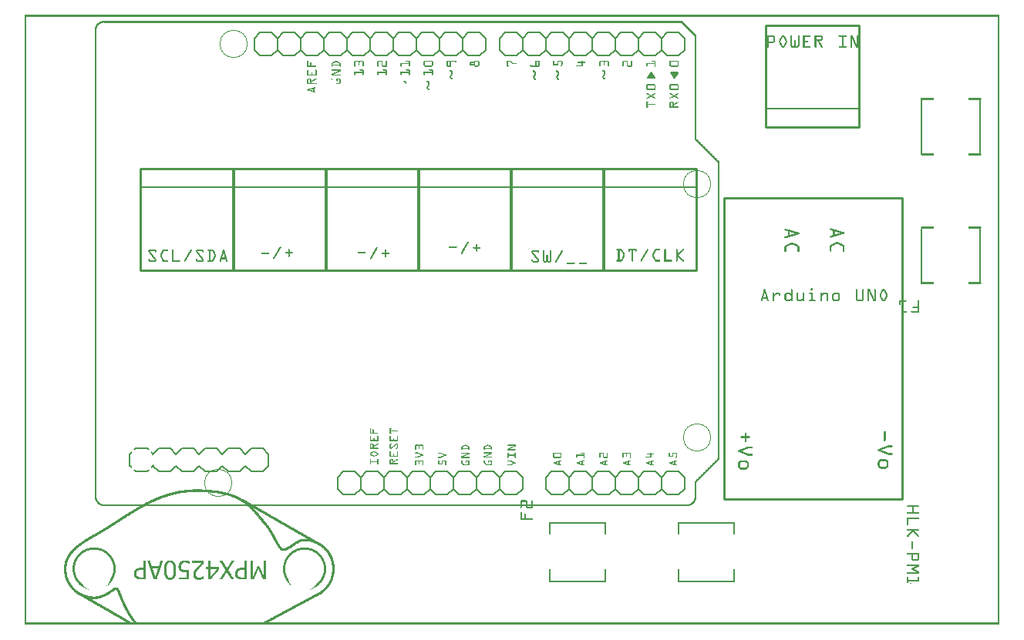
<source format=gto>
G04 MADE WITH FRITZING*
G04 WWW.FRITZING.ORG*
G04 DOUBLE SIDED*
G04 HOLES PLATED*
G04 CONTOUR ON CENTER OF CONTOUR VECTOR*
%ASAXBY*%
%FSLAX23Y23*%
%MOIN*%
%OFA0B0*%
%SFA1.0B1.0*%
%ADD10C,0.121583X0.114639*%
%ADD11R,0.778933X1.311941X0.756711X1.289719*%
%ADD12C,0.011111*%
%ADD13C,0.008000*%
%ADD14C,0.006000*%
%ADD15C,0.010000*%
%ADD16C,0.005000*%
%ADD17R,0.001000X0.001000*%
%LNSILK1*%
G90*
G70*
G54D10*
X2907Y1905D03*
X2907Y809D03*
X905Y2512D03*
X840Y614D03*
G54D12*
X3026Y1845D02*
X3794Y1845D01*
X3794Y544D01*
X3026Y544D01*
X3026Y1845D01*
D02*
G54D13*
X3069Y185D02*
X2832Y185D01*
D02*
X3069Y439D02*
X2829Y439D01*
D02*
X2271Y439D02*
X2508Y439D01*
D02*
X2271Y185D02*
X2511Y185D01*
D02*
X4133Y2275D02*
X4133Y2038D01*
D02*
X3879Y2275D02*
X3879Y2035D01*
D02*
X3879Y1477D02*
X3879Y1714D01*
D02*
X4133Y1477D02*
X4133Y1717D01*
D02*
X881Y762D02*
X931Y762D01*
D02*
X931Y762D02*
X956Y737D01*
D02*
X956Y687D02*
X931Y662D01*
D02*
X756Y737D02*
X781Y762D01*
D02*
X781Y762D02*
X831Y762D01*
D02*
X831Y762D02*
X856Y737D01*
D02*
X856Y687D02*
X831Y662D01*
D02*
X831Y662D02*
X781Y662D01*
D02*
X781Y662D02*
X756Y687D01*
D02*
X881Y762D02*
X856Y737D01*
D02*
X856Y687D02*
X881Y662D01*
D02*
X931Y662D02*
X881Y662D01*
D02*
X581Y762D02*
X631Y762D01*
D02*
X631Y762D02*
X656Y737D01*
D02*
X656Y687D02*
X631Y662D01*
D02*
X656Y737D02*
X681Y762D01*
D02*
X681Y762D02*
X731Y762D01*
D02*
X731Y762D02*
X756Y737D01*
D02*
X756Y687D02*
X731Y662D01*
D02*
X731Y662D02*
X681Y662D01*
D02*
X681Y662D02*
X656Y687D01*
D02*
X581Y762D02*
X556Y737D01*
D02*
X556Y687D02*
X581Y662D01*
D02*
X631Y662D02*
X581Y662D01*
D02*
X481Y762D02*
X531Y762D01*
D02*
X456Y737D02*
X456Y687D01*
D02*
X531Y662D02*
X481Y662D01*
D02*
X981Y762D02*
X1031Y762D01*
D02*
X1031Y762D02*
X1056Y737D01*
D02*
X1056Y687D02*
X1031Y662D01*
D02*
X981Y762D02*
X956Y737D01*
D02*
X956Y687D02*
X981Y662D01*
D02*
X1031Y662D02*
X981Y662D01*
D02*
X1056Y737D02*
X1056Y687D01*
G54D14*
D02*
X2580Y662D02*
X2630Y662D01*
D02*
X2630Y662D02*
X2655Y637D01*
D02*
X2655Y637D02*
X2655Y587D01*
D02*
X2655Y587D02*
X2630Y562D01*
D02*
X2655Y637D02*
X2680Y662D01*
D02*
X2680Y662D02*
X2730Y662D01*
D02*
X2730Y662D02*
X2755Y637D01*
D02*
X2755Y637D02*
X2755Y587D01*
D02*
X2755Y587D02*
X2730Y562D01*
D02*
X2730Y562D02*
X2680Y562D01*
D02*
X2680Y562D02*
X2655Y587D01*
D02*
X2455Y637D02*
X2480Y662D01*
D02*
X2480Y662D02*
X2530Y662D01*
D02*
X2530Y662D02*
X2555Y637D01*
D02*
X2555Y637D02*
X2555Y587D01*
D02*
X2555Y587D02*
X2530Y562D01*
D02*
X2530Y562D02*
X2480Y562D01*
D02*
X2480Y562D02*
X2455Y587D01*
D02*
X2580Y662D02*
X2555Y637D01*
D02*
X2555Y587D02*
X2580Y562D01*
D02*
X2630Y562D02*
X2580Y562D01*
D02*
X2280Y662D02*
X2330Y662D01*
D02*
X2330Y662D02*
X2355Y637D01*
D02*
X2355Y637D02*
X2355Y587D01*
D02*
X2355Y587D02*
X2330Y562D01*
D02*
X2355Y637D02*
X2380Y662D01*
D02*
X2380Y662D02*
X2430Y662D01*
D02*
X2430Y662D02*
X2455Y637D01*
D02*
X2455Y637D02*
X2455Y587D01*
D02*
X2455Y587D02*
X2430Y562D01*
D02*
X2430Y562D02*
X2380Y562D01*
D02*
X2380Y562D02*
X2355Y587D01*
D02*
X2255Y637D02*
X2255Y587D01*
D02*
X2280Y662D02*
X2255Y637D01*
D02*
X2255Y587D02*
X2280Y562D01*
D02*
X2330Y562D02*
X2280Y562D01*
D02*
X2780Y662D02*
X2830Y662D01*
D02*
X2830Y662D02*
X2855Y637D01*
D02*
X2855Y637D02*
X2855Y587D01*
D02*
X2855Y587D02*
X2830Y562D01*
D02*
X2780Y662D02*
X2755Y637D01*
D02*
X2755Y587D02*
X2780Y562D01*
D02*
X2830Y562D02*
X2780Y562D01*
D02*
X1170Y2462D02*
X1120Y2462D01*
D02*
X1370Y2462D02*
X1320Y2462D01*
D02*
X1270Y2462D02*
X1220Y2462D01*
D02*
X1470Y2462D02*
X1420Y2462D01*
D02*
X1670Y2462D02*
X1620Y2462D01*
D02*
X1570Y2462D02*
X1520Y2462D01*
D02*
X1770Y2462D02*
X1720Y2462D01*
D02*
X1970Y2462D02*
X1920Y2462D01*
D02*
X1870Y2462D02*
X1820Y2462D01*
D02*
X1070Y2462D02*
X1020Y2462D01*
D02*
X1195Y2487D02*
X1170Y2462D01*
D02*
X1120Y2462D02*
X1095Y2487D01*
D02*
X1095Y2487D02*
X1095Y2537D01*
D02*
X1095Y2537D02*
X1120Y2562D01*
D02*
X1120Y2562D02*
X1170Y2562D01*
D02*
X1170Y2562D02*
X1195Y2537D01*
D02*
X1320Y2462D02*
X1295Y2487D01*
D02*
X1295Y2487D02*
X1295Y2537D01*
D02*
X1295Y2537D02*
X1320Y2562D01*
D02*
X1295Y2487D02*
X1270Y2462D01*
D02*
X1220Y2462D02*
X1195Y2487D01*
D02*
X1195Y2487D02*
X1195Y2537D01*
D02*
X1195Y2537D02*
X1220Y2562D01*
D02*
X1220Y2562D02*
X1270Y2562D01*
D02*
X1270Y2562D02*
X1295Y2537D01*
D02*
X1495Y2487D02*
X1470Y2462D01*
D02*
X1420Y2462D02*
X1395Y2487D01*
D02*
X1395Y2487D02*
X1395Y2537D01*
D02*
X1395Y2537D02*
X1420Y2562D01*
D02*
X1420Y2562D02*
X1470Y2562D01*
D02*
X1470Y2562D02*
X1495Y2537D01*
D02*
X1370Y2462D02*
X1395Y2487D01*
D02*
X1395Y2537D02*
X1370Y2562D01*
D02*
X1320Y2562D02*
X1370Y2562D01*
D02*
X1620Y2462D02*
X1595Y2487D01*
D02*
X1595Y2487D02*
X1595Y2537D01*
D02*
X1595Y2537D02*
X1620Y2562D01*
D02*
X1595Y2487D02*
X1570Y2462D01*
D02*
X1520Y2462D02*
X1495Y2487D01*
D02*
X1495Y2487D02*
X1495Y2537D01*
D02*
X1495Y2537D02*
X1520Y2562D01*
D02*
X1520Y2562D02*
X1570Y2562D01*
D02*
X1570Y2562D02*
X1595Y2537D01*
D02*
X1795Y2487D02*
X1770Y2462D01*
D02*
X1720Y2462D02*
X1695Y2487D01*
D02*
X1695Y2487D02*
X1695Y2537D01*
D02*
X1695Y2537D02*
X1720Y2562D01*
D02*
X1720Y2562D02*
X1770Y2562D01*
D02*
X1770Y2562D02*
X1795Y2537D01*
D02*
X1670Y2462D02*
X1695Y2487D01*
D02*
X1695Y2537D02*
X1670Y2562D01*
D02*
X1620Y2562D02*
X1670Y2562D01*
D02*
X1920Y2462D02*
X1895Y2487D01*
D02*
X1895Y2487D02*
X1895Y2537D01*
D02*
X1895Y2537D02*
X1920Y2562D01*
D02*
X1895Y2487D02*
X1870Y2462D01*
D02*
X1820Y2462D02*
X1795Y2487D01*
D02*
X1795Y2487D02*
X1795Y2537D01*
D02*
X1795Y2537D02*
X1820Y2562D01*
D02*
X1820Y2562D02*
X1870Y2562D01*
D02*
X1870Y2562D02*
X1895Y2537D01*
D02*
X1995Y2487D02*
X1995Y2537D01*
D02*
X1970Y2462D02*
X1995Y2487D01*
D02*
X1995Y2537D02*
X1970Y2562D01*
D02*
X1920Y2562D02*
X1970Y2562D01*
D02*
X1020Y2462D02*
X995Y2487D01*
D02*
X995Y2487D02*
X995Y2537D01*
D02*
X995Y2537D02*
X1020Y2562D01*
D02*
X1070Y2462D02*
X1095Y2487D01*
D02*
X1095Y2537D02*
X1070Y2562D01*
D02*
X1020Y2562D02*
X1070Y2562D01*
D02*
X2230Y2462D02*
X2180Y2462D01*
D02*
X2180Y2462D02*
X2155Y2487D01*
D02*
X2155Y2487D02*
X2155Y2537D01*
D02*
X2155Y2537D02*
X2180Y2562D01*
D02*
X2355Y2487D02*
X2330Y2462D01*
D02*
X2330Y2462D02*
X2280Y2462D01*
D02*
X2280Y2462D02*
X2255Y2487D01*
D02*
X2255Y2487D02*
X2255Y2537D01*
D02*
X2255Y2537D02*
X2280Y2562D01*
D02*
X2280Y2562D02*
X2330Y2562D01*
D02*
X2330Y2562D02*
X2355Y2537D01*
D02*
X2230Y2462D02*
X2255Y2487D01*
D02*
X2255Y2537D02*
X2230Y2562D01*
D02*
X2180Y2562D02*
X2230Y2562D01*
D02*
X2530Y2462D02*
X2480Y2462D01*
D02*
X2480Y2462D02*
X2455Y2487D01*
D02*
X2455Y2487D02*
X2455Y2537D01*
D02*
X2455Y2537D02*
X2480Y2562D01*
D02*
X2455Y2487D02*
X2430Y2462D01*
D02*
X2430Y2462D02*
X2380Y2462D01*
D02*
X2380Y2462D02*
X2355Y2487D01*
D02*
X2355Y2487D02*
X2355Y2537D01*
D02*
X2355Y2537D02*
X2380Y2562D01*
D02*
X2380Y2562D02*
X2430Y2562D01*
D02*
X2430Y2562D02*
X2455Y2537D01*
D02*
X2655Y2487D02*
X2630Y2462D01*
D02*
X2630Y2462D02*
X2580Y2462D01*
D02*
X2580Y2462D02*
X2555Y2487D01*
D02*
X2555Y2487D02*
X2555Y2537D01*
D02*
X2555Y2537D02*
X2580Y2562D01*
D02*
X2580Y2562D02*
X2630Y2562D01*
D02*
X2630Y2562D02*
X2655Y2537D01*
D02*
X2530Y2462D02*
X2555Y2487D01*
D02*
X2555Y2537D02*
X2530Y2562D01*
D02*
X2480Y2562D02*
X2530Y2562D01*
D02*
X2830Y2462D02*
X2780Y2462D01*
D02*
X2780Y2462D02*
X2755Y2487D01*
D02*
X2755Y2487D02*
X2755Y2537D01*
D02*
X2755Y2537D02*
X2780Y2562D01*
D02*
X2755Y2487D02*
X2730Y2462D01*
D02*
X2730Y2462D02*
X2680Y2462D01*
D02*
X2680Y2462D02*
X2655Y2487D01*
D02*
X2655Y2487D02*
X2655Y2537D01*
D02*
X2655Y2537D02*
X2680Y2562D01*
D02*
X2680Y2562D02*
X2730Y2562D01*
D02*
X2730Y2562D02*
X2755Y2537D01*
D02*
X2855Y2487D02*
X2855Y2537D01*
D02*
X2830Y2462D02*
X2855Y2487D01*
D02*
X2855Y2537D02*
X2830Y2562D01*
D02*
X2780Y2562D02*
X2830Y2562D01*
D02*
X2130Y2462D02*
X2080Y2462D01*
D02*
X2080Y2462D02*
X2055Y2487D01*
D02*
X2055Y2487D02*
X2055Y2537D01*
D02*
X2055Y2537D02*
X2080Y2562D01*
D02*
X2130Y2462D02*
X2155Y2487D01*
D02*
X2155Y2537D02*
X2130Y2562D01*
D02*
X2080Y2562D02*
X2130Y2562D01*
D02*
X1980Y662D02*
X2030Y662D01*
D02*
X2030Y662D02*
X2055Y637D01*
D02*
X2055Y637D02*
X2055Y587D01*
D02*
X2055Y587D02*
X2030Y562D01*
D02*
X1855Y637D02*
X1880Y662D01*
D02*
X1880Y662D02*
X1930Y662D01*
D02*
X1930Y662D02*
X1955Y637D01*
D02*
X1955Y637D02*
X1955Y587D01*
D02*
X1955Y587D02*
X1930Y562D01*
D02*
X1930Y562D02*
X1880Y562D01*
D02*
X1880Y562D02*
X1855Y587D01*
D02*
X1980Y662D02*
X1955Y637D01*
D02*
X1955Y587D02*
X1980Y562D01*
D02*
X2030Y562D02*
X1980Y562D01*
D02*
X1680Y662D02*
X1730Y662D01*
D02*
X1730Y662D02*
X1755Y637D01*
D02*
X1755Y637D02*
X1755Y587D01*
D02*
X1755Y587D02*
X1730Y562D01*
D02*
X1755Y637D02*
X1780Y662D01*
D02*
X1780Y662D02*
X1830Y662D01*
D02*
X1830Y662D02*
X1855Y637D01*
D02*
X1855Y637D02*
X1855Y587D01*
D02*
X1855Y587D02*
X1830Y562D01*
D02*
X1830Y562D02*
X1780Y562D01*
D02*
X1780Y562D02*
X1755Y587D01*
D02*
X1555Y637D02*
X1580Y662D01*
D02*
X1580Y662D02*
X1630Y662D01*
D02*
X1630Y662D02*
X1655Y637D01*
D02*
X1655Y637D02*
X1655Y587D01*
D02*
X1655Y587D02*
X1630Y562D01*
D02*
X1630Y562D02*
X1580Y562D01*
D02*
X1580Y562D02*
X1555Y587D01*
D02*
X1680Y662D02*
X1655Y637D01*
D02*
X1655Y587D02*
X1680Y562D01*
D02*
X1730Y562D02*
X1680Y562D01*
D02*
X1380Y662D02*
X1430Y662D01*
D02*
X1430Y662D02*
X1455Y637D01*
D02*
X1455Y637D02*
X1455Y587D01*
D02*
X1455Y587D02*
X1430Y562D01*
D02*
X1455Y637D02*
X1480Y662D01*
D02*
X1480Y662D02*
X1530Y662D01*
D02*
X1530Y662D02*
X1555Y637D01*
D02*
X1555Y637D02*
X1555Y587D01*
D02*
X1555Y587D02*
X1530Y562D01*
D02*
X1530Y562D02*
X1480Y562D01*
D02*
X1480Y562D02*
X1455Y587D01*
D02*
X1355Y637D02*
X1355Y587D01*
D02*
X1380Y662D02*
X1355Y637D01*
D02*
X1355Y587D02*
X1380Y562D01*
D02*
X1430Y562D02*
X1380Y562D01*
D02*
X2080Y662D02*
X2130Y662D01*
D02*
X2130Y662D02*
X2155Y637D01*
D02*
X2155Y637D02*
X2155Y587D01*
D02*
X2155Y587D02*
X2130Y562D01*
D02*
X2080Y662D02*
X2055Y637D01*
D02*
X2055Y587D02*
X2080Y562D01*
D02*
X2130Y562D02*
X2080Y562D01*
G54D15*
D02*
X1703Y1532D02*
X2106Y1532D01*
D02*
X2106Y1532D02*
X2106Y1972D01*
D02*
X2106Y1972D02*
X1703Y1972D01*
D02*
X1703Y1972D02*
X1703Y1532D01*
G54D16*
D02*
X2106Y1892D02*
X1703Y1892D01*
G54D15*
D02*
X1303Y1532D02*
X1706Y1532D01*
D02*
X1706Y1532D02*
X1706Y1972D01*
D02*
X1706Y1972D02*
X1303Y1972D01*
D02*
X1303Y1972D02*
X1303Y1532D01*
G54D16*
D02*
X1706Y1892D02*
X1303Y1892D01*
G54D15*
D02*
X2103Y1532D02*
X2506Y1532D01*
D02*
X2506Y1532D02*
X2506Y1972D01*
D02*
X2506Y1972D02*
X2103Y1972D01*
D02*
X2103Y1972D02*
X2103Y1532D01*
G54D16*
D02*
X2506Y1892D02*
X2103Y1892D01*
G54D15*
D02*
X2503Y1532D02*
X2906Y1532D01*
D02*
X2906Y1532D02*
X2906Y1972D01*
D02*
X2906Y1972D02*
X2503Y1972D01*
D02*
X2503Y1972D02*
X2503Y1532D01*
G54D16*
D02*
X2906Y1892D02*
X2503Y1892D01*
G54D15*
D02*
X903Y1532D02*
X1306Y1532D01*
D02*
X1306Y1532D02*
X1306Y1972D01*
D02*
X1306Y1972D02*
X903Y1972D01*
D02*
X903Y1972D02*
X903Y1532D01*
G54D16*
D02*
X1306Y1892D02*
X903Y1892D01*
G54D15*
D02*
X503Y1532D02*
X906Y1532D01*
D02*
X906Y1532D02*
X906Y1972D01*
D02*
X906Y1972D02*
X503Y1972D01*
D02*
X503Y1972D02*
X503Y1532D01*
G54D16*
D02*
X906Y1892D02*
X503Y1892D01*
G54D15*
D02*
X3610Y2592D02*
X3206Y2592D01*
D02*
X3206Y2592D02*
X3206Y2152D01*
D02*
X3206Y2152D02*
X3610Y2152D01*
D02*
X3610Y2152D02*
X3610Y2592D01*
G54D16*
D02*
X3206Y2232D02*
X3610Y2232D01*
G54D17*
X1Y2637D02*
X4215Y2637D01*
X1Y2636D02*
X4215Y2636D01*
X1Y2635D02*
X4215Y2635D01*
X1Y2634D02*
X4215Y2634D01*
X1Y2633D02*
X4215Y2633D01*
X1Y2632D02*
X4215Y2632D01*
X1Y2631D02*
X4215Y2631D01*
X1Y2630D02*
X4215Y2630D01*
X1Y2629D02*
X8Y2629D01*
X4208Y2629D02*
X4215Y2629D01*
X1Y2628D02*
X8Y2628D01*
X4208Y2628D02*
X4215Y2628D01*
X1Y2627D02*
X8Y2627D01*
X4208Y2627D02*
X4215Y2627D01*
X1Y2626D02*
X8Y2626D01*
X4208Y2626D02*
X4215Y2626D01*
X1Y2625D02*
X8Y2625D01*
X4208Y2625D02*
X4215Y2625D01*
X1Y2624D02*
X8Y2624D01*
X4208Y2624D02*
X4215Y2624D01*
X1Y2623D02*
X8Y2623D01*
X4208Y2623D02*
X4215Y2623D01*
X1Y2622D02*
X8Y2622D01*
X4208Y2622D02*
X4215Y2622D01*
X1Y2621D02*
X8Y2621D01*
X4208Y2621D02*
X4215Y2621D01*
X1Y2620D02*
X8Y2620D01*
X4208Y2620D02*
X4215Y2620D01*
X1Y2619D02*
X8Y2619D01*
X4208Y2619D02*
X4215Y2619D01*
X1Y2618D02*
X8Y2618D01*
X4208Y2618D02*
X4215Y2618D01*
X1Y2617D02*
X8Y2617D01*
X4208Y2617D02*
X4215Y2617D01*
X1Y2616D02*
X8Y2616D01*
X4208Y2616D02*
X4215Y2616D01*
X1Y2615D02*
X8Y2615D01*
X4208Y2615D02*
X4215Y2615D01*
X1Y2614D02*
X8Y2614D01*
X4208Y2614D02*
X4215Y2614D01*
X1Y2613D02*
X8Y2613D01*
X4208Y2613D02*
X4215Y2613D01*
X1Y2612D02*
X8Y2612D01*
X343Y2612D02*
X345Y2612D01*
X348Y2612D02*
X348Y2612D01*
X4208Y2612D02*
X4215Y2612D01*
X1Y2611D02*
X8Y2611D01*
X335Y2611D02*
X2844Y2611D01*
X4208Y2611D02*
X4215Y2611D01*
X1Y2610D02*
X8Y2610D01*
X332Y2610D02*
X2845Y2610D01*
X4208Y2610D02*
X4215Y2610D01*
X1Y2609D02*
X8Y2609D01*
X329Y2609D02*
X2846Y2609D01*
X4208Y2609D02*
X4215Y2609D01*
X1Y2608D02*
X8Y2608D01*
X327Y2608D02*
X2847Y2608D01*
X4208Y2608D02*
X4215Y2608D01*
X1Y2607D02*
X8Y2607D01*
X325Y2607D02*
X2848Y2607D01*
X4208Y2607D02*
X4215Y2607D01*
X1Y2606D02*
X8Y2606D01*
X324Y2606D02*
X2849Y2606D01*
X4208Y2606D02*
X4215Y2606D01*
X1Y2605D02*
X8Y2605D01*
X322Y2605D02*
X2850Y2605D01*
X4208Y2605D02*
X4215Y2605D01*
X1Y2604D02*
X8Y2604D01*
X321Y2604D02*
X342Y2604D01*
X346Y2604D02*
X2851Y2604D01*
X4208Y2604D02*
X4215Y2604D01*
X1Y2603D02*
X8Y2603D01*
X319Y2603D02*
X335Y2603D01*
X2841Y2603D02*
X2852Y2603D01*
X4208Y2603D02*
X4215Y2603D01*
X1Y2602D02*
X8Y2602D01*
X318Y2602D02*
X332Y2602D01*
X2842Y2602D02*
X2853Y2602D01*
X4208Y2602D02*
X4215Y2602D01*
X1Y2601D02*
X8Y2601D01*
X317Y2601D02*
X330Y2601D01*
X2843Y2601D02*
X2854Y2601D01*
X4208Y2601D02*
X4215Y2601D01*
X1Y2600D02*
X8Y2600D01*
X316Y2600D02*
X328Y2600D01*
X2844Y2600D02*
X2855Y2600D01*
X4208Y2600D02*
X4215Y2600D01*
X1Y2599D02*
X8Y2599D01*
X315Y2599D02*
X326Y2599D01*
X2845Y2599D02*
X2856Y2599D01*
X4208Y2599D02*
X4215Y2599D01*
X1Y2598D02*
X8Y2598D01*
X314Y2598D02*
X325Y2598D01*
X2846Y2598D02*
X2857Y2598D01*
X4208Y2598D02*
X4215Y2598D01*
X1Y2597D02*
X8Y2597D01*
X313Y2597D02*
X324Y2597D01*
X2847Y2597D02*
X2858Y2597D01*
X4208Y2597D02*
X4215Y2597D01*
X1Y2596D02*
X8Y2596D01*
X313Y2596D02*
X322Y2596D01*
X2848Y2596D02*
X2859Y2596D01*
X4208Y2596D02*
X4215Y2596D01*
X1Y2595D02*
X8Y2595D01*
X312Y2595D02*
X321Y2595D01*
X2849Y2595D02*
X2860Y2595D01*
X4208Y2595D02*
X4215Y2595D01*
X1Y2594D02*
X8Y2594D01*
X311Y2594D02*
X320Y2594D01*
X2850Y2594D02*
X2861Y2594D01*
X4208Y2594D02*
X4215Y2594D01*
X1Y2593D02*
X8Y2593D01*
X311Y2593D02*
X320Y2593D01*
X2851Y2593D02*
X2862Y2593D01*
X4208Y2593D02*
X4215Y2593D01*
X1Y2592D02*
X8Y2592D01*
X310Y2592D02*
X319Y2592D01*
X2852Y2592D02*
X2863Y2592D01*
X4208Y2592D02*
X4215Y2592D01*
X1Y2591D02*
X8Y2591D01*
X310Y2591D02*
X318Y2591D01*
X2853Y2591D02*
X2864Y2591D01*
X4208Y2591D02*
X4215Y2591D01*
X1Y2590D02*
X8Y2590D01*
X309Y2590D02*
X317Y2590D01*
X2854Y2590D02*
X2865Y2590D01*
X4208Y2590D02*
X4215Y2590D01*
X1Y2589D02*
X8Y2589D01*
X309Y2589D02*
X317Y2589D01*
X2855Y2589D02*
X2866Y2589D01*
X4208Y2589D02*
X4215Y2589D01*
X1Y2588D02*
X8Y2588D01*
X308Y2588D02*
X316Y2588D01*
X2856Y2588D02*
X2867Y2588D01*
X4208Y2588D02*
X4215Y2588D01*
X1Y2587D02*
X8Y2587D01*
X308Y2587D02*
X315Y2587D01*
X2857Y2587D02*
X2868Y2587D01*
X4208Y2587D02*
X4215Y2587D01*
X1Y2586D02*
X8Y2586D01*
X307Y2586D02*
X315Y2586D01*
X2858Y2586D02*
X2869Y2586D01*
X4208Y2586D02*
X4215Y2586D01*
X1Y2585D02*
X8Y2585D01*
X307Y2585D02*
X315Y2585D01*
X2859Y2585D02*
X2870Y2585D01*
X4208Y2585D02*
X4215Y2585D01*
X1Y2584D02*
X8Y2584D01*
X307Y2584D02*
X314Y2584D01*
X2860Y2584D02*
X2871Y2584D01*
X4208Y2584D02*
X4215Y2584D01*
X1Y2583D02*
X8Y2583D01*
X307Y2583D02*
X314Y2583D01*
X2861Y2583D02*
X2872Y2583D01*
X4208Y2583D02*
X4215Y2583D01*
X1Y2582D02*
X8Y2582D01*
X306Y2582D02*
X313Y2582D01*
X2862Y2582D02*
X2873Y2582D01*
X4208Y2582D02*
X4215Y2582D01*
X1Y2581D02*
X8Y2581D01*
X306Y2581D02*
X313Y2581D01*
X2863Y2581D02*
X2874Y2581D01*
X4208Y2581D02*
X4215Y2581D01*
X1Y2580D02*
X8Y2580D01*
X306Y2580D02*
X313Y2580D01*
X2864Y2580D02*
X2875Y2580D01*
X4208Y2580D02*
X4215Y2580D01*
X1Y2579D02*
X8Y2579D01*
X306Y2579D02*
X313Y2579D01*
X2865Y2579D02*
X2876Y2579D01*
X4208Y2579D02*
X4215Y2579D01*
X1Y2578D02*
X8Y2578D01*
X306Y2578D02*
X312Y2578D01*
X2866Y2578D02*
X2877Y2578D01*
X4208Y2578D02*
X4215Y2578D01*
X1Y2577D02*
X8Y2577D01*
X305Y2577D02*
X312Y2577D01*
X2867Y2577D02*
X2878Y2577D01*
X4208Y2577D02*
X4215Y2577D01*
X1Y2576D02*
X8Y2576D01*
X305Y2576D02*
X312Y2576D01*
X2868Y2576D02*
X2879Y2576D01*
X4208Y2576D02*
X4215Y2576D01*
X1Y2575D02*
X8Y2575D01*
X305Y2575D02*
X312Y2575D01*
X2869Y2575D02*
X2880Y2575D01*
X4208Y2575D02*
X4215Y2575D01*
X1Y2574D02*
X8Y2574D01*
X305Y2574D02*
X312Y2574D01*
X2870Y2574D02*
X2881Y2574D01*
X4208Y2574D02*
X4215Y2574D01*
X1Y2573D02*
X8Y2573D01*
X305Y2573D02*
X312Y2573D01*
X2871Y2573D02*
X2882Y2573D01*
X4208Y2573D02*
X4215Y2573D01*
X1Y2572D02*
X8Y2572D01*
X305Y2572D02*
X312Y2572D01*
X2872Y2572D02*
X2883Y2572D01*
X4208Y2572D02*
X4215Y2572D01*
X1Y2571D02*
X8Y2571D01*
X305Y2571D02*
X312Y2571D01*
X2873Y2571D02*
X2884Y2571D01*
X4208Y2571D02*
X4215Y2571D01*
X1Y2570D02*
X8Y2570D01*
X305Y2570D02*
X312Y2570D01*
X2874Y2570D02*
X2885Y2570D01*
X4208Y2570D02*
X4215Y2570D01*
X1Y2569D02*
X8Y2569D01*
X305Y2569D02*
X312Y2569D01*
X2875Y2569D02*
X2886Y2569D01*
X4208Y2569D02*
X4215Y2569D01*
X1Y2568D02*
X8Y2568D01*
X305Y2568D02*
X312Y2568D01*
X2876Y2568D02*
X2887Y2568D01*
X4208Y2568D02*
X4215Y2568D01*
X1Y2567D02*
X8Y2567D01*
X305Y2567D02*
X312Y2567D01*
X2877Y2567D02*
X2888Y2567D01*
X4208Y2567D02*
X4215Y2567D01*
X1Y2566D02*
X8Y2566D01*
X305Y2566D02*
X312Y2566D01*
X2878Y2566D02*
X2889Y2566D01*
X4208Y2566D02*
X4215Y2566D01*
X1Y2565D02*
X8Y2565D01*
X305Y2565D02*
X312Y2565D01*
X2879Y2565D02*
X2890Y2565D01*
X4208Y2565D02*
X4215Y2565D01*
X1Y2564D02*
X8Y2564D01*
X305Y2564D02*
X312Y2564D01*
X2880Y2564D02*
X2891Y2564D01*
X4208Y2564D02*
X4215Y2564D01*
X1Y2563D02*
X8Y2563D01*
X305Y2563D02*
X312Y2563D01*
X2881Y2563D02*
X2892Y2563D01*
X4208Y2563D02*
X4215Y2563D01*
X1Y2562D02*
X8Y2562D01*
X305Y2562D02*
X312Y2562D01*
X2882Y2562D02*
X2893Y2562D01*
X4208Y2562D02*
X4215Y2562D01*
X1Y2561D02*
X8Y2561D01*
X305Y2561D02*
X312Y2561D01*
X2883Y2561D02*
X2894Y2561D01*
X4208Y2561D02*
X4215Y2561D01*
X1Y2560D02*
X8Y2560D01*
X305Y2560D02*
X312Y2560D01*
X2884Y2560D02*
X2895Y2560D01*
X4208Y2560D02*
X4215Y2560D01*
X1Y2559D02*
X8Y2559D01*
X305Y2559D02*
X312Y2559D01*
X2885Y2559D02*
X2896Y2559D01*
X4208Y2559D02*
X4215Y2559D01*
X1Y2558D02*
X8Y2558D01*
X305Y2558D02*
X312Y2558D01*
X2886Y2558D02*
X2897Y2558D01*
X4208Y2558D02*
X4215Y2558D01*
X1Y2557D02*
X8Y2557D01*
X305Y2557D02*
X312Y2557D01*
X2887Y2557D02*
X2898Y2557D01*
X4208Y2557D02*
X4215Y2557D01*
X1Y2556D02*
X8Y2556D01*
X305Y2556D02*
X312Y2556D01*
X2888Y2556D02*
X2899Y2556D01*
X4208Y2556D02*
X4215Y2556D01*
X1Y2555D02*
X8Y2555D01*
X305Y2555D02*
X312Y2555D01*
X2889Y2555D02*
X2900Y2555D01*
X4208Y2555D02*
X4215Y2555D01*
X1Y2554D02*
X8Y2554D01*
X305Y2554D02*
X312Y2554D01*
X2890Y2554D02*
X2901Y2554D01*
X4208Y2554D02*
X4215Y2554D01*
X1Y2553D02*
X8Y2553D01*
X305Y2553D02*
X312Y2553D01*
X2891Y2553D02*
X2902Y2553D01*
X4208Y2553D02*
X4215Y2553D01*
X1Y2552D02*
X8Y2552D01*
X305Y2552D02*
X312Y2552D01*
X2892Y2552D02*
X2903Y2552D01*
X4208Y2552D02*
X4215Y2552D01*
X1Y2551D02*
X8Y2551D01*
X305Y2551D02*
X312Y2551D01*
X2893Y2551D02*
X2904Y2551D01*
X4208Y2551D02*
X4215Y2551D01*
X1Y2550D02*
X8Y2550D01*
X305Y2550D02*
X312Y2550D01*
X2894Y2550D02*
X2905Y2550D01*
X4208Y2550D02*
X4215Y2550D01*
X1Y2549D02*
X8Y2549D01*
X305Y2549D02*
X312Y2549D01*
X2895Y2549D02*
X2905Y2549D01*
X3212Y2549D02*
X3239Y2549D01*
X3277Y2549D02*
X3283Y2549D01*
X3314Y2549D02*
X3318Y2549D01*
X3346Y2549D02*
X3349Y2549D01*
X3367Y2549D02*
X3397Y2549D01*
X3418Y2549D02*
X3444Y2549D01*
X3522Y2549D02*
X3552Y2549D01*
X3572Y2549D02*
X3580Y2549D01*
X3601Y2549D02*
X3604Y2549D01*
X4208Y2549D02*
X4215Y2549D01*
X1Y2548D02*
X8Y2548D01*
X305Y2548D02*
X312Y2548D01*
X2896Y2548D02*
X2905Y2548D01*
X3212Y2548D02*
X3241Y2548D01*
X3275Y2548D02*
X3285Y2548D01*
X3314Y2548D02*
X3318Y2548D01*
X3345Y2548D02*
X3349Y2548D01*
X3367Y2548D02*
X3398Y2548D01*
X3418Y2548D02*
X3446Y2548D01*
X3521Y2548D02*
X3553Y2548D01*
X3572Y2548D02*
X3581Y2548D01*
X3600Y2548D02*
X3605Y2548D01*
X4208Y2548D02*
X4215Y2548D01*
X1Y2547D02*
X8Y2547D01*
X305Y2547D02*
X312Y2547D01*
X2897Y2547D02*
X2905Y2547D01*
X3212Y2547D02*
X3242Y2547D01*
X3274Y2547D02*
X3286Y2547D01*
X3313Y2547D02*
X3319Y2547D01*
X3344Y2547D02*
X3350Y2547D01*
X3367Y2547D02*
X3399Y2547D01*
X3417Y2547D02*
X3447Y2547D01*
X3520Y2547D02*
X3554Y2547D01*
X3572Y2547D02*
X3581Y2547D01*
X3599Y2547D02*
X3605Y2547D01*
X4208Y2547D02*
X4215Y2547D01*
X1Y2546D02*
X8Y2546D01*
X305Y2546D02*
X312Y2546D01*
X2898Y2546D02*
X2905Y2546D01*
X3212Y2546D02*
X3243Y2546D01*
X3273Y2546D02*
X3287Y2546D01*
X3313Y2546D02*
X3319Y2546D01*
X3344Y2546D02*
X3350Y2546D01*
X3367Y2546D02*
X3399Y2546D01*
X3417Y2546D02*
X3448Y2546D01*
X3520Y2546D02*
X3554Y2546D01*
X3572Y2546D02*
X3581Y2546D01*
X3599Y2546D02*
X3605Y2546D01*
X4208Y2546D02*
X4215Y2546D01*
X1Y2545D02*
X8Y2545D01*
X305Y2545D02*
X312Y2545D01*
X2898Y2545D02*
X2905Y2545D01*
X3212Y2545D02*
X3244Y2545D01*
X3273Y2545D02*
X3287Y2545D01*
X3313Y2545D02*
X3319Y2545D01*
X3344Y2545D02*
X3350Y2545D01*
X3367Y2545D02*
X3398Y2545D01*
X3417Y2545D02*
X3449Y2545D01*
X3521Y2545D02*
X3554Y2545D01*
X3572Y2545D02*
X3582Y2545D01*
X3599Y2545D02*
X3605Y2545D01*
X4208Y2545D02*
X4215Y2545D01*
X1Y2544D02*
X8Y2544D01*
X305Y2544D02*
X312Y2544D01*
X2898Y2544D02*
X2905Y2544D01*
X3212Y2544D02*
X3244Y2544D01*
X3272Y2544D02*
X3288Y2544D01*
X3313Y2544D02*
X3319Y2544D01*
X3344Y2544D02*
X3350Y2544D01*
X3367Y2544D02*
X3398Y2544D01*
X3417Y2544D02*
X3450Y2544D01*
X3521Y2544D02*
X3553Y2544D01*
X3572Y2544D02*
X3582Y2544D01*
X3599Y2544D02*
X3605Y2544D01*
X4208Y2544D02*
X4215Y2544D01*
X1Y2543D02*
X8Y2543D01*
X305Y2543D02*
X312Y2543D01*
X2898Y2543D02*
X2905Y2543D01*
X3212Y2543D02*
X3245Y2543D01*
X3272Y2543D02*
X3289Y2543D01*
X3313Y2543D02*
X3319Y2543D01*
X3344Y2543D02*
X3350Y2543D01*
X3367Y2543D02*
X3396Y2543D01*
X3417Y2543D02*
X3450Y2543D01*
X3523Y2543D02*
X3552Y2543D01*
X3572Y2543D02*
X3583Y2543D01*
X3599Y2543D02*
X3605Y2543D01*
X4208Y2543D02*
X4215Y2543D01*
X1Y2542D02*
X8Y2542D01*
X305Y2542D02*
X312Y2542D01*
X2898Y2542D02*
X2905Y2542D01*
X3212Y2542D02*
X3218Y2542D01*
X3238Y2542D02*
X3245Y2542D01*
X3271Y2542D02*
X3278Y2542D01*
X3282Y2542D02*
X3289Y2542D01*
X3313Y2542D02*
X3319Y2542D01*
X3344Y2542D02*
X3350Y2542D01*
X3367Y2542D02*
X3373Y2542D01*
X3417Y2542D02*
X3424Y2542D01*
X3443Y2542D02*
X3451Y2542D01*
X3534Y2542D02*
X3540Y2542D01*
X3572Y2542D02*
X3583Y2542D01*
X3599Y2542D02*
X3605Y2542D01*
X4208Y2542D02*
X4215Y2542D01*
X1Y2541D02*
X8Y2541D01*
X305Y2541D02*
X312Y2541D01*
X2898Y2541D02*
X2905Y2541D01*
X3212Y2541D02*
X3218Y2541D01*
X3239Y2541D02*
X3245Y2541D01*
X3271Y2541D02*
X3277Y2541D01*
X3283Y2541D02*
X3290Y2541D01*
X3313Y2541D02*
X3319Y2541D01*
X3344Y2541D02*
X3350Y2541D01*
X3367Y2541D02*
X3373Y2541D01*
X3417Y2541D02*
X3424Y2541D01*
X3444Y2541D02*
X3451Y2541D01*
X3534Y2541D02*
X3540Y2541D01*
X3572Y2541D02*
X3584Y2541D01*
X3599Y2541D02*
X3605Y2541D01*
X4208Y2541D02*
X4215Y2541D01*
X1Y2540D02*
X8Y2540D01*
X305Y2540D02*
X312Y2540D01*
X2898Y2540D02*
X2905Y2540D01*
X3212Y2540D02*
X3218Y2540D01*
X3239Y2540D02*
X3245Y2540D01*
X3270Y2540D02*
X3277Y2540D01*
X3283Y2540D02*
X3290Y2540D01*
X3313Y2540D02*
X3319Y2540D01*
X3344Y2540D02*
X3350Y2540D01*
X3367Y2540D02*
X3373Y2540D01*
X3417Y2540D02*
X3424Y2540D01*
X3445Y2540D02*
X3451Y2540D01*
X3534Y2540D02*
X3540Y2540D01*
X3572Y2540D02*
X3584Y2540D01*
X3599Y2540D02*
X3605Y2540D01*
X4208Y2540D02*
X4215Y2540D01*
X1Y2539D02*
X8Y2539D01*
X305Y2539D02*
X312Y2539D01*
X2898Y2539D02*
X2905Y2539D01*
X3212Y2539D02*
X3218Y2539D01*
X3239Y2539D02*
X3245Y2539D01*
X3270Y2539D02*
X3276Y2539D01*
X3284Y2539D02*
X3291Y2539D01*
X3313Y2539D02*
X3319Y2539D01*
X3344Y2539D02*
X3350Y2539D01*
X3367Y2539D02*
X3373Y2539D01*
X3417Y2539D02*
X3424Y2539D01*
X3445Y2539D02*
X3451Y2539D01*
X3534Y2539D02*
X3540Y2539D01*
X3572Y2539D02*
X3585Y2539D01*
X3599Y2539D02*
X3605Y2539D01*
X4208Y2539D02*
X4215Y2539D01*
X1Y2538D02*
X8Y2538D01*
X305Y2538D02*
X312Y2538D01*
X2898Y2538D02*
X2905Y2538D01*
X3212Y2538D02*
X3218Y2538D01*
X3239Y2538D02*
X3245Y2538D01*
X3269Y2538D02*
X3276Y2538D01*
X3284Y2538D02*
X3291Y2538D01*
X3313Y2538D02*
X3319Y2538D01*
X3344Y2538D02*
X3350Y2538D01*
X3367Y2538D02*
X3373Y2538D01*
X3417Y2538D02*
X3424Y2538D01*
X3445Y2538D02*
X3451Y2538D01*
X3534Y2538D02*
X3540Y2538D01*
X3572Y2538D02*
X3585Y2538D01*
X3599Y2538D02*
X3605Y2538D01*
X4208Y2538D02*
X4215Y2538D01*
X1Y2537D02*
X8Y2537D01*
X305Y2537D02*
X312Y2537D01*
X2898Y2537D02*
X2905Y2537D01*
X3212Y2537D02*
X3218Y2537D01*
X3239Y2537D02*
X3245Y2537D01*
X3269Y2537D02*
X3275Y2537D01*
X3285Y2537D02*
X3292Y2537D01*
X3313Y2537D02*
X3319Y2537D01*
X3344Y2537D02*
X3350Y2537D01*
X3367Y2537D02*
X3373Y2537D01*
X3417Y2537D02*
X3424Y2537D01*
X3445Y2537D02*
X3451Y2537D01*
X3534Y2537D02*
X3540Y2537D01*
X3572Y2537D02*
X3585Y2537D01*
X3599Y2537D02*
X3605Y2537D01*
X4208Y2537D02*
X4215Y2537D01*
X1Y2536D02*
X8Y2536D01*
X305Y2536D02*
X312Y2536D01*
X2898Y2536D02*
X2905Y2536D01*
X3212Y2536D02*
X3218Y2536D01*
X3239Y2536D02*
X3245Y2536D01*
X3268Y2536D02*
X3275Y2536D01*
X3285Y2536D02*
X3292Y2536D01*
X3313Y2536D02*
X3319Y2536D01*
X3344Y2536D02*
X3350Y2536D01*
X3367Y2536D02*
X3373Y2536D01*
X3417Y2536D02*
X3424Y2536D01*
X3445Y2536D02*
X3451Y2536D01*
X3534Y2536D02*
X3540Y2536D01*
X3572Y2536D02*
X3586Y2536D01*
X3599Y2536D02*
X3605Y2536D01*
X4208Y2536D02*
X4215Y2536D01*
X1Y2535D02*
X8Y2535D01*
X305Y2535D02*
X312Y2535D01*
X2898Y2535D02*
X2905Y2535D01*
X3212Y2535D02*
X3218Y2535D01*
X3239Y2535D02*
X3245Y2535D01*
X3268Y2535D02*
X3274Y2535D01*
X3286Y2535D02*
X3293Y2535D01*
X3313Y2535D02*
X3319Y2535D01*
X3344Y2535D02*
X3350Y2535D01*
X3367Y2535D02*
X3373Y2535D01*
X3417Y2535D02*
X3424Y2535D01*
X3445Y2535D02*
X3451Y2535D01*
X3534Y2535D02*
X3540Y2535D01*
X3572Y2535D02*
X3578Y2535D01*
X3580Y2535D02*
X3586Y2535D01*
X3599Y2535D02*
X3605Y2535D01*
X4208Y2535D02*
X4215Y2535D01*
X1Y2534D02*
X8Y2534D01*
X305Y2534D02*
X312Y2534D01*
X2898Y2534D02*
X2905Y2534D01*
X3212Y2534D02*
X3218Y2534D01*
X3239Y2534D02*
X3245Y2534D01*
X3267Y2534D02*
X3274Y2534D01*
X3286Y2534D02*
X3293Y2534D01*
X3313Y2534D02*
X3319Y2534D01*
X3344Y2534D02*
X3350Y2534D01*
X3367Y2534D02*
X3373Y2534D01*
X3417Y2534D02*
X3424Y2534D01*
X3445Y2534D02*
X3451Y2534D01*
X3534Y2534D02*
X3540Y2534D01*
X3572Y2534D02*
X3578Y2534D01*
X3580Y2534D02*
X3587Y2534D01*
X3599Y2534D02*
X3605Y2534D01*
X4208Y2534D02*
X4215Y2534D01*
X1Y2533D02*
X8Y2533D01*
X305Y2533D02*
X312Y2533D01*
X2898Y2533D02*
X2905Y2533D01*
X3212Y2533D02*
X3218Y2533D01*
X3239Y2533D02*
X3245Y2533D01*
X3267Y2533D02*
X3273Y2533D01*
X3287Y2533D02*
X3294Y2533D01*
X3313Y2533D02*
X3319Y2533D01*
X3344Y2533D02*
X3350Y2533D01*
X3367Y2533D02*
X3373Y2533D01*
X3417Y2533D02*
X3424Y2533D01*
X3444Y2533D02*
X3451Y2533D01*
X3534Y2533D02*
X3540Y2533D01*
X3572Y2533D02*
X3578Y2533D01*
X3580Y2533D02*
X3587Y2533D01*
X3599Y2533D02*
X3605Y2533D01*
X4208Y2533D02*
X4215Y2533D01*
X1Y2532D02*
X8Y2532D01*
X305Y2532D02*
X312Y2532D01*
X2898Y2532D02*
X2905Y2532D01*
X3212Y2532D02*
X3218Y2532D01*
X3239Y2532D02*
X3245Y2532D01*
X3266Y2532D02*
X3273Y2532D01*
X3287Y2532D02*
X3294Y2532D01*
X3313Y2532D02*
X3319Y2532D01*
X3344Y2532D02*
X3350Y2532D01*
X3367Y2532D02*
X3373Y2532D01*
X3417Y2532D02*
X3450Y2532D01*
X3534Y2532D02*
X3540Y2532D01*
X3572Y2532D02*
X3578Y2532D01*
X3581Y2532D02*
X3588Y2532D01*
X3599Y2532D02*
X3605Y2532D01*
X4208Y2532D02*
X4215Y2532D01*
X1Y2531D02*
X8Y2531D01*
X305Y2531D02*
X312Y2531D01*
X2898Y2531D02*
X2905Y2531D01*
X3212Y2531D02*
X3218Y2531D01*
X3239Y2531D02*
X3245Y2531D01*
X3266Y2531D02*
X3272Y2531D01*
X3288Y2531D02*
X3295Y2531D01*
X3313Y2531D02*
X3319Y2531D01*
X3344Y2531D02*
X3350Y2531D01*
X3367Y2531D02*
X3373Y2531D01*
X3417Y2531D02*
X3450Y2531D01*
X3534Y2531D02*
X3540Y2531D01*
X3572Y2531D02*
X3578Y2531D01*
X3581Y2531D02*
X3588Y2531D01*
X3599Y2531D02*
X3605Y2531D01*
X4208Y2531D02*
X4215Y2531D01*
X1Y2530D02*
X8Y2530D01*
X305Y2530D02*
X312Y2530D01*
X2898Y2530D02*
X2905Y2530D01*
X3212Y2530D02*
X3218Y2530D01*
X3239Y2530D02*
X3245Y2530D01*
X3265Y2530D02*
X3272Y2530D01*
X3288Y2530D02*
X3295Y2530D01*
X3313Y2530D02*
X3319Y2530D01*
X3331Y2530D02*
X3332Y2530D01*
X3344Y2530D02*
X3350Y2530D01*
X3367Y2530D02*
X3373Y2530D01*
X3417Y2530D02*
X3449Y2530D01*
X3534Y2530D02*
X3540Y2530D01*
X3572Y2530D02*
X3578Y2530D01*
X3582Y2530D02*
X3588Y2530D01*
X3599Y2530D02*
X3605Y2530D01*
X4208Y2530D02*
X4215Y2530D01*
X1Y2529D02*
X8Y2529D01*
X305Y2529D02*
X312Y2529D01*
X2898Y2529D02*
X2905Y2529D01*
X3212Y2529D02*
X3218Y2529D01*
X3239Y2529D02*
X3245Y2529D01*
X3265Y2529D02*
X3271Y2529D01*
X3289Y2529D02*
X3295Y2529D01*
X3313Y2529D02*
X3319Y2529D01*
X3329Y2529D02*
X3334Y2529D01*
X3344Y2529D02*
X3350Y2529D01*
X3367Y2529D02*
X3373Y2529D01*
X3417Y2529D02*
X3449Y2529D01*
X3534Y2529D02*
X3540Y2529D01*
X3572Y2529D02*
X3578Y2529D01*
X3582Y2529D02*
X3589Y2529D01*
X3599Y2529D02*
X3605Y2529D01*
X4208Y2529D02*
X4215Y2529D01*
X1Y2528D02*
X8Y2528D01*
X305Y2528D02*
X312Y2528D01*
X2898Y2528D02*
X2905Y2528D01*
X3212Y2528D02*
X3218Y2528D01*
X3239Y2528D02*
X3245Y2528D01*
X3264Y2528D02*
X3271Y2528D01*
X3289Y2528D02*
X3296Y2528D01*
X3313Y2528D02*
X3319Y2528D01*
X3329Y2528D02*
X3334Y2528D01*
X3344Y2528D02*
X3350Y2528D01*
X3367Y2528D02*
X3373Y2528D01*
X3417Y2528D02*
X3448Y2528D01*
X3534Y2528D02*
X3540Y2528D01*
X3572Y2528D02*
X3578Y2528D01*
X3583Y2528D02*
X3589Y2528D01*
X3599Y2528D02*
X3605Y2528D01*
X4208Y2528D02*
X4215Y2528D01*
X1Y2527D02*
X8Y2527D01*
X305Y2527D02*
X312Y2527D01*
X2898Y2527D02*
X2905Y2527D01*
X3212Y2527D02*
X3218Y2527D01*
X3239Y2527D02*
X3245Y2527D01*
X3264Y2527D02*
X3270Y2527D01*
X3290Y2527D02*
X3296Y2527D01*
X3313Y2527D02*
X3319Y2527D01*
X3329Y2527D02*
X3334Y2527D01*
X3344Y2527D02*
X3350Y2527D01*
X3367Y2527D02*
X3373Y2527D01*
X3417Y2527D02*
X3447Y2527D01*
X3534Y2527D02*
X3540Y2527D01*
X3572Y2527D02*
X3578Y2527D01*
X3583Y2527D02*
X3590Y2527D01*
X3599Y2527D02*
X3605Y2527D01*
X4208Y2527D02*
X4215Y2527D01*
X1Y2526D02*
X8Y2526D01*
X305Y2526D02*
X312Y2526D01*
X2898Y2526D02*
X2905Y2526D01*
X3212Y2526D02*
X3218Y2526D01*
X3239Y2526D02*
X3245Y2526D01*
X3264Y2526D02*
X3270Y2526D01*
X3290Y2526D02*
X3296Y2526D01*
X3313Y2526D02*
X3319Y2526D01*
X3328Y2526D02*
X3335Y2526D01*
X3344Y2526D02*
X3350Y2526D01*
X3367Y2526D02*
X3385Y2526D01*
X3417Y2526D02*
X3445Y2526D01*
X3534Y2526D02*
X3540Y2526D01*
X3572Y2526D02*
X3578Y2526D01*
X3584Y2526D02*
X3590Y2526D01*
X3599Y2526D02*
X3605Y2526D01*
X4208Y2526D02*
X4215Y2526D01*
X1Y2525D02*
X8Y2525D01*
X305Y2525D02*
X312Y2525D01*
X2898Y2525D02*
X2905Y2525D01*
X3212Y2525D02*
X3218Y2525D01*
X3239Y2525D02*
X3245Y2525D01*
X3263Y2525D02*
X3270Y2525D01*
X3290Y2525D02*
X3297Y2525D01*
X3313Y2525D02*
X3319Y2525D01*
X3328Y2525D02*
X3335Y2525D01*
X3344Y2525D02*
X3350Y2525D01*
X3367Y2525D02*
X3386Y2525D01*
X3417Y2525D02*
X3424Y2525D01*
X3429Y2525D02*
X3437Y2525D01*
X3534Y2525D02*
X3540Y2525D01*
X3572Y2525D02*
X3578Y2525D01*
X3584Y2525D02*
X3591Y2525D01*
X3599Y2525D02*
X3605Y2525D01*
X4208Y2525D02*
X4215Y2525D01*
X1Y2524D02*
X8Y2524D01*
X305Y2524D02*
X312Y2524D01*
X2898Y2524D02*
X2905Y2524D01*
X3212Y2524D02*
X3218Y2524D01*
X3238Y2524D02*
X3245Y2524D01*
X3263Y2524D02*
X3269Y2524D01*
X3291Y2524D02*
X3297Y2524D01*
X3313Y2524D02*
X3319Y2524D01*
X3328Y2524D02*
X3335Y2524D01*
X3344Y2524D02*
X3350Y2524D01*
X3367Y2524D02*
X3387Y2524D01*
X3417Y2524D02*
X3424Y2524D01*
X3430Y2524D02*
X3437Y2524D01*
X3534Y2524D02*
X3540Y2524D01*
X3572Y2524D02*
X3578Y2524D01*
X3584Y2524D02*
X3591Y2524D01*
X3599Y2524D02*
X3605Y2524D01*
X4208Y2524D02*
X4215Y2524D01*
X1Y2523D02*
X8Y2523D01*
X305Y2523D02*
X312Y2523D01*
X2898Y2523D02*
X2905Y2523D01*
X3212Y2523D02*
X3245Y2523D01*
X3263Y2523D02*
X3269Y2523D01*
X3291Y2523D02*
X3297Y2523D01*
X3313Y2523D02*
X3319Y2523D01*
X3328Y2523D02*
X3335Y2523D01*
X3344Y2523D02*
X3350Y2523D01*
X3367Y2523D02*
X3387Y2523D01*
X3417Y2523D02*
X3424Y2523D01*
X3430Y2523D02*
X3438Y2523D01*
X3534Y2523D02*
X3540Y2523D01*
X3572Y2523D02*
X3578Y2523D01*
X3585Y2523D02*
X3592Y2523D01*
X3599Y2523D02*
X3605Y2523D01*
X4208Y2523D02*
X4215Y2523D01*
X1Y2522D02*
X8Y2522D01*
X305Y2522D02*
X312Y2522D01*
X2898Y2522D02*
X2905Y2522D01*
X3212Y2522D02*
X3244Y2522D01*
X3263Y2522D02*
X3269Y2522D01*
X3291Y2522D02*
X3297Y2522D01*
X3313Y2522D02*
X3319Y2522D01*
X3328Y2522D02*
X3335Y2522D01*
X3344Y2522D02*
X3350Y2522D01*
X3367Y2522D02*
X3387Y2522D01*
X3417Y2522D02*
X3424Y2522D01*
X3431Y2522D02*
X3438Y2522D01*
X3534Y2522D02*
X3540Y2522D01*
X3572Y2522D02*
X3578Y2522D01*
X3585Y2522D02*
X3592Y2522D01*
X3599Y2522D02*
X3605Y2522D01*
X4208Y2522D02*
X4215Y2522D01*
X1Y2521D02*
X8Y2521D01*
X305Y2521D02*
X312Y2521D01*
X2898Y2521D02*
X2905Y2521D01*
X3212Y2521D02*
X3244Y2521D01*
X3263Y2521D02*
X3269Y2521D01*
X3291Y2521D02*
X3297Y2521D01*
X3313Y2521D02*
X3319Y2521D01*
X3328Y2521D02*
X3335Y2521D01*
X3344Y2521D02*
X3350Y2521D01*
X3367Y2521D02*
X3387Y2521D01*
X3417Y2521D02*
X3424Y2521D01*
X3432Y2521D02*
X3439Y2521D01*
X3534Y2521D02*
X3540Y2521D01*
X3572Y2521D02*
X3578Y2521D01*
X3586Y2521D02*
X3592Y2521D01*
X3599Y2521D02*
X3605Y2521D01*
X4208Y2521D02*
X4215Y2521D01*
X1Y2520D02*
X8Y2520D01*
X305Y2520D02*
X312Y2520D01*
X2898Y2520D02*
X2905Y2520D01*
X3212Y2520D02*
X3243Y2520D01*
X3264Y2520D02*
X3270Y2520D01*
X3290Y2520D02*
X3297Y2520D01*
X3313Y2520D02*
X3319Y2520D01*
X3328Y2520D02*
X3335Y2520D01*
X3344Y2520D02*
X3350Y2520D01*
X3367Y2520D02*
X3386Y2520D01*
X3417Y2520D02*
X3424Y2520D01*
X3432Y2520D02*
X3439Y2520D01*
X3534Y2520D02*
X3540Y2520D01*
X3572Y2520D02*
X3578Y2520D01*
X3586Y2520D02*
X3593Y2520D01*
X3599Y2520D02*
X3605Y2520D01*
X4208Y2520D02*
X4215Y2520D01*
X1Y2519D02*
X8Y2519D01*
X305Y2519D02*
X312Y2519D01*
X2898Y2519D02*
X2905Y2519D01*
X3212Y2519D02*
X3242Y2519D01*
X3264Y2519D02*
X3270Y2519D01*
X3290Y2519D02*
X3296Y2519D01*
X3313Y2519D02*
X3319Y2519D01*
X3328Y2519D02*
X3335Y2519D01*
X3344Y2519D02*
X3350Y2519D01*
X3367Y2519D02*
X3373Y2519D01*
X3417Y2519D02*
X3424Y2519D01*
X3433Y2519D02*
X3440Y2519D01*
X3534Y2519D02*
X3540Y2519D01*
X3572Y2519D02*
X3578Y2519D01*
X3587Y2519D02*
X3593Y2519D01*
X3599Y2519D02*
X3605Y2519D01*
X4208Y2519D02*
X4215Y2519D01*
X1Y2518D02*
X8Y2518D01*
X305Y2518D02*
X312Y2518D01*
X2898Y2518D02*
X2905Y2518D01*
X3212Y2518D02*
X3241Y2518D01*
X3264Y2518D02*
X3271Y2518D01*
X3290Y2518D02*
X3296Y2518D01*
X3313Y2518D02*
X3319Y2518D01*
X3328Y2518D02*
X3335Y2518D01*
X3344Y2518D02*
X3350Y2518D01*
X3367Y2518D02*
X3373Y2518D01*
X3417Y2518D02*
X3424Y2518D01*
X3433Y2518D02*
X3441Y2518D01*
X3534Y2518D02*
X3540Y2518D01*
X3572Y2518D02*
X3578Y2518D01*
X3587Y2518D02*
X3594Y2518D01*
X3599Y2518D02*
X3605Y2518D01*
X4208Y2518D02*
X4215Y2518D01*
X1Y2517D02*
X8Y2517D01*
X305Y2517D02*
X312Y2517D01*
X2898Y2517D02*
X2905Y2517D01*
X3212Y2517D02*
X3239Y2517D01*
X3264Y2517D02*
X3271Y2517D01*
X3289Y2517D02*
X3296Y2517D01*
X3313Y2517D02*
X3319Y2517D01*
X3328Y2517D02*
X3335Y2517D01*
X3344Y2517D02*
X3350Y2517D01*
X3367Y2517D02*
X3373Y2517D01*
X3417Y2517D02*
X3424Y2517D01*
X3434Y2517D02*
X3441Y2517D01*
X3534Y2517D02*
X3540Y2517D01*
X3572Y2517D02*
X3578Y2517D01*
X3587Y2517D02*
X3594Y2517D01*
X3599Y2517D02*
X3605Y2517D01*
X4208Y2517D02*
X4215Y2517D01*
X1Y2516D02*
X8Y2516D01*
X305Y2516D02*
X312Y2516D01*
X2898Y2516D02*
X2905Y2516D01*
X3212Y2516D02*
X3218Y2516D01*
X3265Y2516D02*
X3272Y2516D01*
X3289Y2516D02*
X3295Y2516D01*
X3313Y2516D02*
X3319Y2516D01*
X3328Y2516D02*
X3335Y2516D01*
X3344Y2516D02*
X3350Y2516D01*
X3367Y2516D02*
X3373Y2516D01*
X3417Y2516D02*
X3424Y2516D01*
X3435Y2516D02*
X3442Y2516D01*
X3534Y2516D02*
X3540Y2516D01*
X3572Y2516D02*
X3578Y2516D01*
X3588Y2516D02*
X3595Y2516D01*
X3599Y2516D02*
X3605Y2516D01*
X4208Y2516D02*
X4215Y2516D01*
X1Y2515D02*
X8Y2515D01*
X305Y2515D02*
X312Y2515D01*
X2898Y2515D02*
X2905Y2515D01*
X3212Y2515D02*
X3218Y2515D01*
X3265Y2515D02*
X3272Y2515D01*
X3288Y2515D02*
X3295Y2515D01*
X3313Y2515D02*
X3319Y2515D01*
X3328Y2515D02*
X3335Y2515D01*
X3344Y2515D02*
X3350Y2515D01*
X3367Y2515D02*
X3373Y2515D01*
X3417Y2515D02*
X3424Y2515D01*
X3435Y2515D02*
X3442Y2515D01*
X3534Y2515D02*
X3540Y2515D01*
X3572Y2515D02*
X3578Y2515D01*
X3588Y2515D02*
X3595Y2515D01*
X3599Y2515D02*
X3605Y2515D01*
X4208Y2515D02*
X4215Y2515D01*
X1Y2514D02*
X8Y2514D01*
X305Y2514D02*
X312Y2514D01*
X2898Y2514D02*
X2905Y2514D01*
X3212Y2514D02*
X3218Y2514D01*
X3266Y2514D02*
X3273Y2514D01*
X3288Y2514D02*
X3294Y2514D01*
X3313Y2514D02*
X3319Y2514D01*
X3328Y2514D02*
X3335Y2514D01*
X3344Y2514D02*
X3350Y2514D01*
X3367Y2514D02*
X3373Y2514D01*
X3417Y2514D02*
X3424Y2514D01*
X3436Y2514D02*
X3443Y2514D01*
X3534Y2514D02*
X3540Y2514D01*
X3572Y2514D02*
X3578Y2514D01*
X3589Y2514D02*
X3595Y2514D01*
X3599Y2514D02*
X3605Y2514D01*
X4208Y2514D02*
X4215Y2514D01*
X1Y2513D02*
X8Y2513D01*
X305Y2513D02*
X312Y2513D01*
X2898Y2513D02*
X2905Y2513D01*
X3212Y2513D02*
X3218Y2513D01*
X3266Y2513D02*
X3273Y2513D01*
X3287Y2513D02*
X3294Y2513D01*
X3313Y2513D02*
X3319Y2513D01*
X3328Y2513D02*
X3335Y2513D01*
X3344Y2513D02*
X3350Y2513D01*
X3367Y2513D02*
X3373Y2513D01*
X3417Y2513D02*
X3424Y2513D01*
X3436Y2513D02*
X3444Y2513D01*
X3534Y2513D02*
X3540Y2513D01*
X3572Y2513D02*
X3578Y2513D01*
X3589Y2513D02*
X3596Y2513D01*
X3599Y2513D02*
X3605Y2513D01*
X4208Y2513D02*
X4215Y2513D01*
X1Y2512D02*
X8Y2512D01*
X305Y2512D02*
X312Y2512D01*
X2898Y2512D02*
X2905Y2512D01*
X3212Y2512D02*
X3218Y2512D01*
X3267Y2512D02*
X3274Y2512D01*
X3287Y2512D02*
X3293Y2512D01*
X3313Y2512D02*
X3319Y2512D01*
X3328Y2512D02*
X3335Y2512D01*
X3344Y2512D02*
X3350Y2512D01*
X3367Y2512D02*
X3373Y2512D01*
X3417Y2512D02*
X3424Y2512D01*
X3437Y2512D02*
X3444Y2512D01*
X3534Y2512D02*
X3540Y2512D01*
X3572Y2512D02*
X3578Y2512D01*
X3590Y2512D02*
X3596Y2512D01*
X3599Y2512D02*
X3605Y2512D01*
X4208Y2512D02*
X4215Y2512D01*
X1Y2511D02*
X8Y2511D01*
X305Y2511D02*
X312Y2511D01*
X2898Y2511D02*
X2905Y2511D01*
X3212Y2511D02*
X3218Y2511D01*
X3267Y2511D02*
X3274Y2511D01*
X3286Y2511D02*
X3293Y2511D01*
X3313Y2511D02*
X3319Y2511D01*
X3328Y2511D02*
X3335Y2511D01*
X3344Y2511D02*
X3350Y2511D01*
X3367Y2511D02*
X3373Y2511D01*
X3417Y2511D02*
X3424Y2511D01*
X3437Y2511D02*
X3445Y2511D01*
X3534Y2511D02*
X3540Y2511D01*
X3572Y2511D02*
X3578Y2511D01*
X3590Y2511D02*
X3597Y2511D01*
X3599Y2511D02*
X3605Y2511D01*
X4208Y2511D02*
X4215Y2511D01*
X1Y2510D02*
X8Y2510D01*
X305Y2510D02*
X312Y2510D01*
X2898Y2510D02*
X2905Y2510D01*
X3212Y2510D02*
X3218Y2510D01*
X3268Y2510D02*
X3275Y2510D01*
X3286Y2510D02*
X3292Y2510D01*
X3313Y2510D02*
X3319Y2510D01*
X3328Y2510D02*
X3335Y2510D01*
X3344Y2510D02*
X3350Y2510D01*
X3367Y2510D02*
X3373Y2510D01*
X3417Y2510D02*
X3424Y2510D01*
X3438Y2510D02*
X3445Y2510D01*
X3534Y2510D02*
X3540Y2510D01*
X3572Y2510D02*
X3578Y2510D01*
X3591Y2510D02*
X3597Y2510D01*
X3599Y2510D02*
X3605Y2510D01*
X4208Y2510D02*
X4215Y2510D01*
X1Y2509D02*
X8Y2509D01*
X305Y2509D02*
X312Y2509D01*
X2898Y2509D02*
X2905Y2509D01*
X3212Y2509D02*
X3218Y2509D01*
X3268Y2509D02*
X3275Y2509D01*
X3285Y2509D02*
X3292Y2509D01*
X3313Y2509D02*
X3319Y2509D01*
X3328Y2509D02*
X3335Y2509D01*
X3344Y2509D02*
X3350Y2509D01*
X3367Y2509D02*
X3373Y2509D01*
X3417Y2509D02*
X3424Y2509D01*
X3439Y2509D02*
X3446Y2509D01*
X3534Y2509D02*
X3540Y2509D01*
X3572Y2509D02*
X3578Y2509D01*
X3591Y2509D02*
X3605Y2509D01*
X4208Y2509D02*
X4215Y2509D01*
X1Y2508D02*
X8Y2508D01*
X305Y2508D02*
X312Y2508D01*
X2898Y2508D02*
X2905Y2508D01*
X3212Y2508D02*
X3218Y2508D01*
X3269Y2508D02*
X3276Y2508D01*
X3285Y2508D02*
X3291Y2508D01*
X3313Y2508D02*
X3319Y2508D01*
X3328Y2508D02*
X3335Y2508D01*
X3344Y2508D02*
X3350Y2508D01*
X3367Y2508D02*
X3373Y2508D01*
X3417Y2508D02*
X3424Y2508D01*
X3439Y2508D02*
X3446Y2508D01*
X3534Y2508D02*
X3540Y2508D01*
X3572Y2508D02*
X3578Y2508D01*
X3591Y2508D02*
X3605Y2508D01*
X4208Y2508D02*
X4215Y2508D01*
X1Y2507D02*
X8Y2507D01*
X305Y2507D02*
X312Y2507D01*
X2898Y2507D02*
X2905Y2507D01*
X3212Y2507D02*
X3218Y2507D01*
X3269Y2507D02*
X3276Y2507D01*
X3284Y2507D02*
X3291Y2507D01*
X3313Y2507D02*
X3319Y2507D01*
X3328Y2507D02*
X3335Y2507D01*
X3344Y2507D02*
X3350Y2507D01*
X3367Y2507D02*
X3373Y2507D01*
X3417Y2507D02*
X3424Y2507D01*
X3440Y2507D02*
X3447Y2507D01*
X3534Y2507D02*
X3540Y2507D01*
X3572Y2507D02*
X3578Y2507D01*
X3592Y2507D02*
X3605Y2507D01*
X4208Y2507D02*
X4215Y2507D01*
X1Y2506D02*
X8Y2506D01*
X305Y2506D02*
X312Y2506D01*
X2898Y2506D02*
X2905Y2506D01*
X3212Y2506D02*
X3218Y2506D01*
X3270Y2506D02*
X3277Y2506D01*
X3284Y2506D02*
X3290Y2506D01*
X3313Y2506D02*
X3319Y2506D01*
X3328Y2506D02*
X3335Y2506D01*
X3344Y2506D02*
X3350Y2506D01*
X3367Y2506D02*
X3373Y2506D01*
X3417Y2506D02*
X3424Y2506D01*
X3440Y2506D02*
X3448Y2506D01*
X3534Y2506D02*
X3540Y2506D01*
X3572Y2506D02*
X3578Y2506D01*
X3592Y2506D02*
X3605Y2506D01*
X4208Y2506D02*
X4215Y2506D01*
X1Y2505D02*
X8Y2505D01*
X305Y2505D02*
X312Y2505D01*
X2898Y2505D02*
X2905Y2505D01*
X3212Y2505D02*
X3218Y2505D01*
X3270Y2505D02*
X3277Y2505D01*
X3283Y2505D02*
X3290Y2505D01*
X3313Y2505D02*
X3320Y2505D01*
X3328Y2505D02*
X3335Y2505D01*
X3343Y2505D02*
X3350Y2505D01*
X3367Y2505D02*
X3373Y2505D01*
X3417Y2505D02*
X3424Y2505D01*
X3441Y2505D02*
X3448Y2505D01*
X3534Y2505D02*
X3540Y2505D01*
X3572Y2505D02*
X3578Y2505D01*
X3593Y2505D02*
X3605Y2505D01*
X4208Y2505D02*
X4215Y2505D01*
X1Y2504D02*
X8Y2504D01*
X305Y2504D02*
X312Y2504D01*
X2898Y2504D02*
X2905Y2504D01*
X3212Y2504D02*
X3218Y2504D01*
X3271Y2504D02*
X3278Y2504D01*
X3283Y2504D02*
X3289Y2504D01*
X3313Y2504D02*
X3320Y2504D01*
X3327Y2504D02*
X3336Y2504D01*
X3343Y2504D02*
X3350Y2504D01*
X3367Y2504D02*
X3373Y2504D01*
X3417Y2504D02*
X3424Y2504D01*
X3442Y2504D02*
X3449Y2504D01*
X3534Y2504D02*
X3540Y2504D01*
X3572Y2504D02*
X3578Y2504D01*
X3593Y2504D02*
X3605Y2504D01*
X4208Y2504D02*
X4215Y2504D01*
X1Y2503D02*
X8Y2503D01*
X305Y2503D02*
X312Y2503D01*
X2898Y2503D02*
X2905Y2503D01*
X3212Y2503D02*
X3218Y2503D01*
X3271Y2503D02*
X3278Y2503D01*
X3282Y2503D02*
X3289Y2503D01*
X3314Y2503D02*
X3321Y2503D01*
X3327Y2503D02*
X3336Y2503D01*
X3342Y2503D02*
X3349Y2503D01*
X3367Y2503D02*
X3373Y2503D01*
X3417Y2503D02*
X3424Y2503D01*
X3442Y2503D02*
X3449Y2503D01*
X3534Y2503D02*
X3540Y2503D01*
X3572Y2503D02*
X3578Y2503D01*
X3594Y2503D02*
X3605Y2503D01*
X4208Y2503D02*
X4215Y2503D01*
X1Y2502D02*
X8Y2502D01*
X305Y2502D02*
X312Y2502D01*
X2898Y2502D02*
X2905Y2502D01*
X3212Y2502D02*
X3218Y2502D01*
X3272Y2502D02*
X3288Y2502D01*
X3314Y2502D02*
X3349Y2502D01*
X3367Y2502D02*
X3397Y2502D01*
X3417Y2502D02*
X3424Y2502D01*
X3443Y2502D02*
X3450Y2502D01*
X3522Y2502D02*
X3552Y2502D01*
X3572Y2502D02*
X3578Y2502D01*
X3594Y2502D02*
X3605Y2502D01*
X4208Y2502D02*
X4215Y2502D01*
X1Y2501D02*
X8Y2501D01*
X305Y2501D02*
X312Y2501D01*
X2898Y2501D02*
X2905Y2501D01*
X3212Y2501D02*
X3218Y2501D01*
X3272Y2501D02*
X3288Y2501D01*
X3315Y2501D02*
X3348Y2501D01*
X3367Y2501D02*
X3398Y2501D01*
X3417Y2501D02*
X3424Y2501D01*
X3443Y2501D02*
X3451Y2501D01*
X3521Y2501D02*
X3553Y2501D01*
X3572Y2501D02*
X3578Y2501D01*
X3594Y2501D02*
X3605Y2501D01*
X4208Y2501D02*
X4215Y2501D01*
X1Y2500D02*
X8Y2500D01*
X305Y2500D02*
X312Y2500D01*
X2898Y2500D02*
X2905Y2500D01*
X3212Y2500D02*
X3218Y2500D01*
X3273Y2500D02*
X3287Y2500D01*
X3315Y2500D02*
X3348Y2500D01*
X3367Y2500D02*
X3399Y2500D01*
X3417Y2500D02*
X3424Y2500D01*
X3444Y2500D02*
X3451Y2500D01*
X3520Y2500D02*
X3554Y2500D01*
X3572Y2500D02*
X3578Y2500D01*
X3595Y2500D02*
X3605Y2500D01*
X4208Y2500D02*
X4215Y2500D01*
X1Y2499D02*
X8Y2499D01*
X305Y2499D02*
X312Y2499D01*
X2898Y2499D02*
X2905Y2499D01*
X3212Y2499D02*
X3218Y2499D01*
X3273Y2499D02*
X3287Y2499D01*
X3316Y2499D02*
X3347Y2499D01*
X3367Y2499D02*
X3399Y2499D01*
X3418Y2499D02*
X3423Y2499D01*
X3444Y2499D02*
X3451Y2499D01*
X3520Y2499D02*
X3554Y2499D01*
X3572Y2499D02*
X3578Y2499D01*
X3595Y2499D02*
X3605Y2499D01*
X4208Y2499D02*
X4215Y2499D01*
X1Y2498D02*
X8Y2498D01*
X305Y2498D02*
X312Y2498D01*
X2898Y2498D02*
X2905Y2498D01*
X3212Y2498D02*
X3218Y2498D01*
X3274Y2498D02*
X3286Y2498D01*
X3316Y2498D02*
X3346Y2498D01*
X3367Y2498D02*
X3398Y2498D01*
X3418Y2498D02*
X3423Y2498D01*
X3445Y2498D02*
X3451Y2498D01*
X3520Y2498D02*
X3554Y2498D01*
X3572Y2498D02*
X3577Y2498D01*
X3596Y2498D02*
X3605Y2498D01*
X4208Y2498D02*
X4215Y2498D01*
X1Y2497D02*
X8Y2497D01*
X305Y2497D02*
X312Y2497D01*
X2898Y2497D02*
X2905Y2497D01*
X3213Y2497D02*
X3217Y2497D01*
X3276Y2497D02*
X3284Y2497D01*
X3317Y2497D02*
X3330Y2497D01*
X3333Y2497D02*
X3346Y2497D01*
X3367Y2497D02*
X3398Y2497D01*
X3418Y2497D02*
X3423Y2497D01*
X3446Y2497D02*
X3450Y2497D01*
X3521Y2497D02*
X3553Y2497D01*
X3572Y2497D02*
X3577Y2497D01*
X3596Y2497D02*
X3605Y2497D01*
X4208Y2497D02*
X4215Y2497D01*
X1Y2496D02*
X8Y2496D01*
X305Y2496D02*
X312Y2496D01*
X2898Y2496D02*
X2905Y2496D01*
X3214Y2496D02*
X3216Y2496D01*
X3278Y2496D02*
X3282Y2496D01*
X3318Y2496D02*
X3329Y2496D01*
X3334Y2496D02*
X3345Y2496D01*
X3368Y2496D02*
X3397Y2496D01*
X3419Y2496D02*
X3422Y2496D01*
X3447Y2496D02*
X3449Y2496D01*
X3522Y2496D02*
X3552Y2496D01*
X3574Y2496D02*
X3576Y2496D01*
X3597Y2496D02*
X3605Y2496D01*
X4208Y2496D02*
X4215Y2496D01*
X1Y2495D02*
X8Y2495D01*
X305Y2495D02*
X312Y2495D01*
X2898Y2495D02*
X2905Y2495D01*
X4208Y2495D02*
X4215Y2495D01*
X1Y2494D02*
X8Y2494D01*
X305Y2494D02*
X312Y2494D01*
X2898Y2494D02*
X2905Y2494D01*
X4208Y2494D02*
X4215Y2494D01*
X1Y2493D02*
X8Y2493D01*
X305Y2493D02*
X312Y2493D01*
X2898Y2493D02*
X2905Y2493D01*
X4208Y2493D02*
X4215Y2493D01*
X1Y2492D02*
X8Y2492D01*
X305Y2492D02*
X312Y2492D01*
X2898Y2492D02*
X2905Y2492D01*
X4208Y2492D02*
X4215Y2492D01*
X1Y2491D02*
X8Y2491D01*
X305Y2491D02*
X312Y2491D01*
X2898Y2491D02*
X2905Y2491D01*
X4208Y2491D02*
X4215Y2491D01*
X1Y2490D02*
X8Y2490D01*
X305Y2490D02*
X312Y2490D01*
X2898Y2490D02*
X2905Y2490D01*
X4208Y2490D02*
X4215Y2490D01*
X1Y2489D02*
X8Y2489D01*
X305Y2489D02*
X312Y2489D01*
X2898Y2489D02*
X2905Y2489D01*
X4208Y2489D02*
X4215Y2489D01*
X1Y2488D02*
X8Y2488D01*
X305Y2488D02*
X312Y2488D01*
X2898Y2488D02*
X2905Y2488D01*
X4208Y2488D02*
X4215Y2488D01*
X1Y2487D02*
X8Y2487D01*
X305Y2487D02*
X312Y2487D01*
X2898Y2487D02*
X2905Y2487D01*
X4208Y2487D02*
X4215Y2487D01*
X1Y2486D02*
X8Y2486D01*
X305Y2486D02*
X312Y2486D01*
X2898Y2486D02*
X2905Y2486D01*
X4208Y2486D02*
X4215Y2486D01*
X1Y2485D02*
X8Y2485D01*
X305Y2485D02*
X312Y2485D01*
X2898Y2485D02*
X2905Y2485D01*
X4208Y2485D02*
X4215Y2485D01*
X1Y2484D02*
X8Y2484D01*
X305Y2484D02*
X312Y2484D01*
X2898Y2484D02*
X2905Y2484D01*
X4208Y2484D02*
X4215Y2484D01*
X1Y2483D02*
X8Y2483D01*
X305Y2483D02*
X312Y2483D01*
X2898Y2483D02*
X2905Y2483D01*
X4208Y2483D02*
X4215Y2483D01*
X1Y2482D02*
X8Y2482D01*
X305Y2482D02*
X312Y2482D01*
X2898Y2482D02*
X2905Y2482D01*
X4208Y2482D02*
X4215Y2482D01*
X1Y2481D02*
X8Y2481D01*
X305Y2481D02*
X312Y2481D01*
X2898Y2481D02*
X2905Y2481D01*
X4208Y2481D02*
X4215Y2481D01*
X1Y2480D02*
X8Y2480D01*
X305Y2480D02*
X312Y2480D01*
X2898Y2480D02*
X2905Y2480D01*
X4208Y2480D02*
X4215Y2480D01*
X1Y2479D02*
X8Y2479D01*
X305Y2479D02*
X312Y2479D01*
X2898Y2479D02*
X2905Y2479D01*
X4208Y2479D02*
X4215Y2479D01*
X1Y2478D02*
X8Y2478D01*
X305Y2478D02*
X312Y2478D01*
X2898Y2478D02*
X2905Y2478D01*
X4208Y2478D02*
X4215Y2478D01*
X1Y2477D02*
X8Y2477D01*
X305Y2477D02*
X312Y2477D01*
X2898Y2477D02*
X2905Y2477D01*
X4208Y2477D02*
X4215Y2477D01*
X1Y2476D02*
X8Y2476D01*
X305Y2476D02*
X312Y2476D01*
X2898Y2476D02*
X2905Y2476D01*
X4208Y2476D02*
X4215Y2476D01*
X1Y2475D02*
X8Y2475D01*
X305Y2475D02*
X312Y2475D01*
X2898Y2475D02*
X2905Y2475D01*
X4208Y2475D02*
X4215Y2475D01*
X1Y2474D02*
X8Y2474D01*
X305Y2474D02*
X312Y2474D01*
X2898Y2474D02*
X2905Y2474D01*
X4208Y2474D02*
X4215Y2474D01*
X1Y2473D02*
X8Y2473D01*
X305Y2473D02*
X312Y2473D01*
X2898Y2473D02*
X2905Y2473D01*
X4208Y2473D02*
X4215Y2473D01*
X1Y2472D02*
X8Y2472D01*
X305Y2472D02*
X312Y2472D01*
X2898Y2472D02*
X2905Y2472D01*
X4208Y2472D02*
X4215Y2472D01*
X1Y2471D02*
X8Y2471D01*
X305Y2471D02*
X312Y2471D01*
X2898Y2471D02*
X2905Y2471D01*
X4208Y2471D02*
X4215Y2471D01*
X1Y2470D02*
X8Y2470D01*
X305Y2470D02*
X312Y2470D01*
X2898Y2470D02*
X2905Y2470D01*
X4208Y2470D02*
X4215Y2470D01*
X1Y2469D02*
X8Y2469D01*
X305Y2469D02*
X312Y2469D01*
X2898Y2469D02*
X2905Y2469D01*
X4208Y2469D02*
X4215Y2469D01*
X1Y2468D02*
X8Y2468D01*
X305Y2468D02*
X312Y2468D01*
X2898Y2468D02*
X2905Y2468D01*
X4208Y2468D02*
X4215Y2468D01*
X1Y2467D02*
X8Y2467D01*
X305Y2467D02*
X312Y2467D01*
X2898Y2467D02*
X2905Y2467D01*
X4208Y2467D02*
X4215Y2467D01*
X1Y2466D02*
X8Y2466D01*
X305Y2466D02*
X312Y2466D01*
X2898Y2466D02*
X2905Y2466D01*
X4208Y2466D02*
X4215Y2466D01*
X1Y2465D02*
X8Y2465D01*
X305Y2465D02*
X312Y2465D01*
X2898Y2465D02*
X2905Y2465D01*
X4208Y2465D02*
X4215Y2465D01*
X1Y2464D02*
X8Y2464D01*
X305Y2464D02*
X312Y2464D01*
X2898Y2464D02*
X2905Y2464D01*
X4208Y2464D02*
X4215Y2464D01*
X1Y2463D02*
X8Y2463D01*
X305Y2463D02*
X312Y2463D01*
X2898Y2463D02*
X2905Y2463D01*
X4208Y2463D02*
X4215Y2463D01*
X1Y2462D02*
X8Y2462D01*
X305Y2462D02*
X312Y2462D01*
X2898Y2462D02*
X2905Y2462D01*
X4208Y2462D02*
X4215Y2462D01*
X1Y2461D02*
X8Y2461D01*
X305Y2461D02*
X312Y2461D01*
X2898Y2461D02*
X2905Y2461D01*
X4208Y2461D02*
X4215Y2461D01*
X1Y2460D02*
X8Y2460D01*
X305Y2460D02*
X312Y2460D01*
X2898Y2460D02*
X2905Y2460D01*
X4208Y2460D02*
X4215Y2460D01*
X1Y2459D02*
X8Y2459D01*
X305Y2459D02*
X312Y2459D01*
X2898Y2459D02*
X2905Y2459D01*
X4208Y2459D02*
X4215Y2459D01*
X1Y2458D02*
X8Y2458D01*
X305Y2458D02*
X312Y2458D01*
X2898Y2458D02*
X2905Y2458D01*
X4208Y2458D02*
X4215Y2458D01*
X1Y2457D02*
X8Y2457D01*
X305Y2457D02*
X312Y2457D01*
X2898Y2457D02*
X2905Y2457D01*
X4208Y2457D02*
X4215Y2457D01*
X1Y2456D02*
X8Y2456D01*
X305Y2456D02*
X312Y2456D01*
X2898Y2456D02*
X2905Y2456D01*
X4208Y2456D02*
X4215Y2456D01*
X1Y2455D02*
X8Y2455D01*
X305Y2455D02*
X312Y2455D01*
X2898Y2455D02*
X2905Y2455D01*
X4208Y2455D02*
X4215Y2455D01*
X1Y2454D02*
X8Y2454D01*
X305Y2454D02*
X312Y2454D01*
X2898Y2454D02*
X2905Y2454D01*
X4208Y2454D02*
X4215Y2454D01*
X1Y2453D02*
X8Y2453D01*
X305Y2453D02*
X312Y2453D01*
X2898Y2453D02*
X2905Y2453D01*
X4208Y2453D02*
X4215Y2453D01*
X1Y2452D02*
X8Y2452D01*
X305Y2452D02*
X312Y2452D01*
X2898Y2452D02*
X2905Y2452D01*
X4208Y2452D02*
X4215Y2452D01*
X1Y2451D02*
X8Y2451D01*
X305Y2451D02*
X312Y2451D01*
X2898Y2451D02*
X2905Y2451D01*
X4208Y2451D02*
X4215Y2451D01*
X1Y2450D02*
X8Y2450D01*
X305Y2450D02*
X312Y2450D01*
X2898Y2450D02*
X2905Y2450D01*
X4208Y2450D02*
X4215Y2450D01*
X1Y2449D02*
X8Y2449D01*
X305Y2449D02*
X312Y2449D01*
X2898Y2449D02*
X2905Y2449D01*
X4208Y2449D02*
X4215Y2449D01*
X1Y2448D02*
X8Y2448D01*
X305Y2448D02*
X312Y2448D01*
X2898Y2448D02*
X2905Y2448D01*
X4208Y2448D02*
X4215Y2448D01*
X1Y2447D02*
X8Y2447D01*
X305Y2447D02*
X312Y2447D01*
X2898Y2447D02*
X2905Y2447D01*
X4208Y2447D02*
X4215Y2447D01*
X1Y2446D02*
X8Y2446D01*
X305Y2446D02*
X312Y2446D01*
X2898Y2446D02*
X2905Y2446D01*
X4208Y2446D02*
X4215Y2446D01*
X1Y2445D02*
X8Y2445D01*
X305Y2445D02*
X312Y2445D01*
X2898Y2445D02*
X2905Y2445D01*
X4208Y2445D02*
X4215Y2445D01*
X1Y2444D02*
X8Y2444D01*
X305Y2444D02*
X312Y2444D01*
X2898Y2444D02*
X2905Y2444D01*
X4208Y2444D02*
X4215Y2444D01*
X1Y2443D02*
X8Y2443D01*
X305Y2443D02*
X312Y2443D01*
X2898Y2443D02*
X2905Y2443D01*
X4208Y2443D02*
X4215Y2443D01*
X1Y2442D02*
X8Y2442D01*
X305Y2442D02*
X312Y2442D01*
X2898Y2442D02*
X2905Y2442D01*
X4208Y2442D02*
X4215Y2442D01*
X1Y2441D02*
X8Y2441D01*
X305Y2441D02*
X312Y2441D01*
X2898Y2441D02*
X2905Y2441D01*
X4208Y2441D02*
X4215Y2441D01*
X1Y2440D02*
X8Y2440D01*
X305Y2440D02*
X312Y2440D01*
X2898Y2440D02*
X2905Y2440D01*
X4208Y2440D02*
X4215Y2440D01*
X1Y2439D02*
X8Y2439D01*
X305Y2439D02*
X312Y2439D01*
X1430Y2439D02*
X1444Y2439D01*
X1449Y2439D02*
X1464Y2439D01*
X1530Y2439D02*
X1546Y2439D01*
X1563Y2439D02*
X1566Y2439D01*
X1650Y2439D02*
X1666Y2439D01*
X1730Y2439D02*
X1764Y2439D01*
X1828Y2439D02*
X1866Y2439D01*
X1947Y2439D02*
X1964Y2439D01*
X2087Y2439D02*
X2104Y2439D01*
X2210Y2439D02*
X2226Y2439D01*
X2288Y2439D02*
X2290Y2439D01*
X2307Y2439D02*
X2324Y2439D01*
X2490Y2439D02*
X2505Y2439D01*
X2509Y2439D02*
X2524Y2439D01*
X2590Y2439D02*
X2606Y2439D01*
X2623Y2439D02*
X2626Y2439D01*
X2712Y2439D02*
X2728Y2439D01*
X2792Y2439D02*
X2826Y2439D01*
X2898Y2439D02*
X2905Y2439D01*
X4208Y2439D02*
X4215Y2439D01*
X1Y2438D02*
X8Y2438D01*
X305Y2438D02*
X312Y2438D01*
X1224Y2438D02*
X1227Y2438D01*
X1344Y2438D02*
X1351Y2438D01*
X1429Y2438D02*
X1446Y2438D01*
X1448Y2438D02*
X1465Y2438D01*
X1529Y2438D02*
X1548Y2438D01*
X1563Y2438D02*
X1567Y2438D01*
X1649Y2438D02*
X1667Y2438D01*
X1729Y2438D02*
X1765Y2438D01*
X1827Y2438D02*
X1867Y2438D01*
X1946Y2438D02*
X1965Y2438D01*
X2087Y2438D02*
X2105Y2438D01*
X2209Y2438D02*
X2226Y2438D01*
X2287Y2438D02*
X2291Y2438D01*
X2306Y2438D02*
X2325Y2438D01*
X2410Y2438D02*
X2412Y2438D01*
X2488Y2438D02*
X2506Y2438D01*
X2508Y2438D02*
X2525Y2438D01*
X2588Y2438D02*
X2608Y2438D01*
X2623Y2438D02*
X2626Y2438D01*
X2712Y2438D02*
X2729Y2438D01*
X2791Y2438D02*
X2828Y2438D01*
X2898Y2438D02*
X2905Y2438D01*
X4208Y2438D02*
X4215Y2438D01*
X1Y2437D02*
X8Y2437D01*
X305Y2437D02*
X312Y2437D01*
X1223Y2437D02*
X1227Y2437D01*
X1342Y2437D02*
X1353Y2437D01*
X1428Y2437D02*
X1466Y2437D01*
X1528Y2437D02*
X1548Y2437D01*
X1563Y2437D02*
X1567Y2437D01*
X1649Y2437D02*
X1667Y2437D01*
X1728Y2437D02*
X1766Y2437D01*
X1827Y2437D02*
X1867Y2437D01*
X1945Y2437D02*
X1966Y2437D01*
X2087Y2437D02*
X2106Y2437D01*
X2209Y2437D02*
X2227Y2437D01*
X2287Y2437D02*
X2291Y2437D01*
X2305Y2437D02*
X2326Y2437D01*
X2409Y2437D02*
X2413Y2437D01*
X2488Y2437D02*
X2526Y2437D01*
X2588Y2437D02*
X2608Y2437D01*
X2622Y2437D02*
X2627Y2437D01*
X2712Y2437D02*
X2729Y2437D01*
X2790Y2437D02*
X2828Y2437D01*
X2898Y2437D02*
X2905Y2437D01*
X4208Y2437D02*
X4215Y2437D01*
X1Y2436D02*
X8Y2436D01*
X305Y2436D02*
X312Y2436D01*
X1223Y2436D02*
X1228Y2436D01*
X1340Y2436D02*
X1355Y2436D01*
X1427Y2436D02*
X1466Y2436D01*
X1527Y2436D02*
X1549Y2436D01*
X1562Y2436D02*
X1567Y2436D01*
X1650Y2436D02*
X1667Y2436D01*
X1727Y2436D02*
X1766Y2436D01*
X1827Y2436D02*
X1867Y2436D01*
X1945Y2436D02*
X1966Y2436D01*
X2087Y2436D02*
X2106Y2436D01*
X2209Y2436D02*
X2227Y2436D01*
X2287Y2436D02*
X2291Y2436D01*
X2305Y2436D02*
X2326Y2436D01*
X2409Y2436D02*
X2414Y2436D01*
X2487Y2436D02*
X2526Y2436D01*
X2587Y2436D02*
X2609Y2436D01*
X2622Y2436D02*
X2627Y2436D01*
X2712Y2436D02*
X2729Y2436D01*
X2790Y2436D02*
X2829Y2436D01*
X2898Y2436D02*
X2905Y2436D01*
X4208Y2436D02*
X4215Y2436D01*
X1Y2435D02*
X8Y2435D01*
X305Y2435D02*
X312Y2435D01*
X1223Y2435D02*
X1228Y2435D01*
X1338Y2435D02*
X1357Y2435D01*
X1427Y2435D02*
X1467Y2435D01*
X1527Y2435D02*
X1549Y2435D01*
X1562Y2435D02*
X1567Y2435D01*
X1650Y2435D02*
X1667Y2435D01*
X1727Y2435D02*
X1767Y2435D01*
X1827Y2435D02*
X1867Y2435D01*
X1945Y2435D02*
X1967Y2435D01*
X2087Y2435D02*
X2107Y2435D01*
X2209Y2435D02*
X2227Y2435D01*
X2287Y2435D02*
X2291Y2435D01*
X2305Y2435D02*
X2327Y2435D01*
X2392Y2435D02*
X2426Y2435D01*
X2487Y2435D02*
X2527Y2435D01*
X2587Y2435D02*
X2609Y2435D01*
X2622Y2435D02*
X2627Y2435D01*
X2713Y2435D02*
X2729Y2435D01*
X2790Y2435D02*
X2829Y2435D01*
X2898Y2435D02*
X2905Y2435D01*
X4208Y2435D02*
X4215Y2435D01*
X1Y2434D02*
X8Y2434D01*
X305Y2434D02*
X312Y2434D01*
X1223Y2434D02*
X1228Y2434D01*
X1336Y2434D02*
X1359Y2434D01*
X1427Y2434D02*
X1431Y2434D01*
X1444Y2434D02*
X1450Y2434D01*
X1463Y2434D02*
X1467Y2434D01*
X1527Y2434D02*
X1531Y2434D01*
X1545Y2434D02*
X1549Y2434D01*
X1562Y2434D02*
X1567Y2434D01*
X1662Y2434D02*
X1667Y2434D01*
X1727Y2434D02*
X1731Y2434D01*
X1762Y2434D02*
X1767Y2434D01*
X1827Y2434D02*
X1831Y2434D01*
X1840Y2434D02*
X1845Y2434D01*
X1863Y2434D02*
X1867Y2434D01*
X1928Y2434D02*
X1949Y2434D01*
X1962Y2434D02*
X1967Y2434D01*
X2087Y2434D02*
X2091Y2434D01*
X2102Y2434D02*
X2108Y2434D01*
X2209Y2434D02*
X2213Y2434D01*
X2222Y2434D02*
X2227Y2434D01*
X2287Y2434D02*
X2291Y2434D01*
X2305Y2434D02*
X2309Y2434D01*
X2322Y2434D02*
X2327Y2434D01*
X2392Y2434D02*
X2426Y2434D01*
X2487Y2434D02*
X2491Y2434D01*
X2504Y2434D02*
X2510Y2434D01*
X2522Y2434D02*
X2527Y2434D01*
X2587Y2434D02*
X2591Y2434D01*
X2605Y2434D02*
X2609Y2434D01*
X2622Y2434D02*
X2627Y2434D01*
X2725Y2434D02*
X2729Y2434D01*
X2789Y2434D02*
X2794Y2434D01*
X2825Y2434D02*
X2829Y2434D01*
X2898Y2434D02*
X2905Y2434D01*
X4208Y2434D02*
X4215Y2434D01*
X1Y2433D02*
X8Y2433D01*
X305Y2433D02*
X312Y2433D01*
X1223Y2433D02*
X1228Y2433D01*
X1238Y2433D02*
X1240Y2433D01*
X1334Y2433D02*
X1345Y2433D01*
X1350Y2433D02*
X1361Y2433D01*
X1427Y2433D02*
X1431Y2433D01*
X1444Y2433D02*
X1449Y2433D01*
X1463Y2433D02*
X1467Y2433D01*
X1527Y2433D02*
X1531Y2433D01*
X1545Y2433D02*
X1549Y2433D01*
X1562Y2433D02*
X1567Y2433D01*
X1662Y2433D02*
X1667Y2433D01*
X1727Y2433D02*
X1731Y2433D01*
X1762Y2433D02*
X1767Y2433D01*
X1827Y2433D02*
X1831Y2433D01*
X1840Y2433D02*
X1845Y2433D01*
X1863Y2433D02*
X1866Y2433D01*
X1927Y2433D02*
X1949Y2433D01*
X1962Y2433D02*
X1967Y2433D01*
X2087Y2433D02*
X2091Y2433D01*
X2103Y2433D02*
X2109Y2433D01*
X2209Y2433D02*
X2213Y2433D01*
X2222Y2433D02*
X2227Y2433D01*
X2287Y2433D02*
X2291Y2433D01*
X2305Y2433D02*
X2309Y2433D01*
X2322Y2433D02*
X2327Y2433D01*
X2391Y2433D02*
X2427Y2433D01*
X2487Y2433D02*
X2491Y2433D01*
X2504Y2433D02*
X2509Y2433D01*
X2522Y2433D02*
X2527Y2433D01*
X2587Y2433D02*
X2591Y2433D01*
X2605Y2433D02*
X2609Y2433D01*
X2622Y2433D02*
X2627Y2433D01*
X2725Y2433D02*
X2729Y2433D01*
X2789Y2433D02*
X2794Y2433D01*
X2825Y2433D02*
X2829Y2433D01*
X2898Y2433D02*
X2905Y2433D01*
X4208Y2433D02*
X4215Y2433D01*
X1Y2432D02*
X8Y2432D01*
X305Y2432D02*
X312Y2432D01*
X1223Y2432D02*
X1228Y2432D01*
X1237Y2432D02*
X1241Y2432D01*
X1332Y2432D02*
X1343Y2432D01*
X1353Y2432D02*
X1363Y2432D01*
X1427Y2432D02*
X1431Y2432D01*
X1445Y2432D02*
X1449Y2432D01*
X1463Y2432D02*
X1467Y2432D01*
X1527Y2432D02*
X1531Y2432D01*
X1545Y2432D02*
X1549Y2432D01*
X1562Y2432D02*
X1567Y2432D01*
X1662Y2432D02*
X1667Y2432D01*
X1727Y2432D02*
X1731Y2432D01*
X1762Y2432D02*
X1767Y2432D01*
X1827Y2432D02*
X1831Y2432D01*
X1840Y2432D02*
X1845Y2432D01*
X1927Y2432D02*
X1949Y2432D01*
X1962Y2432D02*
X1967Y2432D01*
X2087Y2432D02*
X2091Y2432D01*
X2104Y2432D02*
X2110Y2432D01*
X2209Y2432D02*
X2213Y2432D01*
X2222Y2432D02*
X2227Y2432D01*
X2287Y2432D02*
X2291Y2432D01*
X2305Y2432D02*
X2309Y2432D01*
X2322Y2432D02*
X2327Y2432D01*
X2392Y2432D02*
X2426Y2432D01*
X2487Y2432D02*
X2491Y2432D01*
X2505Y2432D02*
X2509Y2432D01*
X2522Y2432D02*
X2527Y2432D01*
X2587Y2432D02*
X2591Y2432D01*
X2605Y2432D02*
X2609Y2432D01*
X2622Y2432D02*
X2627Y2432D01*
X2725Y2432D02*
X2729Y2432D01*
X2789Y2432D02*
X2794Y2432D01*
X2825Y2432D02*
X2829Y2432D01*
X2898Y2432D02*
X2905Y2432D01*
X4208Y2432D02*
X4215Y2432D01*
X1Y2431D02*
X8Y2431D01*
X305Y2431D02*
X312Y2431D01*
X1223Y2431D02*
X1228Y2431D01*
X1237Y2431D02*
X1241Y2431D01*
X1331Y2431D02*
X1341Y2431D01*
X1355Y2431D02*
X1365Y2431D01*
X1427Y2431D02*
X1431Y2431D01*
X1445Y2431D02*
X1449Y2431D01*
X1463Y2431D02*
X1467Y2431D01*
X1527Y2431D02*
X1531Y2431D01*
X1545Y2431D02*
X1549Y2431D01*
X1562Y2431D02*
X1567Y2431D01*
X1662Y2431D02*
X1667Y2431D01*
X1727Y2431D02*
X1731Y2431D01*
X1762Y2431D02*
X1767Y2431D01*
X1827Y2431D02*
X1831Y2431D01*
X1840Y2431D02*
X1845Y2431D01*
X1927Y2431D02*
X1949Y2431D01*
X1962Y2431D02*
X1967Y2431D01*
X2087Y2431D02*
X2091Y2431D01*
X2105Y2431D02*
X2111Y2431D01*
X2209Y2431D02*
X2213Y2431D01*
X2222Y2431D02*
X2227Y2431D01*
X2287Y2431D02*
X2291Y2431D01*
X2305Y2431D02*
X2309Y2431D01*
X2322Y2431D02*
X2327Y2431D01*
X2393Y2431D02*
X2425Y2431D01*
X2487Y2431D02*
X2491Y2431D01*
X2505Y2431D02*
X2509Y2431D01*
X2522Y2431D02*
X2527Y2431D01*
X2587Y2431D02*
X2591Y2431D01*
X2605Y2431D02*
X2609Y2431D01*
X2622Y2431D02*
X2627Y2431D01*
X2725Y2431D02*
X2729Y2431D01*
X2789Y2431D02*
X2794Y2431D01*
X2825Y2431D02*
X2829Y2431D01*
X2898Y2431D02*
X2905Y2431D01*
X4208Y2431D02*
X4215Y2431D01*
X1Y2430D02*
X8Y2430D01*
X305Y2430D02*
X312Y2430D01*
X1223Y2430D02*
X1228Y2430D01*
X1237Y2430D02*
X1241Y2430D01*
X1330Y2430D02*
X1339Y2430D01*
X1357Y2430D02*
X1366Y2430D01*
X1427Y2430D02*
X1431Y2430D01*
X1445Y2430D02*
X1449Y2430D01*
X1463Y2430D02*
X1467Y2430D01*
X1527Y2430D02*
X1531Y2430D01*
X1545Y2430D02*
X1549Y2430D01*
X1562Y2430D02*
X1567Y2430D01*
X1662Y2430D02*
X1667Y2430D01*
X1727Y2430D02*
X1731Y2430D01*
X1762Y2430D02*
X1767Y2430D01*
X1827Y2430D02*
X1831Y2430D01*
X1840Y2430D02*
X1845Y2430D01*
X1927Y2430D02*
X1949Y2430D01*
X1962Y2430D02*
X1967Y2430D01*
X2087Y2430D02*
X2091Y2430D01*
X2106Y2430D02*
X2112Y2430D01*
X2209Y2430D02*
X2213Y2430D01*
X2222Y2430D02*
X2227Y2430D01*
X2287Y2430D02*
X2291Y2430D01*
X2305Y2430D02*
X2309Y2430D01*
X2322Y2430D02*
X2327Y2430D01*
X2409Y2430D02*
X2413Y2430D01*
X2487Y2430D02*
X2491Y2430D01*
X2505Y2430D02*
X2509Y2430D01*
X2522Y2430D02*
X2527Y2430D01*
X2587Y2430D02*
X2591Y2430D01*
X2605Y2430D02*
X2609Y2430D01*
X2622Y2430D02*
X2627Y2430D01*
X2725Y2430D02*
X2729Y2430D01*
X2789Y2430D02*
X2794Y2430D01*
X2825Y2430D02*
X2829Y2430D01*
X2898Y2430D02*
X2905Y2430D01*
X4208Y2430D02*
X4215Y2430D01*
X1Y2429D02*
X8Y2429D01*
X305Y2429D02*
X312Y2429D01*
X1223Y2429D02*
X1228Y2429D01*
X1237Y2429D02*
X1241Y2429D01*
X1329Y2429D02*
X1337Y2429D01*
X1359Y2429D02*
X1366Y2429D01*
X1427Y2429D02*
X1431Y2429D01*
X1445Y2429D02*
X1449Y2429D01*
X1463Y2429D02*
X1467Y2429D01*
X1527Y2429D02*
X1531Y2429D01*
X1545Y2429D02*
X1549Y2429D01*
X1562Y2429D02*
X1567Y2429D01*
X1627Y2429D02*
X1667Y2429D01*
X1727Y2429D02*
X1731Y2429D01*
X1762Y2429D02*
X1767Y2429D01*
X1827Y2429D02*
X1831Y2429D01*
X1840Y2429D02*
X1845Y2429D01*
X1927Y2429D02*
X1931Y2429D01*
X1945Y2429D02*
X1949Y2429D01*
X1962Y2429D02*
X1967Y2429D01*
X2087Y2429D02*
X2091Y2429D01*
X2106Y2429D02*
X2125Y2429D01*
X2209Y2429D02*
X2213Y2429D01*
X2222Y2429D02*
X2227Y2429D01*
X2287Y2429D02*
X2291Y2429D01*
X2305Y2429D02*
X2309Y2429D01*
X2322Y2429D02*
X2327Y2429D01*
X2409Y2429D02*
X2413Y2429D01*
X2487Y2429D02*
X2491Y2429D01*
X2505Y2429D02*
X2509Y2429D01*
X2522Y2429D02*
X2527Y2429D01*
X2587Y2429D02*
X2591Y2429D01*
X2605Y2429D02*
X2609Y2429D01*
X2622Y2429D02*
X2627Y2429D01*
X2689Y2429D02*
X2729Y2429D01*
X2789Y2429D02*
X2794Y2429D01*
X2825Y2429D02*
X2829Y2429D01*
X2898Y2429D02*
X2905Y2429D01*
X4208Y2429D02*
X4215Y2429D01*
X1Y2428D02*
X8Y2428D01*
X305Y2428D02*
X312Y2428D01*
X1223Y2428D02*
X1228Y2428D01*
X1237Y2428D02*
X1241Y2428D01*
X1329Y2428D02*
X1335Y2428D01*
X1361Y2428D02*
X1367Y2428D01*
X1427Y2428D02*
X1431Y2428D01*
X1445Y2428D02*
X1449Y2428D01*
X1463Y2428D02*
X1467Y2428D01*
X1527Y2428D02*
X1531Y2428D01*
X1545Y2428D02*
X1549Y2428D01*
X1562Y2428D02*
X1567Y2428D01*
X1627Y2428D02*
X1667Y2428D01*
X1727Y2428D02*
X1731Y2428D01*
X1762Y2428D02*
X1767Y2428D01*
X1827Y2428D02*
X1831Y2428D01*
X1840Y2428D02*
X1845Y2428D01*
X1927Y2428D02*
X1931Y2428D01*
X1945Y2428D02*
X1949Y2428D01*
X1962Y2428D02*
X1967Y2428D01*
X2087Y2428D02*
X2091Y2428D01*
X2107Y2428D02*
X2126Y2428D01*
X2209Y2428D02*
X2213Y2428D01*
X2222Y2428D02*
X2227Y2428D01*
X2287Y2428D02*
X2291Y2428D01*
X2305Y2428D02*
X2309Y2428D01*
X2322Y2428D02*
X2327Y2428D01*
X2409Y2428D02*
X2413Y2428D01*
X2487Y2428D02*
X2491Y2428D01*
X2505Y2428D02*
X2509Y2428D01*
X2522Y2428D02*
X2527Y2428D01*
X2587Y2428D02*
X2591Y2428D01*
X2605Y2428D02*
X2609Y2428D01*
X2622Y2428D02*
X2627Y2428D01*
X2689Y2428D02*
X2729Y2428D01*
X2789Y2428D02*
X2794Y2428D01*
X2825Y2428D02*
X2829Y2428D01*
X2898Y2428D02*
X2905Y2428D01*
X4208Y2428D02*
X4215Y2428D01*
X1Y2427D02*
X8Y2427D01*
X305Y2427D02*
X312Y2427D01*
X1223Y2427D02*
X1228Y2427D01*
X1237Y2427D02*
X1241Y2427D01*
X1328Y2427D02*
X1333Y2427D01*
X1362Y2427D02*
X1367Y2427D01*
X1427Y2427D02*
X1431Y2427D01*
X1445Y2427D02*
X1449Y2427D01*
X1463Y2427D02*
X1467Y2427D01*
X1527Y2427D02*
X1531Y2427D01*
X1545Y2427D02*
X1549Y2427D01*
X1562Y2427D02*
X1567Y2427D01*
X1627Y2427D02*
X1667Y2427D01*
X1727Y2427D02*
X1731Y2427D01*
X1762Y2427D02*
X1767Y2427D01*
X1827Y2427D02*
X1831Y2427D01*
X1840Y2427D02*
X1845Y2427D01*
X1927Y2427D02*
X1931Y2427D01*
X1945Y2427D02*
X1949Y2427D01*
X1962Y2427D02*
X1967Y2427D01*
X2087Y2427D02*
X2091Y2427D01*
X2108Y2427D02*
X2127Y2427D01*
X2209Y2427D02*
X2213Y2427D01*
X2222Y2427D02*
X2227Y2427D01*
X2287Y2427D02*
X2291Y2427D01*
X2305Y2427D02*
X2309Y2427D01*
X2322Y2427D02*
X2327Y2427D01*
X2409Y2427D02*
X2413Y2427D01*
X2487Y2427D02*
X2491Y2427D01*
X2505Y2427D02*
X2509Y2427D01*
X2522Y2427D02*
X2527Y2427D01*
X2587Y2427D02*
X2591Y2427D01*
X2605Y2427D02*
X2609Y2427D01*
X2622Y2427D02*
X2627Y2427D01*
X2689Y2427D02*
X2729Y2427D01*
X2789Y2427D02*
X2794Y2427D01*
X2825Y2427D02*
X2829Y2427D01*
X2898Y2427D02*
X2905Y2427D01*
X4208Y2427D02*
X4215Y2427D01*
X1Y2426D02*
X8Y2426D01*
X305Y2426D02*
X312Y2426D01*
X1223Y2426D02*
X1228Y2426D01*
X1237Y2426D02*
X1241Y2426D01*
X1328Y2426D02*
X1332Y2426D01*
X1363Y2426D02*
X1367Y2426D01*
X1427Y2426D02*
X1431Y2426D01*
X1445Y2426D02*
X1449Y2426D01*
X1463Y2426D02*
X1467Y2426D01*
X1527Y2426D02*
X1531Y2426D01*
X1545Y2426D02*
X1549Y2426D01*
X1562Y2426D02*
X1567Y2426D01*
X1627Y2426D02*
X1667Y2426D01*
X1727Y2426D02*
X1731Y2426D01*
X1762Y2426D02*
X1767Y2426D01*
X1827Y2426D02*
X1831Y2426D01*
X1840Y2426D02*
X1845Y2426D01*
X1927Y2426D02*
X1931Y2426D01*
X1945Y2426D02*
X1949Y2426D01*
X1962Y2426D02*
X1967Y2426D01*
X2087Y2426D02*
X2091Y2426D01*
X2109Y2426D02*
X2126Y2426D01*
X2209Y2426D02*
X2213Y2426D01*
X2222Y2426D02*
X2227Y2426D01*
X2287Y2426D02*
X2291Y2426D01*
X2305Y2426D02*
X2309Y2426D01*
X2322Y2426D02*
X2327Y2426D01*
X2409Y2426D02*
X2413Y2426D01*
X2487Y2426D02*
X2491Y2426D01*
X2505Y2426D02*
X2509Y2426D01*
X2522Y2426D02*
X2527Y2426D01*
X2587Y2426D02*
X2591Y2426D01*
X2605Y2426D02*
X2609Y2426D01*
X2622Y2426D02*
X2627Y2426D01*
X2689Y2426D02*
X2729Y2426D01*
X2789Y2426D02*
X2794Y2426D01*
X2825Y2426D02*
X2829Y2426D01*
X2898Y2426D02*
X2905Y2426D01*
X4208Y2426D02*
X4215Y2426D01*
X1Y2425D02*
X8Y2425D01*
X305Y2425D02*
X312Y2425D01*
X1223Y2425D02*
X1228Y2425D01*
X1237Y2425D02*
X1241Y2425D01*
X1328Y2425D02*
X1332Y2425D01*
X1363Y2425D02*
X1367Y2425D01*
X1427Y2425D02*
X1431Y2425D01*
X1445Y2425D02*
X1449Y2425D01*
X1463Y2425D02*
X1467Y2425D01*
X1527Y2425D02*
X1531Y2425D01*
X1545Y2425D02*
X1549Y2425D01*
X1562Y2425D02*
X1567Y2425D01*
X1627Y2425D02*
X1667Y2425D01*
X1727Y2425D02*
X1731Y2425D01*
X1762Y2425D02*
X1767Y2425D01*
X1827Y2425D02*
X1831Y2425D01*
X1840Y2425D02*
X1845Y2425D01*
X1927Y2425D02*
X1931Y2425D01*
X1945Y2425D02*
X1949Y2425D01*
X1962Y2425D02*
X1967Y2425D01*
X2087Y2425D02*
X2091Y2425D01*
X2110Y2425D02*
X2126Y2425D01*
X2209Y2425D02*
X2213Y2425D01*
X2222Y2425D02*
X2227Y2425D01*
X2287Y2425D02*
X2291Y2425D01*
X2305Y2425D02*
X2309Y2425D01*
X2322Y2425D02*
X2327Y2425D01*
X2409Y2425D02*
X2413Y2425D01*
X2487Y2425D02*
X2491Y2425D01*
X2505Y2425D02*
X2509Y2425D01*
X2522Y2425D02*
X2527Y2425D01*
X2587Y2425D02*
X2591Y2425D01*
X2605Y2425D02*
X2609Y2425D01*
X2622Y2425D02*
X2627Y2425D01*
X2689Y2425D02*
X2729Y2425D01*
X2789Y2425D02*
X2794Y2425D01*
X2825Y2425D02*
X2829Y2425D01*
X2898Y2425D02*
X2905Y2425D01*
X4208Y2425D02*
X4215Y2425D01*
X1Y2424D02*
X8Y2424D01*
X305Y2424D02*
X312Y2424D01*
X1223Y2424D02*
X1228Y2424D01*
X1237Y2424D02*
X1241Y2424D01*
X1328Y2424D02*
X1332Y2424D01*
X1363Y2424D02*
X1367Y2424D01*
X1427Y2424D02*
X1431Y2424D01*
X1445Y2424D02*
X1449Y2424D01*
X1463Y2424D02*
X1467Y2424D01*
X1527Y2424D02*
X1531Y2424D01*
X1545Y2424D02*
X1549Y2424D01*
X1562Y2424D02*
X1567Y2424D01*
X1627Y2424D02*
X1632Y2424D01*
X1662Y2424D02*
X1667Y2424D01*
X1727Y2424D02*
X1731Y2424D01*
X1762Y2424D02*
X1767Y2424D01*
X1827Y2424D02*
X1831Y2424D01*
X1840Y2424D02*
X1845Y2424D01*
X1927Y2424D02*
X1949Y2424D01*
X1962Y2424D02*
X1967Y2424D01*
X2087Y2424D02*
X2091Y2424D01*
X2209Y2424D02*
X2213Y2424D01*
X2222Y2424D02*
X2227Y2424D01*
X2287Y2424D02*
X2309Y2424D01*
X2322Y2424D02*
X2327Y2424D01*
X2409Y2424D02*
X2413Y2424D01*
X2487Y2424D02*
X2491Y2424D01*
X2505Y2424D02*
X2509Y2424D01*
X2522Y2424D02*
X2527Y2424D01*
X2587Y2424D02*
X2591Y2424D01*
X2605Y2424D02*
X2609Y2424D01*
X2622Y2424D02*
X2627Y2424D01*
X2689Y2424D02*
X2694Y2424D01*
X2725Y2424D02*
X2729Y2424D01*
X2789Y2424D02*
X2794Y2424D01*
X2825Y2424D02*
X2829Y2424D01*
X2898Y2424D02*
X2905Y2424D01*
X4208Y2424D02*
X4215Y2424D01*
X1Y2423D02*
X8Y2423D01*
X305Y2423D02*
X312Y2423D01*
X1223Y2423D02*
X1228Y2423D01*
X1237Y2423D02*
X1241Y2423D01*
X1328Y2423D02*
X1367Y2423D01*
X1427Y2423D02*
X1431Y2423D01*
X1445Y2423D02*
X1449Y2423D01*
X1463Y2423D02*
X1467Y2423D01*
X1527Y2423D02*
X1531Y2423D01*
X1545Y2423D02*
X1549Y2423D01*
X1562Y2423D02*
X1567Y2423D01*
X1627Y2423D02*
X1631Y2423D01*
X1662Y2423D02*
X1667Y2423D01*
X1727Y2423D02*
X1731Y2423D01*
X1762Y2423D02*
X1767Y2423D01*
X1827Y2423D02*
X1831Y2423D01*
X1840Y2423D02*
X1845Y2423D01*
X1927Y2423D02*
X1949Y2423D01*
X1962Y2423D02*
X1967Y2423D01*
X2087Y2423D02*
X2091Y2423D01*
X2209Y2423D02*
X2213Y2423D01*
X2222Y2423D02*
X2227Y2423D01*
X2287Y2423D02*
X2309Y2423D01*
X2322Y2423D02*
X2327Y2423D01*
X2409Y2423D02*
X2413Y2423D01*
X2487Y2423D02*
X2491Y2423D01*
X2505Y2423D02*
X2509Y2423D01*
X2522Y2423D02*
X2527Y2423D01*
X2587Y2423D02*
X2591Y2423D01*
X2605Y2423D02*
X2609Y2423D01*
X2622Y2423D02*
X2627Y2423D01*
X2689Y2423D02*
X2694Y2423D01*
X2725Y2423D02*
X2729Y2423D01*
X2789Y2423D02*
X2794Y2423D01*
X2825Y2423D02*
X2829Y2423D01*
X2898Y2423D02*
X2905Y2423D01*
X4208Y2423D02*
X4215Y2423D01*
X1Y2422D02*
X8Y2422D01*
X305Y2422D02*
X312Y2422D01*
X1223Y2422D02*
X1228Y2422D01*
X1237Y2422D02*
X1241Y2422D01*
X1328Y2422D02*
X1367Y2422D01*
X1427Y2422D02*
X1431Y2422D01*
X1445Y2422D02*
X1449Y2422D01*
X1463Y2422D02*
X1467Y2422D01*
X1527Y2422D02*
X1531Y2422D01*
X1545Y2422D02*
X1549Y2422D01*
X1562Y2422D02*
X1567Y2422D01*
X1627Y2422D02*
X1631Y2422D01*
X1662Y2422D02*
X1667Y2422D01*
X1727Y2422D02*
X1731Y2422D01*
X1762Y2422D02*
X1767Y2422D01*
X1827Y2422D02*
X1831Y2422D01*
X1840Y2422D02*
X1845Y2422D01*
X1927Y2422D02*
X1949Y2422D01*
X1962Y2422D02*
X1967Y2422D01*
X2087Y2422D02*
X2091Y2422D01*
X2209Y2422D02*
X2213Y2422D01*
X2222Y2422D02*
X2227Y2422D01*
X2287Y2422D02*
X2309Y2422D01*
X2322Y2422D02*
X2327Y2422D01*
X2409Y2422D02*
X2413Y2422D01*
X2487Y2422D02*
X2491Y2422D01*
X2505Y2422D02*
X2509Y2422D01*
X2522Y2422D02*
X2527Y2422D01*
X2587Y2422D02*
X2591Y2422D01*
X2605Y2422D02*
X2609Y2422D01*
X2622Y2422D02*
X2627Y2422D01*
X2689Y2422D02*
X2694Y2422D01*
X2725Y2422D02*
X2729Y2422D01*
X2789Y2422D02*
X2794Y2422D01*
X2825Y2422D02*
X2829Y2422D01*
X2898Y2422D02*
X2905Y2422D01*
X4208Y2422D02*
X4215Y2422D01*
X1Y2421D02*
X8Y2421D01*
X305Y2421D02*
X312Y2421D01*
X1223Y2421D02*
X1228Y2421D01*
X1237Y2421D02*
X1241Y2421D01*
X1328Y2421D02*
X1367Y2421D01*
X1427Y2421D02*
X1431Y2421D01*
X1445Y2421D02*
X1449Y2421D01*
X1463Y2421D02*
X1467Y2421D01*
X1527Y2421D02*
X1531Y2421D01*
X1545Y2421D02*
X1549Y2421D01*
X1562Y2421D02*
X1567Y2421D01*
X1627Y2421D02*
X1631Y2421D01*
X1662Y2421D02*
X1667Y2421D01*
X1727Y2421D02*
X1731Y2421D01*
X1762Y2421D02*
X1767Y2421D01*
X1827Y2421D02*
X1831Y2421D01*
X1840Y2421D02*
X1845Y2421D01*
X1927Y2421D02*
X1949Y2421D01*
X1962Y2421D02*
X1967Y2421D01*
X2087Y2421D02*
X2091Y2421D01*
X2188Y2421D02*
X2190Y2421D01*
X2209Y2421D02*
X2213Y2421D01*
X2222Y2421D02*
X2227Y2421D01*
X2287Y2421D02*
X2309Y2421D01*
X2322Y2421D02*
X2326Y2421D01*
X2409Y2421D02*
X2413Y2421D01*
X2487Y2421D02*
X2491Y2421D01*
X2505Y2421D02*
X2509Y2421D01*
X2522Y2421D02*
X2527Y2421D01*
X2587Y2421D02*
X2591Y2421D01*
X2605Y2421D02*
X2609Y2421D01*
X2622Y2421D02*
X2627Y2421D01*
X2689Y2421D02*
X2694Y2421D01*
X2725Y2421D02*
X2729Y2421D01*
X2789Y2421D02*
X2794Y2421D01*
X2825Y2421D02*
X2829Y2421D01*
X2898Y2421D02*
X2905Y2421D01*
X4208Y2421D02*
X4215Y2421D01*
X1Y2420D02*
X8Y2420D01*
X305Y2420D02*
X312Y2420D01*
X1223Y2420D02*
X1228Y2420D01*
X1237Y2420D02*
X1241Y2420D01*
X1328Y2420D02*
X1367Y2420D01*
X1427Y2420D02*
X1431Y2420D01*
X1445Y2420D02*
X1448Y2420D01*
X1463Y2420D02*
X1467Y2420D01*
X1527Y2420D02*
X1531Y2420D01*
X1545Y2420D02*
X1549Y2420D01*
X1562Y2420D02*
X1567Y2420D01*
X1627Y2420D02*
X1631Y2420D01*
X1662Y2420D02*
X1667Y2420D01*
X1727Y2420D02*
X1731Y2420D01*
X1762Y2420D02*
X1767Y2420D01*
X1827Y2420D02*
X1831Y2420D01*
X1840Y2420D02*
X1845Y2420D01*
X1928Y2420D02*
X1949Y2420D01*
X1962Y2420D02*
X1967Y2420D01*
X2087Y2420D02*
X2091Y2420D01*
X2187Y2420D02*
X2191Y2420D01*
X2209Y2420D02*
X2213Y2420D01*
X2222Y2420D02*
X2227Y2420D01*
X2287Y2420D02*
X2309Y2420D01*
X2321Y2420D02*
X2326Y2420D01*
X2388Y2420D02*
X2413Y2420D01*
X2487Y2420D02*
X2491Y2420D01*
X2505Y2420D02*
X2508Y2420D01*
X2522Y2420D02*
X2527Y2420D01*
X2587Y2420D02*
X2591Y2420D01*
X2605Y2420D02*
X2609Y2420D01*
X2622Y2420D02*
X2627Y2420D01*
X2689Y2420D02*
X2694Y2420D01*
X2725Y2420D02*
X2729Y2420D01*
X2789Y2420D02*
X2794Y2420D01*
X2825Y2420D02*
X2829Y2420D01*
X2898Y2420D02*
X2905Y2420D01*
X4208Y2420D02*
X4215Y2420D01*
X1Y2419D02*
X8Y2419D01*
X305Y2419D02*
X312Y2419D01*
X1223Y2419D02*
X1228Y2419D01*
X1237Y2419D02*
X1241Y2419D01*
X1328Y2419D02*
X1367Y2419D01*
X1427Y2419D02*
X1431Y2419D01*
X1463Y2419D02*
X1467Y2419D01*
X1527Y2419D02*
X1531Y2419D01*
X1545Y2419D02*
X1567Y2419D01*
X1627Y2419D02*
X1631Y2419D01*
X1662Y2419D02*
X1667Y2419D01*
X1727Y2419D02*
X1767Y2419D01*
X1827Y2419D02*
X1845Y2419D01*
X1944Y2419D02*
X1967Y2419D01*
X2087Y2419D02*
X2092Y2419D01*
X2187Y2419D02*
X2227Y2419D01*
X2321Y2419D02*
X2326Y2419D01*
X2387Y2419D02*
X2413Y2419D01*
X2487Y2419D02*
X2491Y2419D01*
X2522Y2419D02*
X2527Y2419D01*
X2587Y2419D02*
X2591Y2419D01*
X2605Y2419D02*
X2627Y2419D01*
X2689Y2419D02*
X2694Y2419D01*
X2725Y2419D02*
X2729Y2419D01*
X2789Y2419D02*
X2829Y2419D01*
X2898Y2419D02*
X2905Y2419D01*
X4208Y2419D02*
X4215Y2419D01*
X1Y2418D02*
X8Y2418D01*
X305Y2418D02*
X312Y2418D01*
X1223Y2418D02*
X1261Y2418D01*
X1328Y2418D02*
X1367Y2418D01*
X1427Y2418D02*
X1431Y2418D01*
X1463Y2418D02*
X1467Y2418D01*
X1527Y2418D02*
X1531Y2418D01*
X1545Y2418D02*
X1567Y2418D01*
X1627Y2418D02*
X1631Y2418D01*
X1662Y2418D02*
X1667Y2418D01*
X1727Y2418D02*
X1766Y2418D01*
X1827Y2418D02*
X1845Y2418D01*
X1945Y2418D02*
X1966Y2418D01*
X2087Y2418D02*
X2093Y2418D01*
X2187Y2418D02*
X2227Y2418D01*
X2321Y2418D02*
X2325Y2418D01*
X2387Y2418D02*
X2413Y2418D01*
X2487Y2418D02*
X2491Y2418D01*
X2522Y2418D02*
X2527Y2418D01*
X2587Y2418D02*
X2591Y2418D01*
X2605Y2418D02*
X2627Y2418D01*
X2689Y2418D02*
X2694Y2418D01*
X2725Y2418D02*
X2729Y2418D01*
X2790Y2418D02*
X2829Y2418D01*
X2898Y2418D02*
X2905Y2418D01*
X4208Y2418D02*
X4215Y2418D01*
X1Y2417D02*
X8Y2417D01*
X305Y2417D02*
X312Y2417D01*
X1223Y2417D02*
X1262Y2417D01*
X1328Y2417D02*
X1332Y2417D01*
X1363Y2417D02*
X1367Y2417D01*
X1427Y2417D02*
X1431Y2417D01*
X1463Y2417D02*
X1467Y2417D01*
X1527Y2417D02*
X1531Y2417D01*
X1545Y2417D02*
X1567Y2417D01*
X1627Y2417D02*
X1631Y2417D01*
X1662Y2417D02*
X1667Y2417D01*
X1728Y2417D02*
X1766Y2417D01*
X1827Y2417D02*
X1845Y2417D01*
X1945Y2417D02*
X1966Y2417D01*
X2087Y2417D02*
X2093Y2417D01*
X2187Y2417D02*
X2227Y2417D01*
X2320Y2417D02*
X2325Y2417D01*
X2387Y2417D02*
X2413Y2417D01*
X2487Y2417D02*
X2491Y2417D01*
X2522Y2417D02*
X2527Y2417D01*
X2587Y2417D02*
X2591Y2417D01*
X2605Y2417D02*
X2627Y2417D01*
X2689Y2417D02*
X2694Y2417D01*
X2725Y2417D02*
X2729Y2417D01*
X2790Y2417D02*
X2829Y2417D01*
X2898Y2417D02*
X2905Y2417D01*
X4208Y2417D02*
X4215Y2417D01*
X1Y2416D02*
X8Y2416D01*
X305Y2416D02*
X312Y2416D01*
X1223Y2416D02*
X1263Y2416D01*
X1328Y2416D02*
X1332Y2416D01*
X1363Y2416D02*
X1367Y2416D01*
X1427Y2416D02*
X1431Y2416D01*
X1463Y2416D02*
X1467Y2416D01*
X1527Y2416D02*
X1531Y2416D01*
X1546Y2416D02*
X1567Y2416D01*
X1627Y2416D02*
X1631Y2416D01*
X1663Y2416D02*
X1667Y2416D01*
X1728Y2416D02*
X1766Y2416D01*
X1827Y2416D02*
X1845Y2416D01*
X1946Y2416D02*
X1966Y2416D01*
X2087Y2416D02*
X2093Y2416D01*
X2187Y2416D02*
X2227Y2416D01*
X2320Y2416D02*
X2324Y2416D01*
X2388Y2416D02*
X2413Y2416D01*
X2487Y2416D02*
X2491Y2416D01*
X2522Y2416D02*
X2527Y2416D01*
X2587Y2416D02*
X2591Y2416D01*
X2606Y2416D02*
X2627Y2416D01*
X2690Y2416D02*
X2694Y2416D01*
X2725Y2416D02*
X2729Y2416D01*
X2791Y2416D02*
X2828Y2416D01*
X2898Y2416D02*
X2905Y2416D01*
X4208Y2416D02*
X4215Y2416D01*
X1Y2415D02*
X8Y2415D01*
X305Y2415D02*
X312Y2415D01*
X1223Y2415D02*
X1263Y2415D01*
X1328Y2415D02*
X1332Y2415D01*
X1363Y2415D02*
X1367Y2415D01*
X1428Y2415D02*
X1431Y2415D01*
X1463Y2415D02*
X1466Y2415D01*
X1528Y2415D02*
X1531Y2415D01*
X1547Y2415D02*
X1567Y2415D01*
X1628Y2415D02*
X1631Y2415D01*
X1663Y2415D02*
X1666Y2415D01*
X1729Y2415D02*
X1765Y2415D01*
X1828Y2415D02*
X1844Y2415D01*
X1947Y2415D02*
X1964Y2415D01*
X2088Y2415D02*
X2093Y2415D01*
X2188Y2415D02*
X2226Y2415D01*
X2321Y2415D02*
X2324Y2415D01*
X2488Y2415D02*
X2491Y2415D01*
X2523Y2415D02*
X2526Y2415D01*
X2588Y2415D02*
X2591Y2415D01*
X2607Y2415D02*
X2627Y2415D01*
X2690Y2415D02*
X2693Y2415D01*
X2725Y2415D02*
X2729Y2415D01*
X2792Y2415D02*
X2827Y2415D01*
X2898Y2415D02*
X2905Y2415D01*
X4208Y2415D02*
X4215Y2415D01*
X1Y2414D02*
X8Y2414D01*
X305Y2414D02*
X312Y2414D01*
X1223Y2414D02*
X1262Y2414D01*
X1328Y2414D02*
X1332Y2414D01*
X1364Y2414D02*
X1367Y2414D01*
X1429Y2414D02*
X1430Y2414D01*
X1464Y2414D02*
X1465Y2414D01*
X1529Y2414D02*
X1530Y2414D01*
X1549Y2414D02*
X1567Y2414D01*
X1629Y2414D02*
X1630Y2414D01*
X1664Y2414D02*
X1665Y2414D01*
X1731Y2414D02*
X1762Y2414D01*
X1829Y2414D02*
X1843Y2414D01*
X1949Y2414D02*
X1962Y2414D01*
X2089Y2414D02*
X2091Y2414D01*
X2189Y2414D02*
X2225Y2414D01*
X2322Y2414D02*
X2322Y2414D01*
X2489Y2414D02*
X2489Y2414D01*
X2524Y2414D02*
X2524Y2414D01*
X2589Y2414D02*
X2589Y2414D01*
X2609Y2414D02*
X2626Y2414D01*
X2692Y2414D02*
X2692Y2414D01*
X2727Y2414D02*
X2727Y2414D01*
X2794Y2414D02*
X2824Y2414D01*
X2898Y2414D02*
X2905Y2414D01*
X4208Y2414D02*
X4215Y2414D01*
X1Y2413D02*
X8Y2413D01*
X305Y2413D02*
X312Y2413D01*
X1224Y2413D02*
X1260Y2413D01*
X1330Y2413D02*
X1330Y2413D01*
X1365Y2413D02*
X1366Y2413D01*
X2898Y2413D02*
X2905Y2413D01*
X4208Y2413D02*
X4215Y2413D01*
X1Y2412D02*
X8Y2412D01*
X305Y2412D02*
X312Y2412D01*
X2898Y2412D02*
X2905Y2412D01*
X4208Y2412D02*
X4215Y2412D01*
X1Y2411D02*
X8Y2411D01*
X305Y2411D02*
X312Y2411D01*
X2898Y2411D02*
X2905Y2411D01*
X4208Y2411D02*
X4215Y2411D01*
X1Y2410D02*
X8Y2410D01*
X305Y2410D02*
X312Y2410D01*
X2898Y2410D02*
X2905Y2410D01*
X4208Y2410D02*
X4215Y2410D01*
X1Y2409D02*
X8Y2409D01*
X305Y2409D02*
X312Y2409D01*
X2898Y2409D02*
X2905Y2409D01*
X4208Y2409D02*
X4215Y2409D01*
X1Y2408D02*
X8Y2408D01*
X305Y2408D02*
X312Y2408D01*
X2898Y2408D02*
X2905Y2408D01*
X4208Y2408D02*
X4215Y2408D01*
X1Y2407D02*
X8Y2407D01*
X305Y2407D02*
X312Y2407D01*
X2898Y2407D02*
X2905Y2407D01*
X4208Y2407D02*
X4215Y2407D01*
X1Y2406D02*
X8Y2406D01*
X305Y2406D02*
X312Y2406D01*
X2898Y2406D02*
X2905Y2406D01*
X4208Y2406D02*
X4215Y2406D01*
X1Y2405D02*
X8Y2405D01*
X305Y2405D02*
X312Y2405D01*
X2898Y2405D02*
X2905Y2405D01*
X4208Y2405D02*
X4215Y2405D01*
X1Y2404D02*
X8Y2404D01*
X305Y2404D02*
X312Y2404D01*
X2898Y2404D02*
X2905Y2404D01*
X4208Y2404D02*
X4215Y2404D01*
X1Y2403D02*
X8Y2403D01*
X305Y2403D02*
X312Y2403D01*
X2898Y2403D02*
X2905Y2403D01*
X4208Y2403D02*
X4215Y2403D01*
X1Y2402D02*
X8Y2402D01*
X305Y2402D02*
X312Y2402D01*
X1451Y2402D02*
X1465Y2402D01*
X1551Y2402D02*
X1565Y2402D01*
X1651Y2402D02*
X1665Y2402D01*
X1751Y2402D02*
X1765Y2402D01*
X2898Y2402D02*
X2905Y2402D01*
X4208Y2402D02*
X4215Y2402D01*
X1Y2401D02*
X8Y2401D01*
X305Y2401D02*
X312Y2401D01*
X1225Y2401D02*
X1226Y2401D01*
X1260Y2401D02*
X1262Y2401D01*
X1330Y2401D02*
X1367Y2401D01*
X1450Y2401D02*
X1466Y2401D01*
X1550Y2401D02*
X1566Y2401D01*
X1650Y2401D02*
X1666Y2401D01*
X1750Y2401D02*
X1766Y2401D01*
X2898Y2401D02*
X2905Y2401D01*
X4208Y2401D02*
X4215Y2401D01*
X1Y2400D02*
X8Y2400D01*
X305Y2400D02*
X312Y2400D01*
X1224Y2400D02*
X1227Y2400D01*
X1259Y2400D02*
X1263Y2400D01*
X1328Y2400D02*
X1367Y2400D01*
X1449Y2400D02*
X1467Y2400D01*
X1549Y2400D02*
X1567Y2400D01*
X1649Y2400D02*
X1667Y2400D01*
X1749Y2400D02*
X1767Y2400D01*
X2898Y2400D02*
X2905Y2400D01*
X4208Y2400D02*
X4215Y2400D01*
X1Y2399D02*
X8Y2399D01*
X305Y2399D02*
X312Y2399D01*
X1223Y2399D02*
X1228Y2399D01*
X1259Y2399D02*
X1263Y2399D01*
X1328Y2399D02*
X1367Y2399D01*
X1449Y2399D02*
X1467Y2399D01*
X1549Y2399D02*
X1567Y2399D01*
X1649Y2399D02*
X1667Y2399D01*
X1749Y2399D02*
X1767Y2399D01*
X1839Y2399D02*
X1841Y2399D01*
X2499Y2399D02*
X2501Y2399D01*
X2898Y2399D02*
X2905Y2399D01*
X4208Y2399D02*
X4215Y2399D01*
X1Y2398D02*
X8Y2398D01*
X305Y2398D02*
X312Y2398D01*
X1223Y2398D02*
X1228Y2398D01*
X1259Y2398D02*
X1263Y2398D01*
X1328Y2398D02*
X1367Y2398D01*
X1450Y2398D02*
X1467Y2398D01*
X1550Y2398D02*
X1567Y2398D01*
X1650Y2398D02*
X1667Y2398D01*
X1750Y2398D02*
X1767Y2398D01*
X1839Y2398D02*
X1845Y2398D01*
X2499Y2398D02*
X2505Y2398D01*
X2898Y2398D02*
X2905Y2398D01*
X4208Y2398D02*
X4215Y2398D01*
X1Y2397D02*
X8Y2397D01*
X305Y2397D02*
X312Y2397D01*
X1223Y2397D02*
X1228Y2397D01*
X1259Y2397D02*
X1263Y2397D01*
X1328Y2397D02*
X1367Y2397D01*
X1452Y2397D02*
X1467Y2397D01*
X1552Y2397D02*
X1567Y2397D01*
X1652Y2397D02*
X1667Y2397D01*
X1752Y2397D02*
X1767Y2397D01*
X1839Y2397D02*
X1847Y2397D01*
X2199Y2397D02*
X2204Y2397D01*
X2299Y2397D02*
X2304Y2397D01*
X2499Y2397D02*
X2507Y2397D01*
X2898Y2397D02*
X2905Y2397D01*
X4208Y2397D02*
X4215Y2397D01*
X1Y2396D02*
X8Y2396D01*
X305Y2396D02*
X312Y2396D01*
X1223Y2396D02*
X1228Y2396D01*
X1259Y2396D02*
X1263Y2396D01*
X1330Y2396D02*
X1367Y2396D01*
X1463Y2396D02*
X1467Y2396D01*
X1562Y2396D02*
X1567Y2396D01*
X1662Y2396D02*
X1667Y2396D01*
X1762Y2396D02*
X1767Y2396D01*
X1839Y2396D02*
X1849Y2396D01*
X2199Y2396D02*
X2206Y2396D01*
X2299Y2396D02*
X2306Y2396D01*
X2499Y2396D02*
X2509Y2396D01*
X2898Y2396D02*
X2905Y2396D01*
X4208Y2396D02*
X4215Y2396D01*
X1Y2395D02*
X8Y2395D01*
X305Y2395D02*
X312Y2395D01*
X1223Y2395D02*
X1228Y2395D01*
X1259Y2395D02*
X1263Y2395D01*
X1357Y2395D02*
X1367Y2395D01*
X1463Y2395D02*
X1467Y2395D01*
X1562Y2395D02*
X1567Y2395D01*
X1662Y2395D02*
X1667Y2395D01*
X1762Y2395D02*
X1767Y2395D01*
X1839Y2395D02*
X1850Y2395D01*
X2199Y2395D02*
X2208Y2395D01*
X2299Y2395D02*
X2308Y2395D01*
X2499Y2395D02*
X2509Y2395D01*
X2898Y2395D02*
X2905Y2395D01*
X4208Y2395D02*
X4215Y2395D01*
X1Y2394D02*
X8Y2394D01*
X305Y2394D02*
X312Y2394D01*
X1223Y2394D02*
X1228Y2394D01*
X1259Y2394D02*
X1263Y2394D01*
X1355Y2394D02*
X1367Y2394D01*
X1463Y2394D02*
X1467Y2394D01*
X1562Y2394D02*
X1567Y2394D01*
X1662Y2394D02*
X1667Y2394D01*
X1762Y2394D02*
X1767Y2394D01*
X1839Y2394D02*
X1850Y2394D01*
X2199Y2394D02*
X2209Y2394D01*
X2299Y2394D02*
X2309Y2394D01*
X2499Y2394D02*
X2510Y2394D01*
X2898Y2394D02*
X2905Y2394D01*
X4208Y2394D02*
X4215Y2394D01*
X1Y2393D02*
X8Y2393D01*
X305Y2393D02*
X312Y2393D01*
X1223Y2393D02*
X1228Y2393D01*
X1259Y2393D02*
X1263Y2393D01*
X1352Y2393D02*
X1365Y2393D01*
X1463Y2393D02*
X1467Y2393D01*
X1562Y2393D02*
X1567Y2393D01*
X1662Y2393D02*
X1667Y2393D01*
X1762Y2393D02*
X1767Y2393D01*
X1839Y2393D02*
X1851Y2393D01*
X2199Y2393D02*
X2210Y2393D01*
X2299Y2393D02*
X2310Y2393D01*
X2499Y2393D02*
X2511Y2393D01*
X2898Y2393D02*
X2905Y2393D01*
X4208Y2393D02*
X4215Y2393D01*
X1Y2392D02*
X8Y2392D01*
X305Y2392D02*
X312Y2392D01*
X1223Y2392D02*
X1228Y2392D01*
X1259Y2392D02*
X1263Y2392D01*
X1350Y2392D02*
X1362Y2392D01*
X1462Y2392D02*
X1467Y2392D01*
X1562Y2392D02*
X1567Y2392D01*
X1662Y2392D02*
X1667Y2392D01*
X1762Y2392D02*
X1767Y2392D01*
X1843Y2392D02*
X1851Y2392D01*
X2199Y2392D02*
X2210Y2392D01*
X2299Y2392D02*
X2310Y2392D01*
X2503Y2392D02*
X2511Y2392D01*
X2898Y2392D02*
X2905Y2392D01*
X4208Y2392D02*
X4215Y2392D01*
X1Y2391D02*
X8Y2391D01*
X305Y2391D02*
X312Y2391D01*
X1223Y2391D02*
X1228Y2391D01*
X1259Y2391D02*
X1263Y2391D01*
X1348Y2391D02*
X1360Y2391D01*
X1427Y2391D02*
X1467Y2391D01*
X1527Y2391D02*
X1567Y2391D01*
X1627Y2391D02*
X1667Y2391D01*
X1727Y2391D02*
X1767Y2391D01*
X1845Y2391D02*
X1852Y2391D01*
X2199Y2391D02*
X2211Y2391D01*
X2299Y2391D02*
X2311Y2391D01*
X2505Y2391D02*
X2511Y2391D01*
X2709Y2391D02*
X2712Y2391D01*
X2796Y2391D02*
X2826Y2391D01*
X2898Y2391D02*
X2905Y2391D01*
X4208Y2391D02*
X4215Y2391D01*
X1Y2390D02*
X8Y2390D01*
X305Y2390D02*
X312Y2390D01*
X1223Y2390D02*
X1228Y2390D01*
X1242Y2390D02*
X1245Y2390D01*
X1259Y2390D02*
X1263Y2390D01*
X1346Y2390D02*
X1358Y2390D01*
X1427Y2390D02*
X1467Y2390D01*
X1527Y2390D02*
X1567Y2390D01*
X1627Y2390D02*
X1667Y2390D01*
X1727Y2390D02*
X1767Y2390D01*
X1846Y2390D02*
X1852Y2390D01*
X2204Y2390D02*
X2211Y2390D01*
X2304Y2390D02*
X2311Y2390D01*
X2506Y2390D02*
X2512Y2390D01*
X2707Y2390D02*
X2713Y2390D01*
X2795Y2390D02*
X2827Y2390D01*
X2898Y2390D02*
X2905Y2390D01*
X4208Y2390D02*
X4215Y2390D01*
X1Y2389D02*
X8Y2389D01*
X305Y2389D02*
X312Y2389D01*
X1223Y2389D02*
X1228Y2389D01*
X1241Y2389D02*
X1245Y2389D01*
X1259Y2389D02*
X1263Y2389D01*
X1343Y2389D02*
X1356Y2389D01*
X1427Y2389D02*
X1467Y2389D01*
X1527Y2389D02*
X1567Y2389D01*
X1627Y2389D02*
X1667Y2389D01*
X1727Y2389D02*
X1767Y2389D01*
X1846Y2389D02*
X1852Y2389D01*
X2205Y2389D02*
X2212Y2389D01*
X2305Y2389D02*
X2312Y2389D01*
X2506Y2389D02*
X2512Y2389D01*
X2707Y2389D02*
X2714Y2389D01*
X2794Y2389D02*
X2828Y2389D01*
X2898Y2389D02*
X2905Y2389D01*
X4208Y2389D02*
X4215Y2389D01*
X1Y2388D02*
X8Y2388D01*
X305Y2388D02*
X312Y2388D01*
X1223Y2388D02*
X1228Y2388D01*
X1241Y2388D02*
X1245Y2388D01*
X1259Y2388D02*
X1263Y2388D01*
X1341Y2388D02*
X1353Y2388D01*
X1427Y2388D02*
X1467Y2388D01*
X1527Y2388D02*
X1567Y2388D01*
X1627Y2388D02*
X1667Y2388D01*
X1727Y2388D02*
X1767Y2388D01*
X1846Y2388D02*
X1852Y2388D01*
X2206Y2388D02*
X2212Y2388D01*
X2306Y2388D02*
X2312Y2388D01*
X2506Y2388D02*
X2512Y2388D01*
X2706Y2388D02*
X2715Y2388D01*
X2793Y2388D02*
X2829Y2388D01*
X2898Y2388D02*
X2905Y2388D01*
X4208Y2388D02*
X4215Y2388D01*
X1Y2387D02*
X8Y2387D01*
X305Y2387D02*
X312Y2387D01*
X1223Y2387D02*
X1228Y2387D01*
X1241Y2387D02*
X1245Y2387D01*
X1259Y2387D02*
X1263Y2387D01*
X1339Y2387D02*
X1351Y2387D01*
X1427Y2387D02*
X1467Y2387D01*
X1527Y2387D02*
X1567Y2387D01*
X1627Y2387D02*
X1667Y2387D01*
X1727Y2387D02*
X1767Y2387D01*
X1846Y2387D02*
X1852Y2387D01*
X2206Y2387D02*
X2212Y2387D01*
X2306Y2387D02*
X2312Y2387D01*
X2506Y2387D02*
X2512Y2387D01*
X2705Y2387D02*
X2715Y2387D01*
X2793Y2387D02*
X2829Y2387D01*
X2898Y2387D02*
X2905Y2387D01*
X4208Y2387D02*
X4215Y2387D01*
X1Y2386D02*
X8Y2386D01*
X305Y2386D02*
X312Y2386D01*
X1223Y2386D02*
X1228Y2386D01*
X1241Y2386D02*
X1245Y2386D01*
X1259Y2386D02*
X1263Y2386D01*
X1336Y2386D02*
X1349Y2386D01*
X1427Y2386D02*
X1431Y2386D01*
X1463Y2386D02*
X1467Y2386D01*
X1527Y2386D02*
X1531Y2386D01*
X1562Y2386D02*
X1567Y2386D01*
X1627Y2386D02*
X1631Y2386D01*
X1662Y2386D02*
X1667Y2386D01*
X1727Y2386D02*
X1731Y2386D01*
X1762Y2386D02*
X1767Y2386D01*
X1846Y2386D02*
X1852Y2386D01*
X2206Y2386D02*
X2212Y2386D01*
X2306Y2386D02*
X2312Y2386D01*
X2506Y2386D02*
X2512Y2386D01*
X2705Y2386D02*
X2716Y2386D01*
X2793Y2386D02*
X2829Y2386D01*
X2898Y2386D02*
X2905Y2386D01*
X4208Y2386D02*
X4215Y2386D01*
X1Y2385D02*
X8Y2385D01*
X305Y2385D02*
X312Y2385D01*
X1223Y2385D02*
X1228Y2385D01*
X1241Y2385D02*
X1245Y2385D01*
X1259Y2385D02*
X1263Y2385D01*
X1334Y2385D02*
X1346Y2385D01*
X1427Y2385D02*
X1431Y2385D01*
X1463Y2385D02*
X1467Y2385D01*
X1527Y2385D02*
X1531Y2385D01*
X1562Y2385D02*
X1567Y2385D01*
X1627Y2385D02*
X1631Y2385D01*
X1662Y2385D02*
X1667Y2385D01*
X1727Y2385D02*
X1731Y2385D01*
X1762Y2385D02*
X1767Y2385D01*
X1846Y2385D02*
X1852Y2385D01*
X2206Y2385D02*
X2212Y2385D01*
X2306Y2385D02*
X2312Y2385D01*
X2506Y2385D02*
X2512Y2385D01*
X2704Y2385D02*
X2717Y2385D01*
X2793Y2385D02*
X2828Y2385D01*
X2898Y2385D02*
X2905Y2385D01*
X4208Y2385D02*
X4215Y2385D01*
X1Y2384D02*
X8Y2384D01*
X305Y2384D02*
X312Y2384D01*
X1223Y2384D02*
X1228Y2384D01*
X1241Y2384D02*
X1245Y2384D01*
X1259Y2384D02*
X1263Y2384D01*
X1332Y2384D02*
X1344Y2384D01*
X1427Y2384D02*
X1431Y2384D01*
X1463Y2384D02*
X1467Y2384D01*
X1527Y2384D02*
X1531Y2384D01*
X1562Y2384D02*
X1567Y2384D01*
X1627Y2384D02*
X1631Y2384D01*
X1662Y2384D02*
X1667Y2384D01*
X1727Y2384D02*
X1731Y2384D01*
X1762Y2384D02*
X1767Y2384D01*
X1845Y2384D02*
X1852Y2384D01*
X2206Y2384D02*
X2212Y2384D01*
X2306Y2384D02*
X2312Y2384D01*
X2505Y2384D02*
X2512Y2384D01*
X2703Y2384D02*
X2717Y2384D01*
X2794Y2384D02*
X2828Y2384D01*
X2898Y2384D02*
X2905Y2384D01*
X4208Y2384D02*
X4215Y2384D01*
X1Y2383D02*
X8Y2383D01*
X305Y2383D02*
X312Y2383D01*
X1223Y2383D02*
X1228Y2383D01*
X1241Y2383D02*
X1245Y2383D01*
X1259Y2383D02*
X1263Y2383D01*
X1330Y2383D02*
X1342Y2383D01*
X1427Y2383D02*
X1431Y2383D01*
X1463Y2383D02*
X1467Y2383D01*
X1527Y2383D02*
X1531Y2383D01*
X1562Y2383D02*
X1567Y2383D01*
X1627Y2383D02*
X1631Y2383D01*
X1662Y2383D02*
X1667Y2383D01*
X1727Y2383D02*
X1731Y2383D01*
X1762Y2383D02*
X1767Y2383D01*
X1845Y2383D02*
X1851Y2383D01*
X2206Y2383D02*
X2212Y2383D01*
X2306Y2383D02*
X2312Y2383D01*
X2505Y2383D02*
X2511Y2383D01*
X2703Y2383D02*
X2718Y2383D01*
X2795Y2383D02*
X2827Y2383D01*
X2898Y2383D02*
X2905Y2383D01*
X4208Y2383D02*
X4215Y2383D01*
X1Y2382D02*
X8Y2382D01*
X305Y2382D02*
X312Y2382D01*
X1223Y2382D02*
X1228Y2382D01*
X1241Y2382D02*
X1245Y2382D01*
X1259Y2382D02*
X1263Y2382D01*
X1328Y2382D02*
X1340Y2382D01*
X1427Y2382D02*
X1431Y2382D01*
X1463Y2382D02*
X1467Y2382D01*
X1527Y2382D02*
X1531Y2382D01*
X1562Y2382D02*
X1567Y2382D01*
X1627Y2382D02*
X1631Y2382D01*
X1662Y2382D02*
X1667Y2382D01*
X1727Y2382D02*
X1731Y2382D01*
X1762Y2382D02*
X1767Y2382D01*
X1845Y2382D02*
X1851Y2382D01*
X2205Y2382D02*
X2211Y2382D01*
X2305Y2382D02*
X2311Y2382D01*
X2504Y2382D02*
X2511Y2382D01*
X2702Y2382D02*
X2719Y2382D01*
X2795Y2382D02*
X2827Y2382D01*
X2898Y2382D02*
X2905Y2382D01*
X4208Y2382D02*
X4215Y2382D01*
X1Y2381D02*
X8Y2381D01*
X305Y2381D02*
X312Y2381D01*
X1223Y2381D02*
X1228Y2381D01*
X1241Y2381D02*
X1245Y2381D01*
X1259Y2381D02*
X1263Y2381D01*
X1328Y2381D02*
X1337Y2381D01*
X1427Y2381D02*
X1431Y2381D01*
X1463Y2381D02*
X1467Y2381D01*
X1527Y2381D02*
X1531Y2381D01*
X1562Y2381D02*
X1567Y2381D01*
X1627Y2381D02*
X1631Y2381D01*
X1662Y2381D02*
X1667Y2381D01*
X1727Y2381D02*
X1731Y2381D01*
X1762Y2381D02*
X1767Y2381D01*
X1844Y2381D02*
X1851Y2381D01*
X2205Y2381D02*
X2211Y2381D01*
X2305Y2381D02*
X2311Y2381D01*
X2504Y2381D02*
X2511Y2381D01*
X2701Y2381D02*
X2719Y2381D01*
X2796Y2381D02*
X2826Y2381D01*
X2898Y2381D02*
X2905Y2381D01*
X4208Y2381D02*
X4215Y2381D01*
X1Y2380D02*
X8Y2380D01*
X305Y2380D02*
X312Y2380D01*
X1223Y2380D02*
X1263Y2380D01*
X1328Y2380D02*
X1366Y2380D01*
X1427Y2380D02*
X1431Y2380D01*
X1463Y2380D02*
X1467Y2380D01*
X1527Y2380D02*
X1531Y2380D01*
X1562Y2380D02*
X1567Y2380D01*
X1627Y2380D02*
X1631Y2380D01*
X1662Y2380D02*
X1667Y2380D01*
X1727Y2380D02*
X1731Y2380D01*
X1762Y2380D02*
X1767Y2380D01*
X1844Y2380D02*
X1850Y2380D01*
X2204Y2380D02*
X2211Y2380D01*
X2304Y2380D02*
X2311Y2380D01*
X2504Y2380D02*
X2510Y2380D01*
X2700Y2380D02*
X2720Y2380D01*
X2797Y2380D02*
X2825Y2380D01*
X2898Y2380D02*
X2905Y2380D01*
X4208Y2380D02*
X4215Y2380D01*
X1Y2379D02*
X8Y2379D01*
X305Y2379D02*
X312Y2379D01*
X1223Y2379D02*
X1263Y2379D01*
X1328Y2379D02*
X1367Y2379D01*
X1427Y2379D02*
X1431Y2379D01*
X1463Y2379D02*
X1467Y2379D01*
X1527Y2379D02*
X1531Y2379D01*
X1563Y2379D02*
X1567Y2379D01*
X1627Y2379D02*
X1631Y2379D01*
X1663Y2379D02*
X1667Y2379D01*
X1727Y2379D02*
X1731Y2379D01*
X1762Y2379D02*
X1767Y2379D01*
X1843Y2379D02*
X1850Y2379D01*
X2204Y2379D02*
X2210Y2379D01*
X2304Y2379D02*
X2310Y2379D01*
X2503Y2379D02*
X2510Y2379D01*
X2700Y2379D02*
X2721Y2379D01*
X2797Y2379D02*
X2825Y2379D01*
X2898Y2379D02*
X2905Y2379D01*
X4208Y2379D02*
X4215Y2379D01*
X1Y2378D02*
X8Y2378D01*
X305Y2378D02*
X312Y2378D01*
X1223Y2378D02*
X1263Y2378D01*
X1328Y2378D02*
X1367Y2378D01*
X1427Y2378D02*
X1431Y2378D01*
X1463Y2378D02*
X1467Y2378D01*
X1527Y2378D02*
X1531Y2378D01*
X1563Y2378D02*
X1567Y2378D01*
X1627Y2378D02*
X1631Y2378D01*
X1663Y2378D02*
X1667Y2378D01*
X1727Y2378D02*
X1731Y2378D01*
X1763Y2378D02*
X1766Y2378D01*
X1843Y2378D02*
X1849Y2378D01*
X2203Y2378D02*
X2210Y2378D01*
X2303Y2378D02*
X2310Y2378D01*
X2503Y2378D02*
X2509Y2378D01*
X2699Y2378D02*
X2721Y2378D01*
X2798Y2378D02*
X2824Y2378D01*
X2898Y2378D02*
X2905Y2378D01*
X4208Y2378D02*
X4215Y2378D01*
X1Y2377D02*
X8Y2377D01*
X305Y2377D02*
X312Y2377D01*
X1223Y2377D02*
X1263Y2377D01*
X1328Y2377D02*
X1367Y2377D01*
X1428Y2377D02*
X1430Y2377D01*
X1463Y2377D02*
X1466Y2377D01*
X1528Y2377D02*
X1530Y2377D01*
X1563Y2377D02*
X1566Y2377D01*
X1628Y2377D02*
X1630Y2377D01*
X1663Y2377D02*
X1666Y2377D01*
X1728Y2377D02*
X1730Y2377D01*
X1763Y2377D02*
X1766Y2377D01*
X1842Y2377D02*
X1849Y2377D01*
X2203Y2377D02*
X2210Y2377D01*
X2303Y2377D02*
X2310Y2377D01*
X2502Y2377D02*
X2509Y2377D01*
X2698Y2377D02*
X2722Y2377D01*
X2799Y2377D02*
X2823Y2377D01*
X2898Y2377D02*
X2905Y2377D01*
X4208Y2377D02*
X4215Y2377D01*
X1Y2376D02*
X8Y2376D01*
X305Y2376D02*
X312Y2376D01*
X1223Y2376D02*
X1263Y2376D01*
X1328Y2376D02*
X1367Y2376D01*
X1842Y2376D02*
X1849Y2376D01*
X2203Y2376D02*
X2209Y2376D01*
X2303Y2376D02*
X2309Y2376D01*
X2502Y2376D02*
X2508Y2376D01*
X2698Y2376D02*
X2723Y2376D01*
X2799Y2376D02*
X2823Y2376D01*
X2898Y2376D02*
X2905Y2376D01*
X4208Y2376D02*
X4215Y2376D01*
X1Y2375D02*
X8Y2375D01*
X305Y2375D02*
X312Y2375D01*
X1841Y2375D02*
X1848Y2375D01*
X2202Y2375D02*
X2209Y2375D01*
X2302Y2375D02*
X2309Y2375D01*
X2501Y2375D02*
X2508Y2375D01*
X2697Y2375D02*
X2723Y2375D01*
X2800Y2375D02*
X2822Y2375D01*
X2898Y2375D02*
X2905Y2375D01*
X4208Y2375D02*
X4215Y2375D01*
X1Y2374D02*
X8Y2374D01*
X305Y2374D02*
X312Y2374D01*
X1841Y2374D02*
X1848Y2374D01*
X2202Y2374D02*
X2208Y2374D01*
X2302Y2374D02*
X2308Y2374D01*
X2501Y2374D02*
X2508Y2374D01*
X2696Y2374D02*
X2724Y2374D01*
X2801Y2374D02*
X2821Y2374D01*
X2898Y2374D02*
X2905Y2374D01*
X4208Y2374D02*
X4215Y2374D01*
X1Y2373D02*
X8Y2373D01*
X305Y2373D02*
X312Y2373D01*
X1841Y2373D02*
X1847Y2373D01*
X2201Y2373D02*
X2208Y2373D01*
X2301Y2373D02*
X2308Y2373D01*
X2501Y2373D02*
X2507Y2373D01*
X2696Y2373D02*
X2725Y2373D01*
X2801Y2373D02*
X2821Y2373D01*
X2898Y2373D02*
X2905Y2373D01*
X4208Y2373D02*
X4215Y2373D01*
X1Y2372D02*
X8Y2372D01*
X305Y2372D02*
X312Y2372D01*
X1840Y2372D02*
X1847Y2372D01*
X2201Y2372D02*
X2207Y2372D01*
X2301Y2372D02*
X2307Y2372D01*
X2500Y2372D02*
X2507Y2372D01*
X2695Y2372D02*
X2725Y2372D01*
X2802Y2372D02*
X2820Y2372D01*
X2898Y2372D02*
X2905Y2372D01*
X4208Y2372D02*
X4215Y2372D01*
X1Y2371D02*
X8Y2371D01*
X305Y2371D02*
X312Y2371D01*
X1840Y2371D02*
X1846Y2371D01*
X2200Y2371D02*
X2207Y2371D01*
X2300Y2371D02*
X2307Y2371D01*
X2500Y2371D02*
X2506Y2371D01*
X2694Y2371D02*
X2726Y2371D01*
X2803Y2371D02*
X2819Y2371D01*
X2898Y2371D02*
X2905Y2371D01*
X4208Y2371D02*
X4215Y2371D01*
X1Y2370D02*
X8Y2370D01*
X305Y2370D02*
X312Y2370D01*
X1840Y2370D02*
X1846Y2370D01*
X2200Y2370D02*
X2201Y2370D01*
X2300Y2370D02*
X2306Y2370D01*
X2500Y2370D02*
X2506Y2370D01*
X2694Y2370D02*
X2727Y2370D01*
X2803Y2370D02*
X2818Y2370D01*
X2898Y2370D02*
X2905Y2370D01*
X4208Y2370D02*
X4215Y2370D01*
X1Y2369D02*
X8Y2369D01*
X305Y2369D02*
X312Y2369D01*
X1840Y2369D02*
X1846Y2369D01*
X2200Y2369D02*
X2206Y2369D01*
X2300Y2369D02*
X2306Y2369D01*
X2500Y2369D02*
X2506Y2369D01*
X2693Y2369D02*
X2727Y2369D01*
X2804Y2369D02*
X2818Y2369D01*
X2898Y2369D02*
X2905Y2369D01*
X4208Y2369D02*
X4215Y2369D01*
X1Y2368D02*
X8Y2368D01*
X305Y2368D02*
X312Y2368D01*
X1840Y2368D02*
X1846Y2368D01*
X2200Y2368D02*
X2206Y2368D01*
X2300Y2368D02*
X2306Y2368D01*
X2500Y2368D02*
X2506Y2368D01*
X2693Y2368D02*
X2728Y2368D01*
X2805Y2368D02*
X2817Y2368D01*
X2898Y2368D02*
X2905Y2368D01*
X4208Y2368D02*
X4215Y2368D01*
X1Y2367D02*
X8Y2367D01*
X305Y2367D02*
X312Y2367D01*
X1840Y2367D02*
X1846Y2367D01*
X2200Y2367D02*
X2206Y2367D01*
X2300Y2367D02*
X2306Y2367D01*
X2500Y2367D02*
X2506Y2367D01*
X2692Y2367D02*
X2728Y2367D01*
X2805Y2367D02*
X2816Y2367D01*
X2898Y2367D02*
X2905Y2367D01*
X4208Y2367D02*
X4215Y2367D01*
X1Y2366D02*
X8Y2366D01*
X305Y2366D02*
X312Y2366D01*
X1841Y2366D02*
X1847Y2366D01*
X2200Y2366D02*
X2206Y2366D01*
X2300Y2366D02*
X2306Y2366D01*
X2500Y2366D02*
X2507Y2366D01*
X2692Y2366D02*
X2728Y2366D01*
X2806Y2366D02*
X2816Y2366D01*
X2898Y2366D02*
X2905Y2366D01*
X4208Y2366D02*
X4215Y2366D01*
X1Y2365D02*
X8Y2365D01*
X305Y2365D02*
X312Y2365D01*
X1841Y2365D02*
X1848Y2365D01*
X2200Y2365D02*
X2207Y2365D01*
X2300Y2365D02*
X2307Y2365D01*
X2501Y2365D02*
X2508Y2365D01*
X2693Y2365D02*
X2728Y2365D01*
X2807Y2365D02*
X2815Y2365D01*
X2898Y2365D02*
X2905Y2365D01*
X4208Y2365D02*
X4215Y2365D01*
X1Y2364D02*
X8Y2364D01*
X305Y2364D02*
X312Y2364D01*
X1841Y2364D02*
X1851Y2364D01*
X2201Y2364D02*
X2207Y2364D01*
X2301Y2364D02*
X2307Y2364D01*
X2501Y2364D02*
X2511Y2364D01*
X2693Y2364D02*
X2727Y2364D01*
X2807Y2364D02*
X2814Y2364D01*
X2898Y2364D02*
X2905Y2364D01*
X4208Y2364D02*
X4215Y2364D01*
X1Y2363D02*
X8Y2363D01*
X305Y2363D02*
X312Y2363D01*
X1228Y2363D02*
X1237Y2363D01*
X1259Y2363D02*
X1262Y2363D01*
X1329Y2363D02*
X1331Y2363D01*
X1350Y2363D02*
X1363Y2363D01*
X1842Y2363D02*
X1852Y2363D01*
X2201Y2363D02*
X2209Y2363D01*
X2301Y2363D02*
X2309Y2363D01*
X2502Y2363D02*
X2511Y2363D01*
X2694Y2363D02*
X2726Y2363D01*
X2808Y2363D02*
X2814Y2363D01*
X2898Y2363D02*
X2905Y2363D01*
X4208Y2363D02*
X4215Y2363D01*
X1Y2362D02*
X8Y2362D01*
X305Y2362D02*
X312Y2362D01*
X1226Y2362D02*
X1238Y2362D01*
X1257Y2362D02*
X1263Y2362D01*
X1328Y2362D02*
X1332Y2362D01*
X1350Y2362D02*
X1364Y2362D01*
X1843Y2362D02*
X1851Y2362D01*
X2202Y2362D02*
X2211Y2362D01*
X2302Y2362D02*
X2311Y2362D01*
X2503Y2362D02*
X2511Y2362D01*
X2696Y2362D02*
X2724Y2362D01*
X2810Y2362D02*
X2812Y2362D01*
X2898Y2362D02*
X2905Y2362D01*
X4208Y2362D02*
X4215Y2362D01*
X1Y2361D02*
X8Y2361D01*
X305Y2361D02*
X312Y2361D01*
X1225Y2361D02*
X1239Y2361D01*
X1256Y2361D02*
X1263Y2361D01*
X1328Y2361D02*
X1332Y2361D01*
X1350Y2361D02*
X1365Y2361D01*
X1844Y2361D02*
X1851Y2361D01*
X2202Y2361D02*
X2211Y2361D01*
X2302Y2361D02*
X2311Y2361D01*
X2503Y2361D02*
X2511Y2361D01*
X2898Y2361D02*
X2905Y2361D01*
X4208Y2361D02*
X4215Y2361D01*
X1Y2360D02*
X8Y2360D01*
X305Y2360D02*
X312Y2360D01*
X1224Y2360D02*
X1240Y2360D01*
X1254Y2360D02*
X1263Y2360D01*
X1328Y2360D02*
X1332Y2360D01*
X1350Y2360D02*
X1366Y2360D01*
X1845Y2360D02*
X1851Y2360D01*
X2203Y2360D02*
X2211Y2360D01*
X2303Y2360D02*
X2311Y2360D01*
X2505Y2360D02*
X2511Y2360D01*
X2898Y2360D02*
X2905Y2360D01*
X4208Y2360D02*
X4215Y2360D01*
X1Y2359D02*
X8Y2359D01*
X305Y2359D02*
X312Y2359D01*
X1224Y2359D02*
X1240Y2359D01*
X1252Y2359D02*
X1262Y2359D01*
X1328Y2359D02*
X1332Y2359D01*
X1350Y2359D02*
X1367Y2359D01*
X1846Y2359D02*
X1851Y2359D01*
X2204Y2359D02*
X2211Y2359D01*
X2304Y2359D02*
X2311Y2359D01*
X2506Y2359D02*
X2511Y2359D01*
X2898Y2359D02*
X2905Y2359D01*
X4208Y2359D02*
X4215Y2359D01*
X1Y2358D02*
X8Y2358D01*
X305Y2358D02*
X312Y2358D01*
X1224Y2358D02*
X1229Y2358D01*
X1236Y2358D02*
X1241Y2358D01*
X1250Y2358D02*
X1260Y2358D01*
X1328Y2358D02*
X1332Y2358D01*
X1350Y2358D02*
X1354Y2358D01*
X1362Y2358D02*
X1367Y2358D01*
X1848Y2358D02*
X1851Y2358D01*
X2205Y2358D02*
X2211Y2358D01*
X2305Y2358D02*
X2311Y2358D01*
X2508Y2358D02*
X2511Y2358D01*
X2898Y2358D02*
X2905Y2358D01*
X4208Y2358D02*
X4215Y2358D01*
X1Y2357D02*
X8Y2357D01*
X305Y2357D02*
X312Y2357D01*
X1223Y2357D02*
X1228Y2357D01*
X1236Y2357D02*
X1241Y2357D01*
X1249Y2357D02*
X1258Y2357D01*
X1329Y2357D02*
X1332Y2357D01*
X1350Y2357D02*
X1354Y2357D01*
X1363Y2357D02*
X1367Y2357D01*
X2207Y2357D02*
X2211Y2357D01*
X2307Y2357D02*
X2311Y2357D01*
X2898Y2357D02*
X2905Y2357D01*
X4208Y2357D02*
X4215Y2357D01*
X1Y2356D02*
X8Y2356D01*
X305Y2356D02*
X312Y2356D01*
X1223Y2356D02*
X1228Y2356D01*
X1237Y2356D02*
X1241Y2356D01*
X1247Y2356D02*
X1257Y2356D01*
X1331Y2356D02*
X1332Y2356D01*
X1350Y2356D02*
X1354Y2356D01*
X1363Y2356D02*
X1367Y2356D01*
X2210Y2356D02*
X2211Y2356D01*
X2309Y2356D02*
X2311Y2356D01*
X2898Y2356D02*
X2905Y2356D01*
X4208Y2356D02*
X4215Y2356D01*
X1Y2355D02*
X8Y2355D01*
X305Y2355D02*
X312Y2355D01*
X1223Y2355D02*
X1228Y2355D01*
X1237Y2355D02*
X1241Y2355D01*
X1245Y2355D02*
X1255Y2355D01*
X1350Y2355D02*
X1354Y2355D01*
X1363Y2355D02*
X1367Y2355D01*
X2898Y2355D02*
X2905Y2355D01*
X4208Y2355D02*
X4215Y2355D01*
X1Y2354D02*
X8Y2354D01*
X305Y2354D02*
X312Y2354D01*
X1223Y2354D02*
X1228Y2354D01*
X1237Y2354D02*
X1241Y2354D01*
X1244Y2354D02*
X1253Y2354D01*
X1350Y2354D02*
X1354Y2354D01*
X1363Y2354D02*
X1367Y2354D01*
X2898Y2354D02*
X2905Y2354D01*
X4208Y2354D02*
X4215Y2354D01*
X1Y2353D02*
X8Y2353D01*
X305Y2353D02*
X312Y2353D01*
X1223Y2353D02*
X1228Y2353D01*
X1237Y2353D02*
X1251Y2353D01*
X1350Y2353D02*
X1354Y2353D01*
X1363Y2353D02*
X1367Y2353D01*
X1639Y2353D02*
X1643Y2353D01*
X1739Y2353D02*
X1743Y2353D01*
X2898Y2353D02*
X2905Y2353D01*
X4208Y2353D02*
X4215Y2353D01*
X1Y2352D02*
X8Y2352D01*
X305Y2352D02*
X312Y2352D01*
X1223Y2352D02*
X1228Y2352D01*
X1237Y2352D02*
X1250Y2352D01*
X1350Y2352D02*
X1354Y2352D01*
X1363Y2352D02*
X1367Y2352D01*
X1639Y2352D02*
X1646Y2352D01*
X1739Y2352D02*
X1746Y2352D01*
X2898Y2352D02*
X2905Y2352D01*
X4208Y2352D02*
X4215Y2352D01*
X1Y2351D02*
X8Y2351D01*
X305Y2351D02*
X312Y2351D01*
X1223Y2351D02*
X1228Y2351D01*
X1237Y2351D02*
X1248Y2351D01*
X1352Y2351D02*
X1353Y2351D01*
X1363Y2351D02*
X1367Y2351D01*
X1639Y2351D02*
X1648Y2351D01*
X1739Y2351D02*
X1748Y2351D01*
X2898Y2351D02*
X2905Y2351D01*
X4208Y2351D02*
X4215Y2351D01*
X1Y2350D02*
X8Y2350D01*
X305Y2350D02*
X312Y2350D01*
X1223Y2350D02*
X1228Y2350D01*
X1237Y2350D02*
X1246Y2350D01*
X1363Y2350D02*
X1367Y2350D01*
X1640Y2350D02*
X1649Y2350D01*
X1739Y2350D02*
X1749Y2350D01*
X2898Y2350D02*
X2905Y2350D01*
X4208Y2350D02*
X4215Y2350D01*
X1Y2349D02*
X8Y2349D01*
X305Y2349D02*
X312Y2349D01*
X1223Y2349D02*
X1228Y2349D01*
X1237Y2349D02*
X1245Y2349D01*
X1363Y2349D02*
X1367Y2349D01*
X1641Y2349D02*
X1650Y2349D01*
X1739Y2349D02*
X1750Y2349D01*
X2898Y2349D02*
X2905Y2349D01*
X4208Y2349D02*
X4215Y2349D01*
X1Y2348D02*
X8Y2348D01*
X305Y2348D02*
X312Y2348D01*
X1223Y2348D02*
X1228Y2348D01*
X1237Y2348D02*
X1243Y2348D01*
X1363Y2348D02*
X1367Y2348D01*
X1642Y2348D02*
X1650Y2348D01*
X1739Y2348D02*
X1750Y2348D01*
X2898Y2348D02*
X2905Y2348D01*
X4208Y2348D02*
X4215Y2348D01*
X1Y2347D02*
X8Y2347D01*
X305Y2347D02*
X312Y2347D01*
X1223Y2347D02*
X1228Y2347D01*
X1237Y2347D02*
X1241Y2347D01*
X1363Y2347D02*
X1367Y2347D01*
X1643Y2347D02*
X1651Y2347D01*
X1739Y2347D02*
X1751Y2347D01*
X2898Y2347D02*
X2905Y2347D01*
X4208Y2347D02*
X4215Y2347D01*
X1Y2346D02*
X8Y2346D01*
X305Y2346D02*
X312Y2346D01*
X1223Y2346D02*
X1228Y2346D01*
X1237Y2346D02*
X1241Y2346D01*
X1363Y2346D02*
X1367Y2346D01*
X1644Y2346D02*
X1651Y2346D01*
X1744Y2346D02*
X1751Y2346D01*
X2898Y2346D02*
X2905Y2346D01*
X4208Y2346D02*
X4215Y2346D01*
X1Y2345D02*
X8Y2345D01*
X305Y2345D02*
X312Y2345D01*
X1223Y2345D02*
X1228Y2345D01*
X1237Y2345D02*
X1241Y2345D01*
X1363Y2345D02*
X1367Y2345D01*
X1645Y2345D02*
X1652Y2345D01*
X1745Y2345D02*
X1752Y2345D01*
X2898Y2345D02*
X2905Y2345D01*
X4208Y2345D02*
X4215Y2345D01*
X1Y2344D02*
X8Y2344D01*
X305Y2344D02*
X312Y2344D01*
X1223Y2344D02*
X1228Y2344D01*
X1237Y2344D02*
X1241Y2344D01*
X1362Y2344D02*
X1367Y2344D01*
X1646Y2344D02*
X1652Y2344D01*
X1746Y2344D02*
X1752Y2344D01*
X2898Y2344D02*
X2905Y2344D01*
X4208Y2344D02*
X4215Y2344D01*
X1Y2343D02*
X8Y2343D01*
X305Y2343D02*
X312Y2343D01*
X1223Y2343D02*
X1261Y2343D01*
X1347Y2343D02*
X1367Y2343D01*
X1647Y2343D02*
X1652Y2343D01*
X1746Y2343D02*
X1752Y2343D01*
X2898Y2343D02*
X2905Y2343D01*
X4208Y2343D02*
X4215Y2343D01*
X1Y2342D02*
X8Y2342D01*
X305Y2342D02*
X312Y2342D01*
X1223Y2342D02*
X1262Y2342D01*
X1347Y2342D02*
X1367Y2342D01*
X1647Y2342D02*
X1652Y2342D01*
X1746Y2342D02*
X1752Y2342D01*
X2898Y2342D02*
X2905Y2342D01*
X4208Y2342D02*
X4215Y2342D01*
X1Y2341D02*
X8Y2341D01*
X305Y2341D02*
X312Y2341D01*
X1223Y2341D02*
X1263Y2341D01*
X1348Y2341D02*
X1366Y2341D01*
X1648Y2341D02*
X1652Y2341D01*
X1746Y2341D02*
X1752Y2341D01*
X2898Y2341D02*
X2905Y2341D01*
X4208Y2341D02*
X4215Y2341D01*
X1Y2340D02*
X8Y2340D01*
X305Y2340D02*
X312Y2340D01*
X1223Y2340D02*
X1263Y2340D01*
X1349Y2340D02*
X1365Y2340D01*
X1649Y2340D02*
X1652Y2340D01*
X1746Y2340D02*
X1752Y2340D01*
X2898Y2340D02*
X2905Y2340D01*
X4208Y2340D02*
X4215Y2340D01*
X1Y2339D02*
X8Y2339D01*
X305Y2339D02*
X312Y2339D01*
X1223Y2339D02*
X1262Y2339D01*
X1349Y2339D02*
X1364Y2339D01*
X1649Y2339D02*
X1652Y2339D01*
X1746Y2339D02*
X1752Y2339D01*
X2898Y2339D02*
X2905Y2339D01*
X4208Y2339D02*
X4215Y2339D01*
X1Y2338D02*
X8Y2338D01*
X305Y2338D02*
X312Y2338D01*
X1224Y2338D02*
X1260Y2338D01*
X1350Y2338D02*
X1361Y2338D01*
X1650Y2338D02*
X1652Y2338D01*
X1745Y2338D02*
X1751Y2338D01*
X2898Y2338D02*
X2905Y2338D01*
X4208Y2338D02*
X4215Y2338D01*
X1Y2337D02*
X8Y2337D01*
X305Y2337D02*
X312Y2337D01*
X1651Y2337D02*
X1651Y2337D01*
X1745Y2337D02*
X1751Y2337D01*
X2692Y2337D02*
X2726Y2337D01*
X2792Y2337D02*
X2826Y2337D01*
X2898Y2337D02*
X2905Y2337D01*
X4208Y2337D02*
X4215Y2337D01*
X1Y2336D02*
X8Y2336D01*
X305Y2336D02*
X312Y2336D01*
X1651Y2336D02*
X1651Y2336D01*
X1744Y2336D02*
X1751Y2336D01*
X2691Y2336D02*
X2728Y2336D01*
X2791Y2336D02*
X2828Y2336D01*
X2898Y2336D02*
X2905Y2336D01*
X4208Y2336D02*
X4215Y2336D01*
X1Y2335D02*
X8Y2335D01*
X305Y2335D02*
X312Y2335D01*
X1744Y2335D02*
X1750Y2335D01*
X2690Y2335D02*
X2728Y2335D01*
X2790Y2335D02*
X2828Y2335D01*
X2898Y2335D02*
X2905Y2335D01*
X4208Y2335D02*
X4215Y2335D01*
X1Y2334D02*
X8Y2334D01*
X305Y2334D02*
X312Y2334D01*
X1744Y2334D02*
X1750Y2334D01*
X2690Y2334D02*
X2729Y2334D01*
X2790Y2334D02*
X2829Y2334D01*
X2898Y2334D02*
X2905Y2334D01*
X4208Y2334D02*
X4215Y2334D01*
X1Y2333D02*
X8Y2333D01*
X305Y2333D02*
X312Y2333D01*
X1743Y2333D02*
X1750Y2333D01*
X2690Y2333D02*
X2729Y2333D01*
X2790Y2333D02*
X2829Y2333D01*
X2898Y2333D02*
X2905Y2333D01*
X4208Y2333D02*
X4215Y2333D01*
X1Y2332D02*
X8Y2332D01*
X305Y2332D02*
X312Y2332D01*
X1743Y2332D02*
X1749Y2332D01*
X2689Y2332D02*
X2694Y2332D01*
X2725Y2332D02*
X2729Y2332D01*
X2789Y2332D02*
X2794Y2332D01*
X2825Y2332D02*
X2829Y2332D01*
X2898Y2332D02*
X2905Y2332D01*
X4208Y2332D02*
X4215Y2332D01*
X1Y2331D02*
X8Y2331D01*
X305Y2331D02*
X312Y2331D01*
X1742Y2331D02*
X1749Y2331D01*
X2689Y2331D02*
X2694Y2331D01*
X2725Y2331D02*
X2729Y2331D01*
X2789Y2331D02*
X2794Y2331D01*
X2825Y2331D02*
X2829Y2331D01*
X2898Y2331D02*
X2905Y2331D01*
X4208Y2331D02*
X4215Y2331D01*
X1Y2330D02*
X8Y2330D01*
X305Y2330D02*
X312Y2330D01*
X1742Y2330D02*
X1748Y2330D01*
X2689Y2330D02*
X2694Y2330D01*
X2725Y2330D02*
X2729Y2330D01*
X2789Y2330D02*
X2794Y2330D01*
X2825Y2330D02*
X2829Y2330D01*
X2898Y2330D02*
X2905Y2330D01*
X4208Y2330D02*
X4215Y2330D01*
X1Y2329D02*
X8Y2329D01*
X305Y2329D02*
X312Y2329D01*
X1741Y2329D02*
X1748Y2329D01*
X2689Y2329D02*
X2694Y2329D01*
X2725Y2329D02*
X2729Y2329D01*
X2789Y2329D02*
X2794Y2329D01*
X2825Y2329D02*
X2829Y2329D01*
X2898Y2329D02*
X2905Y2329D01*
X4208Y2329D02*
X4215Y2329D01*
X1Y2328D02*
X8Y2328D01*
X305Y2328D02*
X312Y2328D01*
X1741Y2328D02*
X1747Y2328D01*
X2689Y2328D02*
X2694Y2328D01*
X2725Y2328D02*
X2729Y2328D01*
X2789Y2328D02*
X2794Y2328D01*
X2825Y2328D02*
X2829Y2328D01*
X2898Y2328D02*
X2905Y2328D01*
X4208Y2328D02*
X4215Y2328D01*
X1Y2327D02*
X8Y2327D01*
X305Y2327D02*
X312Y2327D01*
X1741Y2327D02*
X1747Y2327D01*
X2689Y2327D02*
X2694Y2327D01*
X2725Y2327D02*
X2729Y2327D01*
X2789Y2327D02*
X2794Y2327D01*
X2825Y2327D02*
X2829Y2327D01*
X2898Y2327D02*
X2905Y2327D01*
X4208Y2327D02*
X4215Y2327D01*
X1Y2326D02*
X8Y2326D01*
X305Y2326D02*
X312Y2326D01*
X1740Y2326D02*
X1747Y2326D01*
X2689Y2326D02*
X2694Y2326D01*
X2725Y2326D02*
X2729Y2326D01*
X2789Y2326D02*
X2794Y2326D01*
X2825Y2326D02*
X2829Y2326D01*
X2898Y2326D02*
X2905Y2326D01*
X4208Y2326D02*
X4215Y2326D01*
X1Y2325D02*
X8Y2325D01*
X305Y2325D02*
X312Y2325D01*
X1256Y2325D02*
X1258Y2325D01*
X1740Y2325D02*
X1746Y2325D01*
X2689Y2325D02*
X2694Y2325D01*
X2725Y2325D02*
X2729Y2325D01*
X2789Y2325D02*
X2794Y2325D01*
X2825Y2325D02*
X2829Y2325D01*
X2898Y2325D02*
X2905Y2325D01*
X4208Y2325D02*
X4215Y2325D01*
X1Y2324D02*
X8Y2324D01*
X305Y2324D02*
X312Y2324D01*
X1253Y2324D02*
X1257Y2324D01*
X1740Y2324D02*
X1746Y2324D01*
X2689Y2324D02*
X2694Y2324D01*
X2725Y2324D02*
X2729Y2324D01*
X2789Y2324D02*
X2794Y2324D01*
X2825Y2324D02*
X2829Y2324D01*
X2898Y2324D02*
X2905Y2324D01*
X4208Y2324D02*
X4215Y2324D01*
X1Y2323D02*
X8Y2323D01*
X305Y2323D02*
X312Y2323D01*
X1249Y2323D02*
X1257Y2323D01*
X1740Y2323D02*
X1746Y2323D01*
X2689Y2323D02*
X2694Y2323D01*
X2725Y2323D02*
X2729Y2323D01*
X2789Y2323D02*
X2794Y2323D01*
X2825Y2323D02*
X2829Y2323D01*
X2898Y2323D02*
X2905Y2323D01*
X4208Y2323D02*
X4215Y2323D01*
X1Y2322D02*
X8Y2322D01*
X305Y2322D02*
X312Y2322D01*
X1246Y2322D02*
X1257Y2322D01*
X1740Y2322D02*
X1746Y2322D01*
X2689Y2322D02*
X2694Y2322D01*
X2725Y2322D02*
X2729Y2322D01*
X2789Y2322D02*
X2794Y2322D01*
X2825Y2322D02*
X2829Y2322D01*
X2898Y2322D02*
X2905Y2322D01*
X4208Y2322D02*
X4215Y2322D01*
X1Y2321D02*
X8Y2321D01*
X305Y2321D02*
X312Y2321D01*
X1242Y2321D02*
X1257Y2321D01*
X1740Y2321D02*
X1746Y2321D01*
X2689Y2321D02*
X2694Y2321D01*
X2725Y2321D02*
X2729Y2321D01*
X2789Y2321D02*
X2794Y2321D01*
X2825Y2321D02*
X2829Y2321D01*
X2898Y2321D02*
X2905Y2321D01*
X4208Y2321D02*
X4215Y2321D01*
X1Y2320D02*
X8Y2320D01*
X305Y2320D02*
X312Y2320D01*
X1239Y2320D02*
X1257Y2320D01*
X1741Y2320D02*
X1747Y2320D01*
X2689Y2320D02*
X2694Y2320D01*
X2725Y2320D02*
X2729Y2320D01*
X2789Y2320D02*
X2794Y2320D01*
X2825Y2320D02*
X2829Y2320D01*
X2898Y2320D02*
X2905Y2320D01*
X4208Y2320D02*
X4215Y2320D01*
X1Y2319D02*
X8Y2319D01*
X305Y2319D02*
X312Y2319D01*
X1236Y2319D02*
X1254Y2319D01*
X1741Y2319D02*
X1748Y2319D01*
X2689Y2319D02*
X2694Y2319D01*
X2725Y2319D02*
X2729Y2319D01*
X2789Y2319D02*
X2794Y2319D01*
X2825Y2319D02*
X2829Y2319D01*
X2898Y2319D02*
X2905Y2319D01*
X4208Y2319D02*
X4215Y2319D01*
X1Y2318D02*
X8Y2318D01*
X305Y2318D02*
X312Y2318D01*
X1232Y2318D02*
X1254Y2318D01*
X1741Y2318D02*
X1751Y2318D01*
X2689Y2318D02*
X2694Y2318D01*
X2725Y2318D02*
X2729Y2318D01*
X2789Y2318D02*
X2794Y2318D01*
X2825Y2318D02*
X2829Y2318D01*
X2898Y2318D02*
X2905Y2318D01*
X4208Y2318D02*
X4215Y2318D01*
X1Y2317D02*
X8Y2317D01*
X305Y2317D02*
X312Y2317D01*
X1229Y2317D02*
X1247Y2317D01*
X1250Y2317D02*
X1254Y2317D01*
X1742Y2317D02*
X1752Y2317D01*
X2689Y2317D02*
X2729Y2317D01*
X2789Y2317D02*
X2829Y2317D01*
X2898Y2317D02*
X2905Y2317D01*
X4208Y2317D02*
X4215Y2317D01*
X1Y2316D02*
X8Y2316D01*
X305Y2316D02*
X312Y2316D01*
X1225Y2316D02*
X1243Y2316D01*
X1250Y2316D02*
X1254Y2316D01*
X1743Y2316D02*
X1751Y2316D01*
X2690Y2316D02*
X2729Y2316D01*
X2790Y2316D02*
X2829Y2316D01*
X2898Y2316D02*
X2905Y2316D01*
X4208Y2316D02*
X4215Y2316D01*
X1Y2315D02*
X8Y2315D01*
X305Y2315D02*
X312Y2315D01*
X1224Y2315D02*
X1240Y2315D01*
X1250Y2315D02*
X1254Y2315D01*
X1744Y2315D02*
X1751Y2315D01*
X2690Y2315D02*
X2729Y2315D01*
X2790Y2315D02*
X2829Y2315D01*
X2898Y2315D02*
X2905Y2315D01*
X4208Y2315D02*
X4215Y2315D01*
X1Y2314D02*
X8Y2314D01*
X305Y2314D02*
X312Y2314D01*
X1223Y2314D02*
X1236Y2314D01*
X1250Y2314D02*
X1254Y2314D01*
X1745Y2314D02*
X1751Y2314D01*
X2691Y2314D02*
X2728Y2314D01*
X2791Y2314D02*
X2828Y2314D01*
X2898Y2314D02*
X2905Y2314D01*
X4208Y2314D02*
X4215Y2314D01*
X1Y2313D02*
X8Y2313D01*
X305Y2313D02*
X312Y2313D01*
X1223Y2313D02*
X1236Y2313D01*
X1250Y2313D02*
X1254Y2313D01*
X1747Y2313D02*
X1751Y2313D01*
X2692Y2313D02*
X2727Y2313D01*
X2791Y2313D02*
X2827Y2313D01*
X2898Y2313D02*
X2905Y2313D01*
X4208Y2313D02*
X4215Y2313D01*
X1Y2312D02*
X8Y2312D01*
X305Y2312D02*
X312Y2312D01*
X1224Y2312D02*
X1239Y2312D01*
X1250Y2312D02*
X1254Y2312D01*
X1749Y2312D02*
X1751Y2312D01*
X2694Y2312D02*
X2725Y2312D01*
X2794Y2312D02*
X2825Y2312D01*
X2898Y2312D02*
X2905Y2312D01*
X4208Y2312D02*
X4215Y2312D01*
X1Y2311D02*
X8Y2311D01*
X305Y2311D02*
X312Y2311D01*
X1225Y2311D02*
X1243Y2311D01*
X1250Y2311D02*
X1254Y2311D01*
X2898Y2311D02*
X2905Y2311D01*
X4208Y2311D02*
X4215Y2311D01*
X1Y2310D02*
X8Y2310D01*
X305Y2310D02*
X312Y2310D01*
X1228Y2310D02*
X1246Y2310D01*
X1250Y2310D02*
X1254Y2310D01*
X2898Y2310D02*
X2905Y2310D01*
X4208Y2310D02*
X4215Y2310D01*
X1Y2309D02*
X8Y2309D01*
X305Y2309D02*
X312Y2309D01*
X1232Y2309D02*
X1254Y2309D01*
X2898Y2309D02*
X2905Y2309D01*
X4208Y2309D02*
X4215Y2309D01*
X1Y2308D02*
X8Y2308D01*
X305Y2308D02*
X312Y2308D01*
X1235Y2308D02*
X1254Y2308D01*
X2898Y2308D02*
X2905Y2308D01*
X4208Y2308D02*
X4215Y2308D01*
X1Y2307D02*
X8Y2307D01*
X305Y2307D02*
X312Y2307D01*
X1239Y2307D02*
X1256Y2307D01*
X2898Y2307D02*
X2905Y2307D01*
X4208Y2307D02*
X4215Y2307D01*
X1Y2306D02*
X8Y2306D01*
X305Y2306D02*
X312Y2306D01*
X1242Y2306D02*
X1256Y2306D01*
X2898Y2306D02*
X2905Y2306D01*
X4208Y2306D02*
X4215Y2306D01*
X1Y2305D02*
X8Y2305D01*
X305Y2305D02*
X312Y2305D01*
X1245Y2305D02*
X1256Y2305D01*
X2898Y2305D02*
X2905Y2305D01*
X4208Y2305D02*
X4215Y2305D01*
X1Y2304D02*
X8Y2304D01*
X305Y2304D02*
X312Y2304D01*
X1249Y2304D02*
X1257Y2304D01*
X2898Y2304D02*
X2905Y2304D01*
X4208Y2304D02*
X4215Y2304D01*
X1Y2303D02*
X8Y2303D01*
X305Y2303D02*
X312Y2303D01*
X1252Y2303D02*
X1257Y2303D01*
X2898Y2303D02*
X2905Y2303D01*
X4208Y2303D02*
X4215Y2303D01*
X1Y2302D02*
X8Y2302D01*
X305Y2302D02*
X312Y2302D01*
X1256Y2302D02*
X1257Y2302D01*
X2898Y2302D02*
X2905Y2302D01*
X4208Y2302D02*
X4215Y2302D01*
X1Y2301D02*
X8Y2301D01*
X305Y2301D02*
X312Y2301D01*
X2898Y2301D02*
X2905Y2301D01*
X4208Y2301D02*
X4215Y2301D01*
X1Y2300D02*
X8Y2300D01*
X305Y2300D02*
X312Y2300D01*
X2691Y2300D02*
X2692Y2300D01*
X2727Y2300D02*
X2727Y2300D01*
X2791Y2300D02*
X2792Y2300D01*
X2827Y2300D02*
X2827Y2300D01*
X2898Y2300D02*
X2905Y2300D01*
X4208Y2300D02*
X4215Y2300D01*
X1Y2299D02*
X8Y2299D01*
X305Y2299D02*
X312Y2299D01*
X2690Y2299D02*
X2694Y2299D01*
X2725Y2299D02*
X2729Y2299D01*
X2790Y2299D02*
X2794Y2299D01*
X2825Y2299D02*
X2829Y2299D01*
X2898Y2299D02*
X2905Y2299D01*
X4208Y2299D02*
X4215Y2299D01*
X1Y2298D02*
X8Y2298D01*
X305Y2298D02*
X312Y2298D01*
X2690Y2298D02*
X2696Y2298D01*
X2723Y2298D02*
X2729Y2298D01*
X2790Y2298D02*
X2796Y2298D01*
X2823Y2298D02*
X2829Y2298D01*
X2898Y2298D02*
X2905Y2298D01*
X4208Y2298D02*
X4215Y2298D01*
X1Y2297D02*
X8Y2297D01*
X305Y2297D02*
X312Y2297D01*
X2690Y2297D02*
X2697Y2297D01*
X2721Y2297D02*
X2729Y2297D01*
X2790Y2297D02*
X2797Y2297D01*
X2821Y2297D02*
X2829Y2297D01*
X2898Y2297D02*
X2905Y2297D01*
X4208Y2297D02*
X4215Y2297D01*
X1Y2296D02*
X8Y2296D01*
X305Y2296D02*
X312Y2296D01*
X2690Y2296D02*
X2699Y2296D01*
X2720Y2296D02*
X2728Y2296D01*
X2790Y2296D02*
X2799Y2296D01*
X2820Y2296D02*
X2828Y2296D01*
X2898Y2296D02*
X2905Y2296D01*
X4208Y2296D02*
X4215Y2296D01*
X1Y2295D02*
X8Y2295D01*
X305Y2295D02*
X312Y2295D01*
X2691Y2295D02*
X2701Y2295D01*
X2718Y2295D02*
X2727Y2295D01*
X2791Y2295D02*
X2801Y2295D01*
X2818Y2295D02*
X2827Y2295D01*
X2898Y2295D02*
X2905Y2295D01*
X4208Y2295D02*
X4215Y2295D01*
X1Y2294D02*
X8Y2294D01*
X305Y2294D02*
X312Y2294D01*
X2693Y2294D02*
X2702Y2294D01*
X2716Y2294D02*
X2726Y2294D01*
X2793Y2294D02*
X2802Y2294D01*
X2816Y2294D02*
X2826Y2294D01*
X2898Y2294D02*
X2905Y2294D01*
X4208Y2294D02*
X4215Y2294D01*
X1Y2293D02*
X8Y2293D01*
X305Y2293D02*
X312Y2293D01*
X2695Y2293D02*
X2704Y2293D01*
X2714Y2293D02*
X2724Y2293D01*
X2795Y2293D02*
X2804Y2293D01*
X2814Y2293D02*
X2824Y2293D01*
X2898Y2293D02*
X2905Y2293D01*
X4208Y2293D02*
X4215Y2293D01*
X1Y2292D02*
X8Y2292D01*
X305Y2292D02*
X312Y2292D01*
X2696Y2292D02*
X2706Y2292D01*
X2713Y2292D02*
X2722Y2292D01*
X2796Y2292D02*
X2806Y2292D01*
X2813Y2292D02*
X2822Y2292D01*
X2898Y2292D02*
X2905Y2292D01*
X4208Y2292D02*
X4215Y2292D01*
X1Y2291D02*
X8Y2291D01*
X305Y2291D02*
X312Y2291D01*
X2698Y2291D02*
X2708Y2291D01*
X2711Y2291D02*
X2720Y2291D01*
X2798Y2291D02*
X2807Y2291D01*
X2811Y2291D02*
X2820Y2291D01*
X2898Y2291D02*
X2905Y2291D01*
X4208Y2291D02*
X4215Y2291D01*
X1Y2290D02*
X8Y2290D01*
X305Y2290D02*
X312Y2290D01*
X2700Y2290D02*
X2719Y2290D01*
X2800Y2290D02*
X2819Y2290D01*
X2898Y2290D02*
X2905Y2290D01*
X4208Y2290D02*
X4215Y2290D01*
X1Y2289D02*
X8Y2289D01*
X305Y2289D02*
X312Y2289D01*
X2701Y2289D02*
X2717Y2289D01*
X2801Y2289D02*
X2817Y2289D01*
X2898Y2289D02*
X2905Y2289D01*
X4208Y2289D02*
X4215Y2289D01*
X1Y2288D02*
X8Y2288D01*
X305Y2288D02*
X312Y2288D01*
X2703Y2288D02*
X2715Y2288D01*
X2803Y2288D02*
X2815Y2288D01*
X2898Y2288D02*
X2905Y2288D01*
X4208Y2288D02*
X4215Y2288D01*
X1Y2287D02*
X8Y2287D01*
X305Y2287D02*
X312Y2287D01*
X2704Y2287D02*
X2715Y2287D01*
X2804Y2287D02*
X2815Y2287D01*
X2898Y2287D02*
X2905Y2287D01*
X4208Y2287D02*
X4215Y2287D01*
X1Y2286D02*
X8Y2286D01*
X305Y2286D02*
X312Y2286D01*
X2702Y2286D02*
X2716Y2286D01*
X2802Y2286D02*
X2816Y2286D01*
X2898Y2286D02*
X2905Y2286D01*
X4208Y2286D02*
X4215Y2286D01*
X1Y2285D02*
X8Y2285D01*
X305Y2285D02*
X312Y2285D01*
X2701Y2285D02*
X2718Y2285D01*
X2801Y2285D02*
X2818Y2285D01*
X2898Y2285D02*
X2905Y2285D01*
X4208Y2285D02*
X4215Y2285D01*
X1Y2284D02*
X8Y2284D01*
X305Y2284D02*
X312Y2284D01*
X2699Y2284D02*
X2708Y2284D01*
X2710Y2284D02*
X2720Y2284D01*
X2799Y2284D02*
X2808Y2284D01*
X2810Y2284D02*
X2820Y2284D01*
X2898Y2284D02*
X2905Y2284D01*
X4208Y2284D02*
X4215Y2284D01*
X1Y2283D02*
X8Y2283D01*
X305Y2283D02*
X312Y2283D01*
X2697Y2283D02*
X2707Y2283D01*
X2712Y2283D02*
X2721Y2283D01*
X2797Y2283D02*
X2807Y2283D01*
X2812Y2283D02*
X2821Y2283D01*
X2898Y2283D02*
X2905Y2283D01*
X4208Y2283D02*
X4215Y2283D01*
X1Y2282D02*
X8Y2282D01*
X305Y2282D02*
X312Y2282D01*
X2696Y2282D02*
X2705Y2282D01*
X2713Y2282D02*
X2723Y2282D01*
X2796Y2282D02*
X2805Y2282D01*
X2813Y2282D02*
X2823Y2282D01*
X2898Y2282D02*
X2905Y2282D01*
X4208Y2282D02*
X4215Y2282D01*
X1Y2281D02*
X8Y2281D01*
X305Y2281D02*
X312Y2281D01*
X2694Y2281D02*
X2703Y2281D01*
X2715Y2281D02*
X2725Y2281D01*
X2794Y2281D02*
X2803Y2281D01*
X2815Y2281D02*
X2825Y2281D01*
X2898Y2281D02*
X2905Y2281D01*
X4208Y2281D02*
X4215Y2281D01*
X1Y2280D02*
X8Y2280D01*
X305Y2280D02*
X312Y2280D01*
X2692Y2280D02*
X2702Y2280D01*
X2717Y2280D02*
X2726Y2280D01*
X2792Y2280D02*
X2802Y2280D01*
X2817Y2280D02*
X2826Y2280D01*
X2898Y2280D02*
X2905Y2280D01*
X4208Y2280D02*
X4215Y2280D01*
X1Y2279D02*
X8Y2279D01*
X305Y2279D02*
X312Y2279D01*
X2691Y2279D02*
X2700Y2279D01*
X2719Y2279D02*
X2728Y2279D01*
X2791Y2279D02*
X2800Y2279D01*
X2819Y2279D02*
X2828Y2279D01*
X2898Y2279D02*
X2905Y2279D01*
X4208Y2279D02*
X4215Y2279D01*
X1Y2278D02*
X8Y2278D01*
X305Y2278D02*
X312Y2278D01*
X2690Y2278D02*
X2698Y2278D01*
X2720Y2278D02*
X2729Y2278D01*
X2790Y2278D02*
X2798Y2278D01*
X2820Y2278D02*
X2829Y2278D01*
X2898Y2278D02*
X2905Y2278D01*
X3878Y2278D02*
X3931Y2278D01*
X4081Y2278D02*
X4134Y2278D01*
X4208Y2278D02*
X4215Y2278D01*
X1Y2277D02*
X8Y2277D01*
X305Y2277D02*
X312Y2277D01*
X2690Y2277D02*
X2697Y2277D01*
X2722Y2277D02*
X2729Y2277D01*
X2789Y2277D02*
X2796Y2277D01*
X2822Y2277D02*
X2829Y2277D01*
X2898Y2277D02*
X2905Y2277D01*
X3877Y2277D02*
X3931Y2277D01*
X4081Y2277D02*
X4136Y2277D01*
X4208Y2277D02*
X4215Y2277D01*
X1Y2276D02*
X8Y2276D01*
X305Y2276D02*
X312Y2276D01*
X2690Y2276D02*
X2695Y2276D01*
X2724Y2276D02*
X2729Y2276D01*
X2790Y2276D02*
X2795Y2276D01*
X2824Y2276D02*
X2829Y2276D01*
X2898Y2276D02*
X2905Y2276D01*
X3876Y2276D02*
X3931Y2276D01*
X4081Y2276D02*
X4136Y2276D01*
X4208Y2276D02*
X4215Y2276D01*
X1Y2275D02*
X8Y2275D01*
X305Y2275D02*
X312Y2275D01*
X2690Y2275D02*
X2693Y2275D01*
X2725Y2275D02*
X2728Y2275D01*
X2790Y2275D02*
X2793Y2275D01*
X2825Y2275D02*
X2828Y2275D01*
X2898Y2275D02*
X2905Y2275D01*
X3876Y2275D02*
X3931Y2275D01*
X4081Y2275D02*
X4137Y2275D01*
X4208Y2275D02*
X4215Y2275D01*
X1Y2274D02*
X8Y2274D01*
X305Y2274D02*
X312Y2274D01*
X2898Y2274D02*
X2905Y2274D01*
X3876Y2274D02*
X3931Y2274D01*
X4082Y2274D02*
X4137Y2274D01*
X4208Y2274D02*
X4215Y2274D01*
X1Y2273D02*
X8Y2273D01*
X305Y2273D02*
X312Y2273D01*
X2898Y2273D02*
X2905Y2273D01*
X3876Y2273D02*
X3931Y2273D01*
X4082Y2273D02*
X4136Y2273D01*
X4208Y2273D02*
X4215Y2273D01*
X1Y2272D02*
X8Y2272D01*
X305Y2272D02*
X312Y2272D01*
X2898Y2272D02*
X2905Y2272D01*
X3877Y2272D02*
X3931Y2272D01*
X4082Y2272D02*
X4136Y2272D01*
X4208Y2272D02*
X4215Y2272D01*
X1Y2271D02*
X8Y2271D01*
X305Y2271D02*
X312Y2271D01*
X2898Y2271D02*
X2905Y2271D01*
X3878Y2271D02*
X3931Y2271D01*
X4082Y2271D02*
X4135Y2271D01*
X4208Y2271D02*
X4215Y2271D01*
X1Y2270D02*
X8Y2270D01*
X305Y2270D02*
X312Y2270D01*
X2898Y2270D02*
X2905Y2270D01*
X4208Y2270D02*
X4215Y2270D01*
X1Y2269D02*
X8Y2269D01*
X305Y2269D02*
X312Y2269D01*
X2898Y2269D02*
X2905Y2269D01*
X4208Y2269D02*
X4215Y2269D01*
X1Y2268D02*
X8Y2268D01*
X305Y2268D02*
X312Y2268D01*
X2898Y2268D02*
X2905Y2268D01*
X4208Y2268D02*
X4215Y2268D01*
X1Y2267D02*
X8Y2267D01*
X305Y2267D02*
X312Y2267D01*
X2898Y2267D02*
X2905Y2267D01*
X4208Y2267D02*
X4215Y2267D01*
X1Y2266D02*
X8Y2266D01*
X305Y2266D02*
X312Y2266D01*
X2898Y2266D02*
X2905Y2266D01*
X4208Y2266D02*
X4215Y2266D01*
X1Y2265D02*
X8Y2265D01*
X305Y2265D02*
X312Y2265D01*
X2898Y2265D02*
X2905Y2265D01*
X4208Y2265D02*
X4215Y2265D01*
X1Y2264D02*
X8Y2264D01*
X305Y2264D02*
X312Y2264D01*
X2898Y2264D02*
X2905Y2264D01*
X4208Y2264D02*
X4215Y2264D01*
X1Y2263D02*
X8Y2263D01*
X305Y2263D02*
X312Y2263D01*
X2898Y2263D02*
X2905Y2263D01*
X4208Y2263D02*
X4215Y2263D01*
X1Y2262D02*
X8Y2262D01*
X305Y2262D02*
X312Y2262D01*
X2689Y2262D02*
X2697Y2262D01*
X2794Y2262D02*
X2802Y2262D01*
X2825Y2262D02*
X2828Y2262D01*
X2898Y2262D02*
X2905Y2262D01*
X4208Y2262D02*
X4215Y2262D01*
X1Y2261D02*
X8Y2261D01*
X305Y2261D02*
X312Y2261D01*
X2689Y2261D02*
X2698Y2261D01*
X2793Y2261D02*
X2804Y2261D01*
X2824Y2261D02*
X2829Y2261D01*
X2898Y2261D02*
X2905Y2261D01*
X4208Y2261D02*
X4215Y2261D01*
X1Y2260D02*
X8Y2260D01*
X305Y2260D02*
X312Y2260D01*
X2689Y2260D02*
X2698Y2260D01*
X2791Y2260D02*
X2805Y2260D01*
X2822Y2260D02*
X2829Y2260D01*
X2898Y2260D02*
X2905Y2260D01*
X4208Y2260D02*
X4215Y2260D01*
X1Y2259D02*
X8Y2259D01*
X305Y2259D02*
X312Y2259D01*
X2689Y2259D02*
X2698Y2259D01*
X2791Y2259D02*
X2806Y2259D01*
X2820Y2259D02*
X2829Y2259D01*
X2898Y2259D02*
X2905Y2259D01*
X4208Y2259D02*
X4215Y2259D01*
X1Y2258D02*
X8Y2258D01*
X305Y2258D02*
X312Y2258D01*
X2689Y2258D02*
X2697Y2258D01*
X2790Y2258D02*
X2806Y2258D01*
X2819Y2258D02*
X2828Y2258D01*
X2898Y2258D02*
X2905Y2258D01*
X4208Y2258D02*
X4215Y2258D01*
X1Y2257D02*
X8Y2257D01*
X305Y2257D02*
X312Y2257D01*
X2689Y2257D02*
X2694Y2257D01*
X2790Y2257D02*
X2795Y2257D01*
X2801Y2257D02*
X2807Y2257D01*
X2817Y2257D02*
X2826Y2257D01*
X2898Y2257D02*
X2905Y2257D01*
X4208Y2257D02*
X4215Y2257D01*
X1Y2256D02*
X8Y2256D01*
X305Y2256D02*
X312Y2256D01*
X2689Y2256D02*
X2694Y2256D01*
X2790Y2256D02*
X2794Y2256D01*
X2802Y2256D02*
X2807Y2256D01*
X2815Y2256D02*
X2825Y2256D01*
X2898Y2256D02*
X2905Y2256D01*
X4208Y2256D02*
X4215Y2256D01*
X1Y2255D02*
X8Y2255D01*
X305Y2255D02*
X312Y2255D01*
X2689Y2255D02*
X2694Y2255D01*
X2789Y2255D02*
X2794Y2255D01*
X2803Y2255D02*
X2807Y2255D01*
X2813Y2255D02*
X2823Y2255D01*
X2898Y2255D02*
X2905Y2255D01*
X4208Y2255D02*
X4215Y2255D01*
X1Y2254D02*
X8Y2254D01*
X305Y2254D02*
X312Y2254D01*
X2689Y2254D02*
X2694Y2254D01*
X2789Y2254D02*
X2794Y2254D01*
X2803Y2254D02*
X2807Y2254D01*
X2812Y2254D02*
X2821Y2254D01*
X2898Y2254D02*
X2905Y2254D01*
X4208Y2254D02*
X4215Y2254D01*
X1Y2253D02*
X8Y2253D01*
X305Y2253D02*
X312Y2253D01*
X2689Y2253D02*
X2694Y2253D01*
X2789Y2253D02*
X2794Y2253D01*
X2803Y2253D02*
X2807Y2253D01*
X2810Y2253D02*
X2820Y2253D01*
X2898Y2253D02*
X2905Y2253D01*
X4208Y2253D02*
X4215Y2253D01*
X1Y2252D02*
X8Y2252D01*
X305Y2252D02*
X312Y2252D01*
X2689Y2252D02*
X2728Y2252D01*
X2789Y2252D02*
X2794Y2252D01*
X2803Y2252D02*
X2818Y2252D01*
X2898Y2252D02*
X2905Y2252D01*
X4208Y2252D02*
X4215Y2252D01*
X1Y2251D02*
X8Y2251D01*
X305Y2251D02*
X312Y2251D01*
X2689Y2251D02*
X2729Y2251D01*
X2789Y2251D02*
X2794Y2251D01*
X2803Y2251D02*
X2816Y2251D01*
X2898Y2251D02*
X2905Y2251D01*
X4208Y2251D02*
X4215Y2251D01*
X1Y2250D02*
X8Y2250D01*
X305Y2250D02*
X312Y2250D01*
X2689Y2250D02*
X2729Y2250D01*
X2789Y2250D02*
X2794Y2250D01*
X2803Y2250D02*
X2814Y2250D01*
X2898Y2250D02*
X2905Y2250D01*
X4208Y2250D02*
X4215Y2250D01*
X1Y2249D02*
X8Y2249D01*
X305Y2249D02*
X312Y2249D01*
X2689Y2249D02*
X2729Y2249D01*
X2789Y2249D02*
X2794Y2249D01*
X2803Y2249D02*
X2813Y2249D01*
X2898Y2249D02*
X2905Y2249D01*
X4208Y2249D02*
X4215Y2249D01*
X1Y2248D02*
X8Y2248D01*
X305Y2248D02*
X312Y2248D01*
X2689Y2248D02*
X2728Y2248D01*
X2789Y2248D02*
X2794Y2248D01*
X2803Y2248D02*
X2811Y2248D01*
X2898Y2248D02*
X2905Y2248D01*
X4208Y2248D02*
X4215Y2248D01*
X1Y2247D02*
X8Y2247D01*
X305Y2247D02*
X312Y2247D01*
X2689Y2247D02*
X2694Y2247D01*
X2789Y2247D02*
X2794Y2247D01*
X2803Y2247D02*
X2809Y2247D01*
X2898Y2247D02*
X2905Y2247D01*
X4208Y2247D02*
X4215Y2247D01*
X1Y2246D02*
X8Y2246D01*
X305Y2246D02*
X312Y2246D01*
X2689Y2246D02*
X2694Y2246D01*
X2789Y2246D02*
X2794Y2246D01*
X2803Y2246D02*
X2808Y2246D01*
X2898Y2246D02*
X2905Y2246D01*
X4208Y2246D02*
X4215Y2246D01*
X1Y2245D02*
X8Y2245D01*
X305Y2245D02*
X312Y2245D01*
X2689Y2245D02*
X2694Y2245D01*
X2789Y2245D02*
X2794Y2245D01*
X2803Y2245D02*
X2807Y2245D01*
X2898Y2245D02*
X2905Y2245D01*
X4208Y2245D02*
X4215Y2245D01*
X1Y2244D02*
X8Y2244D01*
X305Y2244D02*
X312Y2244D01*
X2689Y2244D02*
X2694Y2244D01*
X2789Y2244D02*
X2794Y2244D01*
X2803Y2244D02*
X2807Y2244D01*
X2898Y2244D02*
X2905Y2244D01*
X4208Y2244D02*
X4215Y2244D01*
X1Y2243D02*
X8Y2243D01*
X305Y2243D02*
X312Y2243D01*
X2689Y2243D02*
X2694Y2243D01*
X2789Y2243D02*
X2794Y2243D01*
X2803Y2243D02*
X2807Y2243D01*
X2898Y2243D02*
X2905Y2243D01*
X4208Y2243D02*
X4215Y2243D01*
X1Y2242D02*
X8Y2242D01*
X305Y2242D02*
X312Y2242D01*
X2689Y2242D02*
X2696Y2242D01*
X2789Y2242D02*
X2827Y2242D01*
X2898Y2242D02*
X2905Y2242D01*
X4208Y2242D02*
X4215Y2242D01*
X1Y2241D02*
X8Y2241D01*
X305Y2241D02*
X312Y2241D01*
X2689Y2241D02*
X2698Y2241D01*
X2789Y2241D02*
X2828Y2241D01*
X2898Y2241D02*
X2905Y2241D01*
X4208Y2241D02*
X4215Y2241D01*
X1Y2240D02*
X8Y2240D01*
X305Y2240D02*
X312Y2240D01*
X2689Y2240D02*
X2698Y2240D01*
X2789Y2240D02*
X2829Y2240D01*
X2898Y2240D02*
X2905Y2240D01*
X4208Y2240D02*
X4215Y2240D01*
X1Y2239D02*
X8Y2239D01*
X305Y2239D02*
X312Y2239D01*
X2689Y2239D02*
X2698Y2239D01*
X2789Y2239D02*
X2829Y2239D01*
X2898Y2239D02*
X2905Y2239D01*
X4208Y2239D02*
X4215Y2239D01*
X1Y2238D02*
X8Y2238D01*
X305Y2238D02*
X312Y2238D01*
X2689Y2238D02*
X2698Y2238D01*
X2789Y2238D02*
X2829Y2238D01*
X2898Y2238D02*
X2905Y2238D01*
X4208Y2238D02*
X4215Y2238D01*
X1Y2237D02*
X8Y2237D01*
X305Y2237D02*
X312Y2237D01*
X2690Y2237D02*
X2696Y2237D01*
X2790Y2237D02*
X2827Y2237D01*
X2898Y2237D02*
X2905Y2237D01*
X4208Y2237D02*
X4215Y2237D01*
X1Y2236D02*
X8Y2236D01*
X305Y2236D02*
X312Y2236D01*
X2898Y2236D02*
X2905Y2236D01*
X4208Y2236D02*
X4215Y2236D01*
X1Y2235D02*
X8Y2235D01*
X305Y2235D02*
X312Y2235D01*
X2898Y2235D02*
X2905Y2235D01*
X4208Y2235D02*
X4215Y2235D01*
X1Y2234D02*
X8Y2234D01*
X305Y2234D02*
X312Y2234D01*
X2898Y2234D02*
X2905Y2234D01*
X4208Y2234D02*
X4215Y2234D01*
X1Y2233D02*
X8Y2233D01*
X305Y2233D02*
X312Y2233D01*
X2898Y2233D02*
X2905Y2233D01*
X4208Y2233D02*
X4215Y2233D01*
X1Y2232D02*
X8Y2232D01*
X305Y2232D02*
X312Y2232D01*
X2898Y2232D02*
X2905Y2232D01*
X4208Y2232D02*
X4215Y2232D01*
X1Y2231D02*
X8Y2231D01*
X305Y2231D02*
X312Y2231D01*
X2898Y2231D02*
X2905Y2231D01*
X4208Y2231D02*
X4215Y2231D01*
X1Y2230D02*
X8Y2230D01*
X305Y2230D02*
X312Y2230D01*
X2898Y2230D02*
X2905Y2230D01*
X4208Y2230D02*
X4215Y2230D01*
X1Y2229D02*
X8Y2229D01*
X305Y2229D02*
X312Y2229D01*
X2898Y2229D02*
X2905Y2229D01*
X4208Y2229D02*
X4215Y2229D01*
X1Y2228D02*
X8Y2228D01*
X305Y2228D02*
X312Y2228D01*
X2898Y2228D02*
X2905Y2228D01*
X4208Y2228D02*
X4215Y2228D01*
X1Y2227D02*
X8Y2227D01*
X305Y2227D02*
X312Y2227D01*
X2898Y2227D02*
X2905Y2227D01*
X4208Y2227D02*
X4215Y2227D01*
X1Y2226D02*
X8Y2226D01*
X305Y2226D02*
X312Y2226D01*
X2898Y2226D02*
X2905Y2226D01*
X4208Y2226D02*
X4215Y2226D01*
X1Y2225D02*
X8Y2225D01*
X305Y2225D02*
X312Y2225D01*
X2898Y2225D02*
X2905Y2225D01*
X4208Y2225D02*
X4215Y2225D01*
X1Y2224D02*
X8Y2224D01*
X305Y2224D02*
X312Y2224D01*
X2898Y2224D02*
X2905Y2224D01*
X4208Y2224D02*
X4215Y2224D01*
X1Y2223D02*
X8Y2223D01*
X305Y2223D02*
X312Y2223D01*
X2898Y2223D02*
X2905Y2223D01*
X4208Y2223D02*
X4215Y2223D01*
X1Y2222D02*
X8Y2222D01*
X305Y2222D02*
X312Y2222D01*
X2898Y2222D02*
X2905Y2222D01*
X4208Y2222D02*
X4215Y2222D01*
X1Y2221D02*
X8Y2221D01*
X305Y2221D02*
X312Y2221D01*
X2898Y2221D02*
X2905Y2221D01*
X4208Y2221D02*
X4215Y2221D01*
X1Y2220D02*
X8Y2220D01*
X305Y2220D02*
X312Y2220D01*
X2898Y2220D02*
X2905Y2220D01*
X4208Y2220D02*
X4215Y2220D01*
X1Y2219D02*
X8Y2219D01*
X305Y2219D02*
X312Y2219D01*
X2898Y2219D02*
X2905Y2219D01*
X4208Y2219D02*
X4215Y2219D01*
X1Y2218D02*
X8Y2218D01*
X305Y2218D02*
X312Y2218D01*
X2898Y2218D02*
X2905Y2218D01*
X4208Y2218D02*
X4215Y2218D01*
X1Y2217D02*
X8Y2217D01*
X305Y2217D02*
X312Y2217D01*
X2898Y2217D02*
X2905Y2217D01*
X4208Y2217D02*
X4215Y2217D01*
X1Y2216D02*
X8Y2216D01*
X305Y2216D02*
X312Y2216D01*
X2898Y2216D02*
X2905Y2216D01*
X4208Y2216D02*
X4215Y2216D01*
X1Y2215D02*
X8Y2215D01*
X305Y2215D02*
X312Y2215D01*
X2898Y2215D02*
X2905Y2215D01*
X4208Y2215D02*
X4215Y2215D01*
X1Y2214D02*
X8Y2214D01*
X305Y2214D02*
X312Y2214D01*
X2898Y2214D02*
X2905Y2214D01*
X4208Y2214D02*
X4215Y2214D01*
X1Y2213D02*
X8Y2213D01*
X305Y2213D02*
X312Y2213D01*
X2898Y2213D02*
X2905Y2213D01*
X4208Y2213D02*
X4215Y2213D01*
X1Y2212D02*
X8Y2212D01*
X305Y2212D02*
X312Y2212D01*
X2898Y2212D02*
X2905Y2212D01*
X4208Y2212D02*
X4215Y2212D01*
X1Y2211D02*
X8Y2211D01*
X305Y2211D02*
X312Y2211D01*
X2898Y2211D02*
X2905Y2211D01*
X4208Y2211D02*
X4215Y2211D01*
X1Y2210D02*
X8Y2210D01*
X305Y2210D02*
X312Y2210D01*
X2898Y2210D02*
X2905Y2210D01*
X4208Y2210D02*
X4215Y2210D01*
X1Y2209D02*
X8Y2209D01*
X305Y2209D02*
X312Y2209D01*
X2898Y2209D02*
X2905Y2209D01*
X4208Y2209D02*
X4215Y2209D01*
X1Y2208D02*
X8Y2208D01*
X305Y2208D02*
X312Y2208D01*
X2898Y2208D02*
X2905Y2208D01*
X4208Y2208D02*
X4215Y2208D01*
X1Y2207D02*
X8Y2207D01*
X305Y2207D02*
X312Y2207D01*
X2898Y2207D02*
X2905Y2207D01*
X4208Y2207D02*
X4215Y2207D01*
X1Y2206D02*
X8Y2206D01*
X305Y2206D02*
X312Y2206D01*
X2898Y2206D02*
X2905Y2206D01*
X4208Y2206D02*
X4215Y2206D01*
X1Y2205D02*
X8Y2205D01*
X305Y2205D02*
X312Y2205D01*
X2898Y2205D02*
X2905Y2205D01*
X4208Y2205D02*
X4215Y2205D01*
X1Y2204D02*
X8Y2204D01*
X305Y2204D02*
X312Y2204D01*
X2898Y2204D02*
X2905Y2204D01*
X4208Y2204D02*
X4215Y2204D01*
X1Y2203D02*
X8Y2203D01*
X305Y2203D02*
X312Y2203D01*
X2898Y2203D02*
X2905Y2203D01*
X4208Y2203D02*
X4215Y2203D01*
X1Y2202D02*
X8Y2202D01*
X305Y2202D02*
X312Y2202D01*
X2898Y2202D02*
X2905Y2202D01*
X4208Y2202D02*
X4215Y2202D01*
X1Y2201D02*
X8Y2201D01*
X305Y2201D02*
X312Y2201D01*
X2898Y2201D02*
X2905Y2201D01*
X4208Y2201D02*
X4215Y2201D01*
X1Y2200D02*
X8Y2200D01*
X305Y2200D02*
X312Y2200D01*
X2898Y2200D02*
X2905Y2200D01*
X4208Y2200D02*
X4215Y2200D01*
X1Y2199D02*
X8Y2199D01*
X305Y2199D02*
X312Y2199D01*
X2898Y2199D02*
X2905Y2199D01*
X4208Y2199D02*
X4215Y2199D01*
X1Y2198D02*
X8Y2198D01*
X305Y2198D02*
X312Y2198D01*
X2898Y2198D02*
X2905Y2198D01*
X4208Y2198D02*
X4215Y2198D01*
X1Y2197D02*
X8Y2197D01*
X305Y2197D02*
X312Y2197D01*
X2898Y2197D02*
X2905Y2197D01*
X4208Y2197D02*
X4215Y2197D01*
X1Y2196D02*
X8Y2196D01*
X305Y2196D02*
X312Y2196D01*
X2898Y2196D02*
X2905Y2196D01*
X4208Y2196D02*
X4215Y2196D01*
X1Y2195D02*
X8Y2195D01*
X305Y2195D02*
X312Y2195D01*
X2898Y2195D02*
X2905Y2195D01*
X4208Y2195D02*
X4215Y2195D01*
X1Y2194D02*
X8Y2194D01*
X305Y2194D02*
X312Y2194D01*
X2898Y2194D02*
X2905Y2194D01*
X4208Y2194D02*
X4215Y2194D01*
X1Y2193D02*
X8Y2193D01*
X305Y2193D02*
X312Y2193D01*
X2898Y2193D02*
X2905Y2193D01*
X4208Y2193D02*
X4215Y2193D01*
X1Y2192D02*
X8Y2192D01*
X305Y2192D02*
X312Y2192D01*
X2898Y2192D02*
X2905Y2192D01*
X4208Y2192D02*
X4215Y2192D01*
X1Y2191D02*
X8Y2191D01*
X305Y2191D02*
X312Y2191D01*
X2898Y2191D02*
X2905Y2191D01*
X4208Y2191D02*
X4215Y2191D01*
X1Y2190D02*
X8Y2190D01*
X305Y2190D02*
X312Y2190D01*
X2898Y2190D02*
X2905Y2190D01*
X4208Y2190D02*
X4215Y2190D01*
X1Y2189D02*
X8Y2189D01*
X305Y2189D02*
X312Y2189D01*
X2898Y2189D02*
X2905Y2189D01*
X4208Y2189D02*
X4215Y2189D01*
X1Y2188D02*
X8Y2188D01*
X305Y2188D02*
X312Y2188D01*
X2898Y2188D02*
X2905Y2188D01*
X4208Y2188D02*
X4215Y2188D01*
X1Y2187D02*
X8Y2187D01*
X305Y2187D02*
X312Y2187D01*
X2898Y2187D02*
X2905Y2187D01*
X4208Y2187D02*
X4215Y2187D01*
X1Y2186D02*
X8Y2186D01*
X305Y2186D02*
X312Y2186D01*
X2898Y2186D02*
X2905Y2186D01*
X4208Y2186D02*
X4215Y2186D01*
X1Y2185D02*
X8Y2185D01*
X305Y2185D02*
X312Y2185D01*
X2898Y2185D02*
X2905Y2185D01*
X4208Y2185D02*
X4215Y2185D01*
X1Y2184D02*
X8Y2184D01*
X305Y2184D02*
X312Y2184D01*
X2898Y2184D02*
X2905Y2184D01*
X4208Y2184D02*
X4215Y2184D01*
X1Y2183D02*
X8Y2183D01*
X305Y2183D02*
X312Y2183D01*
X2898Y2183D02*
X2905Y2183D01*
X4208Y2183D02*
X4215Y2183D01*
X1Y2182D02*
X8Y2182D01*
X305Y2182D02*
X312Y2182D01*
X2898Y2182D02*
X2905Y2182D01*
X4208Y2182D02*
X4215Y2182D01*
X1Y2181D02*
X8Y2181D01*
X305Y2181D02*
X312Y2181D01*
X2898Y2181D02*
X2905Y2181D01*
X4208Y2181D02*
X4215Y2181D01*
X1Y2180D02*
X8Y2180D01*
X305Y2180D02*
X312Y2180D01*
X2898Y2180D02*
X2905Y2180D01*
X4208Y2180D02*
X4215Y2180D01*
X1Y2179D02*
X8Y2179D01*
X305Y2179D02*
X312Y2179D01*
X2898Y2179D02*
X2905Y2179D01*
X4208Y2179D02*
X4215Y2179D01*
X1Y2178D02*
X8Y2178D01*
X305Y2178D02*
X312Y2178D01*
X2898Y2178D02*
X2905Y2178D01*
X4208Y2178D02*
X4215Y2178D01*
X1Y2177D02*
X8Y2177D01*
X305Y2177D02*
X312Y2177D01*
X2898Y2177D02*
X2905Y2177D01*
X4208Y2177D02*
X4215Y2177D01*
X1Y2176D02*
X8Y2176D01*
X305Y2176D02*
X312Y2176D01*
X2898Y2176D02*
X2905Y2176D01*
X4208Y2176D02*
X4215Y2176D01*
X1Y2175D02*
X8Y2175D01*
X305Y2175D02*
X312Y2175D01*
X2898Y2175D02*
X2905Y2175D01*
X4208Y2175D02*
X4215Y2175D01*
X1Y2174D02*
X8Y2174D01*
X305Y2174D02*
X312Y2174D01*
X2898Y2174D02*
X2905Y2174D01*
X4208Y2174D02*
X4215Y2174D01*
X1Y2173D02*
X8Y2173D01*
X305Y2173D02*
X312Y2173D01*
X2898Y2173D02*
X2905Y2173D01*
X4208Y2173D02*
X4215Y2173D01*
X1Y2172D02*
X8Y2172D01*
X305Y2172D02*
X312Y2172D01*
X2898Y2172D02*
X2905Y2172D01*
X4208Y2172D02*
X4215Y2172D01*
X1Y2171D02*
X8Y2171D01*
X305Y2171D02*
X312Y2171D01*
X2898Y2171D02*
X2905Y2171D01*
X4208Y2171D02*
X4215Y2171D01*
X1Y2170D02*
X8Y2170D01*
X305Y2170D02*
X312Y2170D01*
X2898Y2170D02*
X2905Y2170D01*
X4208Y2170D02*
X4215Y2170D01*
X1Y2169D02*
X8Y2169D01*
X305Y2169D02*
X312Y2169D01*
X2898Y2169D02*
X2905Y2169D01*
X4208Y2169D02*
X4215Y2169D01*
X1Y2168D02*
X8Y2168D01*
X305Y2168D02*
X312Y2168D01*
X2898Y2168D02*
X2905Y2168D01*
X4208Y2168D02*
X4215Y2168D01*
X1Y2167D02*
X8Y2167D01*
X305Y2167D02*
X312Y2167D01*
X2898Y2167D02*
X2905Y2167D01*
X4208Y2167D02*
X4215Y2167D01*
X1Y2166D02*
X8Y2166D01*
X305Y2166D02*
X312Y2166D01*
X2898Y2166D02*
X2905Y2166D01*
X4208Y2166D02*
X4215Y2166D01*
X1Y2165D02*
X8Y2165D01*
X305Y2165D02*
X312Y2165D01*
X2898Y2165D02*
X2905Y2165D01*
X4208Y2165D02*
X4215Y2165D01*
X1Y2164D02*
X8Y2164D01*
X305Y2164D02*
X312Y2164D01*
X2898Y2164D02*
X2905Y2164D01*
X4208Y2164D02*
X4215Y2164D01*
X1Y2163D02*
X8Y2163D01*
X305Y2163D02*
X312Y2163D01*
X2898Y2163D02*
X2905Y2163D01*
X4208Y2163D02*
X4215Y2163D01*
X1Y2162D02*
X8Y2162D01*
X305Y2162D02*
X312Y2162D01*
X2898Y2162D02*
X2905Y2162D01*
X4208Y2162D02*
X4215Y2162D01*
X1Y2161D02*
X8Y2161D01*
X305Y2161D02*
X312Y2161D01*
X2898Y2161D02*
X2905Y2161D01*
X4208Y2161D02*
X4215Y2161D01*
X1Y2160D02*
X8Y2160D01*
X305Y2160D02*
X312Y2160D01*
X2898Y2160D02*
X2905Y2160D01*
X4208Y2160D02*
X4215Y2160D01*
X1Y2159D02*
X8Y2159D01*
X305Y2159D02*
X312Y2159D01*
X2898Y2159D02*
X2905Y2159D01*
X4208Y2159D02*
X4215Y2159D01*
X1Y2158D02*
X8Y2158D01*
X305Y2158D02*
X312Y2158D01*
X2898Y2158D02*
X2905Y2158D01*
X4208Y2158D02*
X4215Y2158D01*
X1Y2157D02*
X8Y2157D01*
X305Y2157D02*
X312Y2157D01*
X2898Y2157D02*
X2905Y2157D01*
X4208Y2157D02*
X4215Y2157D01*
X1Y2156D02*
X8Y2156D01*
X305Y2156D02*
X312Y2156D01*
X2898Y2156D02*
X2905Y2156D01*
X4208Y2156D02*
X4215Y2156D01*
X1Y2155D02*
X8Y2155D01*
X305Y2155D02*
X312Y2155D01*
X2898Y2155D02*
X2905Y2155D01*
X4208Y2155D02*
X4215Y2155D01*
X1Y2154D02*
X8Y2154D01*
X305Y2154D02*
X312Y2154D01*
X2898Y2154D02*
X2905Y2154D01*
X4208Y2154D02*
X4215Y2154D01*
X1Y2153D02*
X8Y2153D01*
X305Y2153D02*
X312Y2153D01*
X2898Y2153D02*
X2905Y2153D01*
X4208Y2153D02*
X4215Y2153D01*
X1Y2152D02*
X8Y2152D01*
X305Y2152D02*
X312Y2152D01*
X2898Y2152D02*
X2905Y2152D01*
X4208Y2152D02*
X4215Y2152D01*
X1Y2151D02*
X8Y2151D01*
X305Y2151D02*
X312Y2151D01*
X2898Y2151D02*
X2905Y2151D01*
X4208Y2151D02*
X4215Y2151D01*
X1Y2150D02*
X8Y2150D01*
X305Y2150D02*
X312Y2150D01*
X2898Y2150D02*
X2905Y2150D01*
X4208Y2150D02*
X4215Y2150D01*
X1Y2149D02*
X8Y2149D01*
X305Y2149D02*
X312Y2149D01*
X2898Y2149D02*
X2905Y2149D01*
X4208Y2149D02*
X4215Y2149D01*
X1Y2148D02*
X8Y2148D01*
X305Y2148D02*
X312Y2148D01*
X2898Y2148D02*
X2905Y2148D01*
X4208Y2148D02*
X4215Y2148D01*
X1Y2147D02*
X8Y2147D01*
X305Y2147D02*
X312Y2147D01*
X2898Y2147D02*
X2905Y2147D01*
X4208Y2147D02*
X4215Y2147D01*
X1Y2146D02*
X8Y2146D01*
X305Y2146D02*
X312Y2146D01*
X2898Y2146D02*
X2905Y2146D01*
X4208Y2146D02*
X4215Y2146D01*
X1Y2145D02*
X8Y2145D01*
X305Y2145D02*
X312Y2145D01*
X2898Y2145D02*
X2905Y2145D01*
X4208Y2145D02*
X4215Y2145D01*
X1Y2144D02*
X8Y2144D01*
X305Y2144D02*
X312Y2144D01*
X2898Y2144D02*
X2905Y2144D01*
X4208Y2144D02*
X4215Y2144D01*
X1Y2143D02*
X8Y2143D01*
X305Y2143D02*
X312Y2143D01*
X2898Y2143D02*
X2905Y2143D01*
X4208Y2143D02*
X4215Y2143D01*
X1Y2142D02*
X8Y2142D01*
X305Y2142D02*
X312Y2142D01*
X2898Y2142D02*
X2905Y2142D01*
X4208Y2142D02*
X4215Y2142D01*
X1Y2141D02*
X8Y2141D01*
X305Y2141D02*
X312Y2141D01*
X2898Y2141D02*
X2905Y2141D01*
X4208Y2141D02*
X4215Y2141D01*
X1Y2140D02*
X8Y2140D01*
X305Y2140D02*
X312Y2140D01*
X2898Y2140D02*
X2905Y2140D01*
X4208Y2140D02*
X4215Y2140D01*
X1Y2139D02*
X8Y2139D01*
X305Y2139D02*
X312Y2139D01*
X2898Y2139D02*
X2905Y2139D01*
X4208Y2139D02*
X4215Y2139D01*
X1Y2138D02*
X8Y2138D01*
X305Y2138D02*
X312Y2138D01*
X2898Y2138D02*
X2905Y2138D01*
X4208Y2138D02*
X4215Y2138D01*
X1Y2137D02*
X8Y2137D01*
X305Y2137D02*
X312Y2137D01*
X2898Y2137D02*
X2905Y2137D01*
X4208Y2137D02*
X4215Y2137D01*
X1Y2136D02*
X8Y2136D01*
X305Y2136D02*
X312Y2136D01*
X2898Y2136D02*
X2905Y2136D01*
X4208Y2136D02*
X4215Y2136D01*
X1Y2135D02*
X8Y2135D01*
X305Y2135D02*
X312Y2135D01*
X2898Y2135D02*
X2905Y2135D01*
X4208Y2135D02*
X4215Y2135D01*
X1Y2134D02*
X8Y2134D01*
X305Y2134D02*
X312Y2134D01*
X2898Y2134D02*
X2905Y2134D01*
X4208Y2134D02*
X4215Y2134D01*
X1Y2133D02*
X8Y2133D01*
X305Y2133D02*
X312Y2133D01*
X2898Y2133D02*
X2905Y2133D01*
X4208Y2133D02*
X4215Y2133D01*
X1Y2132D02*
X8Y2132D01*
X305Y2132D02*
X312Y2132D01*
X2898Y2132D02*
X2905Y2132D01*
X4208Y2132D02*
X4215Y2132D01*
X1Y2131D02*
X8Y2131D01*
X305Y2131D02*
X312Y2131D01*
X2898Y2131D02*
X2905Y2131D01*
X4208Y2131D02*
X4215Y2131D01*
X1Y2130D02*
X8Y2130D01*
X305Y2130D02*
X312Y2130D01*
X2898Y2130D02*
X2905Y2130D01*
X4208Y2130D02*
X4215Y2130D01*
X1Y2129D02*
X8Y2129D01*
X305Y2129D02*
X312Y2129D01*
X2898Y2129D02*
X2905Y2129D01*
X4208Y2129D02*
X4215Y2129D01*
X1Y2128D02*
X8Y2128D01*
X305Y2128D02*
X312Y2128D01*
X2898Y2128D02*
X2905Y2128D01*
X4208Y2128D02*
X4215Y2128D01*
X1Y2127D02*
X8Y2127D01*
X305Y2127D02*
X312Y2127D01*
X2898Y2127D02*
X2905Y2127D01*
X4208Y2127D02*
X4215Y2127D01*
X1Y2126D02*
X8Y2126D01*
X305Y2126D02*
X312Y2126D01*
X2898Y2126D02*
X2905Y2126D01*
X4208Y2126D02*
X4215Y2126D01*
X1Y2125D02*
X8Y2125D01*
X305Y2125D02*
X312Y2125D01*
X2898Y2125D02*
X2905Y2125D01*
X4208Y2125D02*
X4215Y2125D01*
X1Y2124D02*
X8Y2124D01*
X305Y2124D02*
X312Y2124D01*
X2898Y2124D02*
X2905Y2124D01*
X4208Y2124D02*
X4215Y2124D01*
X1Y2123D02*
X8Y2123D01*
X305Y2123D02*
X312Y2123D01*
X2898Y2123D02*
X2905Y2123D01*
X4208Y2123D02*
X4215Y2123D01*
X1Y2122D02*
X8Y2122D01*
X305Y2122D02*
X312Y2122D01*
X2898Y2122D02*
X2905Y2122D01*
X4208Y2122D02*
X4215Y2122D01*
X1Y2121D02*
X8Y2121D01*
X305Y2121D02*
X312Y2121D01*
X2898Y2121D02*
X2905Y2121D01*
X4208Y2121D02*
X4215Y2121D01*
X1Y2120D02*
X8Y2120D01*
X305Y2120D02*
X312Y2120D01*
X2898Y2120D02*
X2905Y2120D01*
X4208Y2120D02*
X4215Y2120D01*
X1Y2119D02*
X8Y2119D01*
X305Y2119D02*
X312Y2119D01*
X2898Y2119D02*
X2905Y2119D01*
X4208Y2119D02*
X4215Y2119D01*
X1Y2118D02*
X8Y2118D01*
X305Y2118D02*
X312Y2118D01*
X2898Y2118D02*
X2905Y2118D01*
X4208Y2118D02*
X4215Y2118D01*
X1Y2117D02*
X8Y2117D01*
X305Y2117D02*
X312Y2117D01*
X2898Y2117D02*
X2905Y2117D01*
X4208Y2117D02*
X4215Y2117D01*
X1Y2116D02*
X8Y2116D01*
X305Y2116D02*
X312Y2116D01*
X2898Y2116D02*
X2905Y2116D01*
X4208Y2116D02*
X4215Y2116D01*
X1Y2115D02*
X8Y2115D01*
X305Y2115D02*
X312Y2115D01*
X2898Y2115D02*
X2905Y2115D01*
X4208Y2115D02*
X4215Y2115D01*
X1Y2114D02*
X8Y2114D01*
X305Y2114D02*
X312Y2114D01*
X2898Y2114D02*
X2905Y2114D01*
X4208Y2114D02*
X4215Y2114D01*
X1Y2113D02*
X8Y2113D01*
X305Y2113D02*
X312Y2113D01*
X2898Y2113D02*
X2905Y2113D01*
X4208Y2113D02*
X4215Y2113D01*
X1Y2112D02*
X8Y2112D01*
X305Y2112D02*
X312Y2112D01*
X2898Y2112D02*
X2905Y2112D01*
X4208Y2112D02*
X4215Y2112D01*
X1Y2111D02*
X8Y2111D01*
X305Y2111D02*
X312Y2111D01*
X2898Y2111D02*
X2905Y2111D01*
X4208Y2111D02*
X4215Y2111D01*
X1Y2110D02*
X8Y2110D01*
X305Y2110D02*
X312Y2110D01*
X2898Y2110D02*
X2905Y2110D01*
X4208Y2110D02*
X4215Y2110D01*
X1Y2109D02*
X8Y2109D01*
X305Y2109D02*
X312Y2109D01*
X2898Y2109D02*
X2905Y2109D01*
X4208Y2109D02*
X4215Y2109D01*
X1Y2108D02*
X8Y2108D01*
X305Y2108D02*
X312Y2108D01*
X2898Y2108D02*
X2905Y2108D01*
X4208Y2108D02*
X4215Y2108D01*
X1Y2107D02*
X8Y2107D01*
X305Y2107D02*
X312Y2107D01*
X2898Y2107D02*
X2905Y2107D01*
X4208Y2107D02*
X4215Y2107D01*
X1Y2106D02*
X8Y2106D01*
X305Y2106D02*
X312Y2106D01*
X2898Y2106D02*
X2905Y2106D01*
X4208Y2106D02*
X4215Y2106D01*
X1Y2105D02*
X8Y2105D01*
X305Y2105D02*
X312Y2105D01*
X2898Y2105D02*
X2905Y2105D01*
X4208Y2105D02*
X4215Y2105D01*
X1Y2104D02*
X8Y2104D01*
X305Y2104D02*
X312Y2104D01*
X2898Y2104D02*
X2905Y2104D01*
X4208Y2104D02*
X4215Y2104D01*
X1Y2103D02*
X8Y2103D01*
X305Y2103D02*
X312Y2103D01*
X2898Y2103D02*
X2905Y2103D01*
X4208Y2103D02*
X4215Y2103D01*
X1Y2102D02*
X8Y2102D01*
X305Y2102D02*
X312Y2102D01*
X2898Y2102D02*
X2905Y2102D01*
X4208Y2102D02*
X4215Y2102D01*
X1Y2101D02*
X8Y2101D01*
X305Y2101D02*
X312Y2101D01*
X2898Y2101D02*
X2906Y2101D01*
X4208Y2101D02*
X4215Y2101D01*
X1Y2100D02*
X8Y2100D01*
X305Y2100D02*
X312Y2100D01*
X2898Y2100D02*
X2907Y2100D01*
X4208Y2100D02*
X4215Y2100D01*
X1Y2099D02*
X8Y2099D01*
X305Y2099D02*
X312Y2099D01*
X2898Y2099D02*
X2908Y2099D01*
X4208Y2099D02*
X4215Y2099D01*
X1Y2098D02*
X8Y2098D01*
X305Y2098D02*
X312Y2098D01*
X2898Y2098D02*
X2909Y2098D01*
X4208Y2098D02*
X4215Y2098D01*
X1Y2097D02*
X8Y2097D01*
X305Y2097D02*
X312Y2097D01*
X2899Y2097D02*
X2910Y2097D01*
X4208Y2097D02*
X4215Y2097D01*
X1Y2096D02*
X8Y2096D01*
X305Y2096D02*
X312Y2096D01*
X2900Y2096D02*
X2911Y2096D01*
X4208Y2096D02*
X4215Y2096D01*
X1Y2095D02*
X8Y2095D01*
X305Y2095D02*
X312Y2095D01*
X2901Y2095D02*
X2912Y2095D01*
X4208Y2095D02*
X4215Y2095D01*
X1Y2094D02*
X8Y2094D01*
X305Y2094D02*
X312Y2094D01*
X2902Y2094D02*
X2913Y2094D01*
X4208Y2094D02*
X4215Y2094D01*
X1Y2093D02*
X8Y2093D01*
X305Y2093D02*
X312Y2093D01*
X2903Y2093D02*
X2914Y2093D01*
X4208Y2093D02*
X4215Y2093D01*
X1Y2092D02*
X8Y2092D01*
X305Y2092D02*
X312Y2092D01*
X2904Y2092D02*
X2915Y2092D01*
X4208Y2092D02*
X4215Y2092D01*
X1Y2091D02*
X8Y2091D01*
X305Y2091D02*
X312Y2091D01*
X2905Y2091D02*
X2916Y2091D01*
X4208Y2091D02*
X4215Y2091D01*
X1Y2090D02*
X8Y2090D01*
X305Y2090D02*
X312Y2090D01*
X2906Y2090D02*
X2917Y2090D01*
X4208Y2090D02*
X4215Y2090D01*
X1Y2089D02*
X8Y2089D01*
X305Y2089D02*
X312Y2089D01*
X2907Y2089D02*
X2918Y2089D01*
X4208Y2089D02*
X4215Y2089D01*
X1Y2088D02*
X8Y2088D01*
X305Y2088D02*
X312Y2088D01*
X2908Y2088D02*
X2919Y2088D01*
X4208Y2088D02*
X4215Y2088D01*
X1Y2087D02*
X8Y2087D01*
X305Y2087D02*
X312Y2087D01*
X2909Y2087D02*
X2920Y2087D01*
X4208Y2087D02*
X4215Y2087D01*
X1Y2086D02*
X8Y2086D01*
X305Y2086D02*
X312Y2086D01*
X2910Y2086D02*
X2921Y2086D01*
X4208Y2086D02*
X4215Y2086D01*
X1Y2085D02*
X8Y2085D01*
X305Y2085D02*
X312Y2085D01*
X2911Y2085D02*
X2922Y2085D01*
X4208Y2085D02*
X4215Y2085D01*
X1Y2084D02*
X8Y2084D01*
X305Y2084D02*
X312Y2084D01*
X2912Y2084D02*
X2923Y2084D01*
X4208Y2084D02*
X4215Y2084D01*
X1Y2083D02*
X8Y2083D01*
X305Y2083D02*
X312Y2083D01*
X2913Y2083D02*
X2924Y2083D01*
X4208Y2083D02*
X4215Y2083D01*
X1Y2082D02*
X8Y2082D01*
X305Y2082D02*
X312Y2082D01*
X2914Y2082D02*
X2925Y2082D01*
X4208Y2082D02*
X4215Y2082D01*
X1Y2081D02*
X8Y2081D01*
X305Y2081D02*
X312Y2081D01*
X2915Y2081D02*
X2926Y2081D01*
X4208Y2081D02*
X4215Y2081D01*
X1Y2080D02*
X8Y2080D01*
X305Y2080D02*
X312Y2080D01*
X2916Y2080D02*
X2927Y2080D01*
X4208Y2080D02*
X4215Y2080D01*
X1Y2079D02*
X8Y2079D01*
X305Y2079D02*
X312Y2079D01*
X2917Y2079D02*
X2928Y2079D01*
X4208Y2079D02*
X4215Y2079D01*
X1Y2078D02*
X8Y2078D01*
X305Y2078D02*
X312Y2078D01*
X2918Y2078D02*
X2929Y2078D01*
X4208Y2078D02*
X4215Y2078D01*
X1Y2077D02*
X8Y2077D01*
X305Y2077D02*
X312Y2077D01*
X2919Y2077D02*
X2930Y2077D01*
X4208Y2077D02*
X4215Y2077D01*
X1Y2076D02*
X8Y2076D01*
X305Y2076D02*
X312Y2076D01*
X2920Y2076D02*
X2931Y2076D01*
X4208Y2076D02*
X4215Y2076D01*
X1Y2075D02*
X8Y2075D01*
X305Y2075D02*
X312Y2075D01*
X2921Y2075D02*
X2932Y2075D01*
X4208Y2075D02*
X4215Y2075D01*
X1Y2074D02*
X8Y2074D01*
X305Y2074D02*
X312Y2074D01*
X2922Y2074D02*
X2933Y2074D01*
X4208Y2074D02*
X4215Y2074D01*
X1Y2073D02*
X8Y2073D01*
X305Y2073D02*
X312Y2073D01*
X2923Y2073D02*
X2934Y2073D01*
X4208Y2073D02*
X4215Y2073D01*
X1Y2072D02*
X8Y2072D01*
X305Y2072D02*
X312Y2072D01*
X2924Y2072D02*
X2935Y2072D01*
X4208Y2072D02*
X4215Y2072D01*
X1Y2071D02*
X8Y2071D01*
X305Y2071D02*
X312Y2071D01*
X2925Y2071D02*
X2936Y2071D01*
X4208Y2071D02*
X4215Y2071D01*
X1Y2070D02*
X8Y2070D01*
X305Y2070D02*
X312Y2070D01*
X2926Y2070D02*
X2937Y2070D01*
X4208Y2070D02*
X4215Y2070D01*
X1Y2069D02*
X8Y2069D01*
X305Y2069D02*
X312Y2069D01*
X2927Y2069D02*
X2938Y2069D01*
X4208Y2069D02*
X4215Y2069D01*
X1Y2068D02*
X8Y2068D01*
X305Y2068D02*
X312Y2068D01*
X2928Y2068D02*
X2939Y2068D01*
X4208Y2068D02*
X4215Y2068D01*
X1Y2067D02*
X8Y2067D01*
X305Y2067D02*
X312Y2067D01*
X2929Y2067D02*
X2940Y2067D01*
X4208Y2067D02*
X4215Y2067D01*
X1Y2066D02*
X8Y2066D01*
X305Y2066D02*
X312Y2066D01*
X2930Y2066D02*
X2941Y2066D01*
X4208Y2066D02*
X4215Y2066D01*
X1Y2065D02*
X8Y2065D01*
X305Y2065D02*
X312Y2065D01*
X2931Y2065D02*
X2942Y2065D01*
X4208Y2065D02*
X4215Y2065D01*
X1Y2064D02*
X8Y2064D01*
X305Y2064D02*
X312Y2064D01*
X2932Y2064D02*
X2943Y2064D01*
X4208Y2064D02*
X4215Y2064D01*
X1Y2063D02*
X8Y2063D01*
X305Y2063D02*
X312Y2063D01*
X2933Y2063D02*
X2944Y2063D01*
X4208Y2063D02*
X4215Y2063D01*
X1Y2062D02*
X8Y2062D01*
X305Y2062D02*
X312Y2062D01*
X2934Y2062D02*
X2945Y2062D01*
X4208Y2062D02*
X4215Y2062D01*
X1Y2061D02*
X8Y2061D01*
X305Y2061D02*
X312Y2061D01*
X2935Y2061D02*
X2946Y2061D01*
X4208Y2061D02*
X4215Y2061D01*
X1Y2060D02*
X8Y2060D01*
X305Y2060D02*
X312Y2060D01*
X2936Y2060D02*
X2947Y2060D01*
X4208Y2060D02*
X4215Y2060D01*
X1Y2059D02*
X8Y2059D01*
X305Y2059D02*
X312Y2059D01*
X2937Y2059D02*
X2948Y2059D01*
X4208Y2059D02*
X4215Y2059D01*
X1Y2058D02*
X8Y2058D01*
X305Y2058D02*
X312Y2058D01*
X2938Y2058D02*
X2949Y2058D01*
X4208Y2058D02*
X4215Y2058D01*
X1Y2057D02*
X8Y2057D01*
X305Y2057D02*
X312Y2057D01*
X2939Y2057D02*
X2950Y2057D01*
X4208Y2057D02*
X4215Y2057D01*
X1Y2056D02*
X8Y2056D01*
X305Y2056D02*
X312Y2056D01*
X2940Y2056D02*
X2951Y2056D01*
X4208Y2056D02*
X4215Y2056D01*
X1Y2055D02*
X8Y2055D01*
X305Y2055D02*
X312Y2055D01*
X2941Y2055D02*
X2952Y2055D01*
X4208Y2055D02*
X4215Y2055D01*
X1Y2054D02*
X8Y2054D01*
X305Y2054D02*
X312Y2054D01*
X2942Y2054D02*
X2953Y2054D01*
X4208Y2054D02*
X4215Y2054D01*
X1Y2053D02*
X8Y2053D01*
X305Y2053D02*
X312Y2053D01*
X2943Y2053D02*
X2954Y2053D01*
X4208Y2053D02*
X4215Y2053D01*
X1Y2052D02*
X8Y2052D01*
X305Y2052D02*
X312Y2052D01*
X2944Y2052D02*
X2955Y2052D01*
X4208Y2052D02*
X4215Y2052D01*
X1Y2051D02*
X8Y2051D01*
X305Y2051D02*
X312Y2051D01*
X2945Y2051D02*
X2956Y2051D01*
X4208Y2051D02*
X4215Y2051D01*
X1Y2050D02*
X8Y2050D01*
X305Y2050D02*
X312Y2050D01*
X2946Y2050D02*
X2957Y2050D01*
X4208Y2050D02*
X4215Y2050D01*
X1Y2049D02*
X8Y2049D01*
X305Y2049D02*
X312Y2049D01*
X2947Y2049D02*
X2958Y2049D01*
X4208Y2049D02*
X4215Y2049D01*
X1Y2048D02*
X8Y2048D01*
X305Y2048D02*
X312Y2048D01*
X2948Y2048D02*
X2959Y2048D01*
X4208Y2048D02*
X4215Y2048D01*
X1Y2047D02*
X8Y2047D01*
X305Y2047D02*
X312Y2047D01*
X2949Y2047D02*
X2960Y2047D01*
X4208Y2047D02*
X4215Y2047D01*
X1Y2046D02*
X8Y2046D01*
X305Y2046D02*
X312Y2046D01*
X2950Y2046D02*
X2961Y2046D01*
X4208Y2046D02*
X4215Y2046D01*
X1Y2045D02*
X8Y2045D01*
X305Y2045D02*
X312Y2045D01*
X2951Y2045D02*
X2962Y2045D01*
X4208Y2045D02*
X4215Y2045D01*
X1Y2044D02*
X8Y2044D01*
X305Y2044D02*
X312Y2044D01*
X2952Y2044D02*
X2963Y2044D01*
X4208Y2044D02*
X4215Y2044D01*
X1Y2043D02*
X8Y2043D01*
X305Y2043D02*
X312Y2043D01*
X2953Y2043D02*
X2964Y2043D01*
X4208Y2043D02*
X4215Y2043D01*
X1Y2042D02*
X8Y2042D01*
X305Y2042D02*
X312Y2042D01*
X2954Y2042D02*
X2965Y2042D01*
X4208Y2042D02*
X4215Y2042D01*
X1Y2041D02*
X8Y2041D01*
X305Y2041D02*
X312Y2041D01*
X2955Y2041D02*
X2966Y2041D01*
X4208Y2041D02*
X4215Y2041D01*
X1Y2040D02*
X8Y2040D01*
X305Y2040D02*
X312Y2040D01*
X2956Y2040D02*
X2967Y2040D01*
X4208Y2040D02*
X4215Y2040D01*
X1Y2039D02*
X8Y2039D01*
X305Y2039D02*
X312Y2039D01*
X2957Y2039D02*
X2968Y2039D01*
X4208Y2039D02*
X4215Y2039D01*
X1Y2038D02*
X8Y2038D01*
X305Y2038D02*
X312Y2038D01*
X2958Y2038D02*
X2969Y2038D01*
X3878Y2038D02*
X3931Y2038D01*
X4082Y2038D02*
X4135Y2038D01*
X4208Y2038D02*
X4215Y2038D01*
X1Y2037D02*
X8Y2037D01*
X305Y2037D02*
X312Y2037D01*
X2959Y2037D02*
X2970Y2037D01*
X3877Y2037D02*
X3931Y2037D01*
X4082Y2037D02*
X4136Y2037D01*
X4208Y2037D02*
X4215Y2037D01*
X1Y2036D02*
X8Y2036D01*
X305Y2036D02*
X312Y2036D01*
X2960Y2036D02*
X2971Y2036D01*
X3876Y2036D02*
X3931Y2036D01*
X4082Y2036D02*
X4136Y2036D01*
X4208Y2036D02*
X4215Y2036D01*
X1Y2035D02*
X8Y2035D01*
X305Y2035D02*
X312Y2035D01*
X2961Y2035D02*
X2972Y2035D01*
X3876Y2035D02*
X3931Y2035D01*
X4082Y2035D02*
X4137Y2035D01*
X4208Y2035D02*
X4215Y2035D01*
X1Y2034D02*
X8Y2034D01*
X305Y2034D02*
X312Y2034D01*
X2962Y2034D02*
X2973Y2034D01*
X3876Y2034D02*
X3931Y2034D01*
X4081Y2034D02*
X4137Y2034D01*
X4208Y2034D02*
X4215Y2034D01*
X1Y2033D02*
X8Y2033D01*
X305Y2033D02*
X312Y2033D01*
X2963Y2033D02*
X2974Y2033D01*
X3876Y2033D02*
X3931Y2033D01*
X4081Y2033D02*
X4136Y2033D01*
X4208Y2033D02*
X4215Y2033D01*
X1Y2032D02*
X8Y2032D01*
X305Y2032D02*
X312Y2032D01*
X2964Y2032D02*
X2975Y2032D01*
X3877Y2032D02*
X3931Y2032D01*
X4081Y2032D02*
X4136Y2032D01*
X4208Y2032D02*
X4215Y2032D01*
X1Y2031D02*
X8Y2031D01*
X305Y2031D02*
X312Y2031D01*
X2965Y2031D02*
X2976Y2031D01*
X3878Y2031D02*
X3931Y2031D01*
X4081Y2031D02*
X4134Y2031D01*
X4208Y2031D02*
X4215Y2031D01*
X1Y2030D02*
X8Y2030D01*
X305Y2030D02*
X312Y2030D01*
X2966Y2030D02*
X2977Y2030D01*
X4208Y2030D02*
X4215Y2030D01*
X1Y2029D02*
X8Y2029D01*
X305Y2029D02*
X312Y2029D01*
X2967Y2029D02*
X2978Y2029D01*
X4208Y2029D02*
X4215Y2029D01*
X1Y2028D02*
X8Y2028D01*
X305Y2028D02*
X312Y2028D01*
X2968Y2028D02*
X2979Y2028D01*
X4208Y2028D02*
X4215Y2028D01*
X1Y2027D02*
X8Y2027D01*
X305Y2027D02*
X312Y2027D01*
X2969Y2027D02*
X2980Y2027D01*
X4208Y2027D02*
X4215Y2027D01*
X1Y2026D02*
X8Y2026D01*
X305Y2026D02*
X312Y2026D01*
X2970Y2026D02*
X2981Y2026D01*
X4208Y2026D02*
X4215Y2026D01*
X1Y2025D02*
X8Y2025D01*
X305Y2025D02*
X312Y2025D01*
X2971Y2025D02*
X2982Y2025D01*
X4208Y2025D02*
X4215Y2025D01*
X1Y2024D02*
X8Y2024D01*
X305Y2024D02*
X312Y2024D01*
X2972Y2024D02*
X2983Y2024D01*
X4208Y2024D02*
X4215Y2024D01*
X1Y2023D02*
X8Y2023D01*
X305Y2023D02*
X312Y2023D01*
X2973Y2023D02*
X2984Y2023D01*
X4208Y2023D02*
X4215Y2023D01*
X1Y2022D02*
X8Y2022D01*
X305Y2022D02*
X312Y2022D01*
X2974Y2022D02*
X2985Y2022D01*
X4208Y2022D02*
X4215Y2022D01*
X1Y2021D02*
X8Y2021D01*
X305Y2021D02*
X312Y2021D01*
X2975Y2021D02*
X2986Y2021D01*
X4208Y2021D02*
X4215Y2021D01*
X1Y2020D02*
X8Y2020D01*
X305Y2020D02*
X312Y2020D01*
X2976Y2020D02*
X2987Y2020D01*
X4208Y2020D02*
X4215Y2020D01*
X1Y2019D02*
X8Y2019D01*
X305Y2019D02*
X312Y2019D01*
X2977Y2019D02*
X2988Y2019D01*
X4208Y2019D02*
X4215Y2019D01*
X1Y2018D02*
X8Y2018D01*
X305Y2018D02*
X312Y2018D01*
X2978Y2018D02*
X2989Y2018D01*
X4208Y2018D02*
X4215Y2018D01*
X1Y2017D02*
X8Y2017D01*
X305Y2017D02*
X312Y2017D01*
X2979Y2017D02*
X2990Y2017D01*
X4208Y2017D02*
X4215Y2017D01*
X1Y2016D02*
X8Y2016D01*
X305Y2016D02*
X312Y2016D01*
X2980Y2016D02*
X2991Y2016D01*
X4208Y2016D02*
X4215Y2016D01*
X1Y2015D02*
X8Y2015D01*
X305Y2015D02*
X312Y2015D01*
X2981Y2015D02*
X2992Y2015D01*
X4208Y2015D02*
X4215Y2015D01*
X1Y2014D02*
X8Y2014D01*
X305Y2014D02*
X312Y2014D01*
X2982Y2014D02*
X2993Y2014D01*
X4208Y2014D02*
X4215Y2014D01*
X1Y2013D02*
X8Y2013D01*
X305Y2013D02*
X312Y2013D01*
X2983Y2013D02*
X2994Y2013D01*
X4208Y2013D02*
X4215Y2013D01*
X1Y2012D02*
X8Y2012D01*
X305Y2012D02*
X312Y2012D01*
X2984Y2012D02*
X2995Y2012D01*
X4208Y2012D02*
X4215Y2012D01*
X1Y2011D02*
X8Y2011D01*
X305Y2011D02*
X312Y2011D01*
X2985Y2011D02*
X2996Y2011D01*
X4208Y2011D02*
X4215Y2011D01*
X1Y2010D02*
X8Y2010D01*
X305Y2010D02*
X312Y2010D01*
X2986Y2010D02*
X2997Y2010D01*
X4208Y2010D02*
X4215Y2010D01*
X1Y2009D02*
X8Y2009D01*
X305Y2009D02*
X312Y2009D01*
X2987Y2009D02*
X2998Y2009D01*
X4208Y2009D02*
X4215Y2009D01*
X1Y2008D02*
X8Y2008D01*
X305Y2008D02*
X312Y2008D01*
X2988Y2008D02*
X2999Y2008D01*
X4208Y2008D02*
X4215Y2008D01*
X1Y2007D02*
X8Y2007D01*
X305Y2007D02*
X312Y2007D01*
X2989Y2007D02*
X3000Y2007D01*
X4208Y2007D02*
X4215Y2007D01*
X1Y2006D02*
X8Y2006D01*
X305Y2006D02*
X312Y2006D01*
X2990Y2006D02*
X3001Y2006D01*
X4208Y2006D02*
X4215Y2006D01*
X1Y2005D02*
X8Y2005D01*
X305Y2005D02*
X312Y2005D01*
X2991Y2005D02*
X3002Y2005D01*
X4208Y2005D02*
X4215Y2005D01*
X1Y2004D02*
X8Y2004D01*
X305Y2004D02*
X312Y2004D01*
X2992Y2004D02*
X3003Y2004D01*
X4208Y2004D02*
X4215Y2004D01*
X1Y2003D02*
X8Y2003D01*
X305Y2003D02*
X312Y2003D01*
X2993Y2003D02*
X3004Y2003D01*
X4208Y2003D02*
X4215Y2003D01*
X1Y2002D02*
X8Y2002D01*
X305Y2002D02*
X312Y2002D01*
X2994Y2002D02*
X3005Y2002D01*
X4208Y2002D02*
X4215Y2002D01*
X1Y2001D02*
X8Y2001D01*
X305Y2001D02*
X312Y2001D01*
X2995Y2001D02*
X3005Y2001D01*
X4208Y2001D02*
X4215Y2001D01*
X1Y2000D02*
X8Y2000D01*
X305Y2000D02*
X312Y2000D01*
X2996Y2000D02*
X3005Y2000D01*
X4208Y2000D02*
X4215Y2000D01*
X1Y1999D02*
X8Y1999D01*
X305Y1999D02*
X312Y1999D01*
X2997Y1999D02*
X3005Y1999D01*
X4208Y1999D02*
X4215Y1999D01*
X1Y1998D02*
X8Y1998D01*
X305Y1998D02*
X312Y1998D01*
X2998Y1998D02*
X3005Y1998D01*
X4208Y1998D02*
X4215Y1998D01*
X1Y1997D02*
X8Y1997D01*
X305Y1997D02*
X312Y1997D01*
X2998Y1997D02*
X3005Y1997D01*
X4208Y1997D02*
X4215Y1997D01*
X1Y1996D02*
X8Y1996D01*
X305Y1996D02*
X312Y1996D01*
X2998Y1996D02*
X3005Y1996D01*
X4208Y1996D02*
X4215Y1996D01*
X1Y1995D02*
X8Y1995D01*
X305Y1995D02*
X312Y1995D01*
X2998Y1995D02*
X3005Y1995D01*
X4208Y1995D02*
X4215Y1995D01*
X1Y1994D02*
X8Y1994D01*
X305Y1994D02*
X312Y1994D01*
X2998Y1994D02*
X3005Y1994D01*
X4208Y1994D02*
X4215Y1994D01*
X1Y1993D02*
X8Y1993D01*
X305Y1993D02*
X312Y1993D01*
X2998Y1993D02*
X3005Y1993D01*
X4208Y1993D02*
X4215Y1993D01*
X1Y1992D02*
X8Y1992D01*
X305Y1992D02*
X312Y1992D01*
X2998Y1992D02*
X3005Y1992D01*
X4208Y1992D02*
X4215Y1992D01*
X1Y1991D02*
X8Y1991D01*
X305Y1991D02*
X312Y1991D01*
X2998Y1991D02*
X3005Y1991D01*
X4208Y1991D02*
X4215Y1991D01*
X1Y1990D02*
X8Y1990D01*
X305Y1990D02*
X312Y1990D01*
X2998Y1990D02*
X3005Y1990D01*
X4208Y1990D02*
X4215Y1990D01*
X1Y1989D02*
X8Y1989D01*
X305Y1989D02*
X312Y1989D01*
X2998Y1989D02*
X3005Y1989D01*
X4208Y1989D02*
X4215Y1989D01*
X1Y1988D02*
X8Y1988D01*
X305Y1988D02*
X312Y1988D01*
X2998Y1988D02*
X3005Y1988D01*
X4208Y1988D02*
X4215Y1988D01*
X1Y1987D02*
X8Y1987D01*
X305Y1987D02*
X312Y1987D01*
X2998Y1987D02*
X3005Y1987D01*
X4208Y1987D02*
X4215Y1987D01*
X1Y1986D02*
X8Y1986D01*
X305Y1986D02*
X312Y1986D01*
X2998Y1986D02*
X3005Y1986D01*
X4208Y1986D02*
X4215Y1986D01*
X1Y1985D02*
X8Y1985D01*
X305Y1985D02*
X312Y1985D01*
X2998Y1985D02*
X3005Y1985D01*
X4208Y1985D02*
X4215Y1985D01*
X1Y1984D02*
X8Y1984D01*
X305Y1984D02*
X312Y1984D01*
X2998Y1984D02*
X3005Y1984D01*
X4208Y1984D02*
X4215Y1984D01*
X1Y1983D02*
X8Y1983D01*
X305Y1983D02*
X312Y1983D01*
X2998Y1983D02*
X3005Y1983D01*
X4208Y1983D02*
X4215Y1983D01*
X1Y1982D02*
X8Y1982D01*
X305Y1982D02*
X312Y1982D01*
X2998Y1982D02*
X3005Y1982D01*
X4208Y1982D02*
X4215Y1982D01*
X1Y1981D02*
X8Y1981D01*
X305Y1981D02*
X312Y1981D01*
X2998Y1981D02*
X3005Y1981D01*
X4208Y1981D02*
X4215Y1981D01*
X1Y1980D02*
X8Y1980D01*
X305Y1980D02*
X312Y1980D01*
X2998Y1980D02*
X3005Y1980D01*
X4208Y1980D02*
X4215Y1980D01*
X1Y1979D02*
X8Y1979D01*
X305Y1979D02*
X312Y1979D01*
X2998Y1979D02*
X3005Y1979D01*
X4208Y1979D02*
X4215Y1979D01*
X1Y1978D02*
X8Y1978D01*
X305Y1978D02*
X312Y1978D01*
X2998Y1978D02*
X3005Y1978D01*
X4208Y1978D02*
X4215Y1978D01*
X1Y1977D02*
X8Y1977D01*
X305Y1977D02*
X312Y1977D01*
X2998Y1977D02*
X3005Y1977D01*
X4208Y1977D02*
X4215Y1977D01*
X1Y1976D02*
X8Y1976D01*
X305Y1976D02*
X312Y1976D01*
X2998Y1976D02*
X3005Y1976D01*
X4208Y1976D02*
X4215Y1976D01*
X1Y1975D02*
X8Y1975D01*
X305Y1975D02*
X312Y1975D01*
X2998Y1975D02*
X3005Y1975D01*
X4208Y1975D02*
X4215Y1975D01*
X1Y1974D02*
X8Y1974D01*
X305Y1974D02*
X312Y1974D01*
X2998Y1974D02*
X3005Y1974D01*
X4208Y1974D02*
X4215Y1974D01*
X1Y1973D02*
X8Y1973D01*
X305Y1973D02*
X312Y1973D01*
X2998Y1973D02*
X3005Y1973D01*
X4208Y1973D02*
X4215Y1973D01*
X1Y1972D02*
X8Y1972D01*
X305Y1972D02*
X312Y1972D01*
X2998Y1972D02*
X3005Y1972D01*
X4208Y1972D02*
X4215Y1972D01*
X1Y1971D02*
X8Y1971D01*
X305Y1971D02*
X312Y1971D01*
X2998Y1971D02*
X3005Y1971D01*
X4208Y1971D02*
X4215Y1971D01*
X1Y1970D02*
X8Y1970D01*
X305Y1970D02*
X312Y1970D01*
X2998Y1970D02*
X3005Y1970D01*
X4208Y1970D02*
X4215Y1970D01*
X1Y1969D02*
X8Y1969D01*
X305Y1969D02*
X312Y1969D01*
X2998Y1969D02*
X3005Y1969D01*
X4208Y1969D02*
X4215Y1969D01*
X1Y1968D02*
X8Y1968D01*
X305Y1968D02*
X312Y1968D01*
X2998Y1968D02*
X3005Y1968D01*
X4208Y1968D02*
X4215Y1968D01*
X1Y1967D02*
X8Y1967D01*
X305Y1967D02*
X312Y1967D01*
X2998Y1967D02*
X3005Y1967D01*
X4208Y1967D02*
X4215Y1967D01*
X1Y1966D02*
X8Y1966D01*
X305Y1966D02*
X312Y1966D01*
X2998Y1966D02*
X3005Y1966D01*
X4208Y1966D02*
X4215Y1966D01*
X1Y1965D02*
X8Y1965D01*
X305Y1965D02*
X312Y1965D01*
X2998Y1965D02*
X3005Y1965D01*
X4208Y1965D02*
X4215Y1965D01*
X1Y1964D02*
X8Y1964D01*
X305Y1964D02*
X312Y1964D01*
X2998Y1964D02*
X3005Y1964D01*
X4208Y1964D02*
X4215Y1964D01*
X1Y1963D02*
X8Y1963D01*
X305Y1963D02*
X312Y1963D01*
X2998Y1963D02*
X3005Y1963D01*
X4208Y1963D02*
X4215Y1963D01*
X1Y1962D02*
X8Y1962D01*
X305Y1962D02*
X312Y1962D01*
X2998Y1962D02*
X3005Y1962D01*
X4208Y1962D02*
X4215Y1962D01*
X1Y1961D02*
X8Y1961D01*
X305Y1961D02*
X312Y1961D01*
X2998Y1961D02*
X3005Y1961D01*
X4208Y1961D02*
X4215Y1961D01*
X1Y1960D02*
X8Y1960D01*
X305Y1960D02*
X312Y1960D01*
X2998Y1960D02*
X3005Y1960D01*
X4208Y1960D02*
X4215Y1960D01*
X1Y1959D02*
X8Y1959D01*
X305Y1959D02*
X312Y1959D01*
X2998Y1959D02*
X3005Y1959D01*
X4208Y1959D02*
X4215Y1959D01*
X1Y1958D02*
X8Y1958D01*
X305Y1958D02*
X312Y1958D01*
X2998Y1958D02*
X3005Y1958D01*
X4208Y1958D02*
X4215Y1958D01*
X1Y1957D02*
X8Y1957D01*
X305Y1957D02*
X312Y1957D01*
X2998Y1957D02*
X3005Y1957D01*
X4208Y1957D02*
X4215Y1957D01*
X1Y1956D02*
X8Y1956D01*
X305Y1956D02*
X312Y1956D01*
X2998Y1956D02*
X3005Y1956D01*
X4208Y1956D02*
X4215Y1956D01*
X1Y1955D02*
X8Y1955D01*
X305Y1955D02*
X312Y1955D01*
X2998Y1955D02*
X3005Y1955D01*
X4208Y1955D02*
X4215Y1955D01*
X1Y1954D02*
X8Y1954D01*
X305Y1954D02*
X312Y1954D01*
X2998Y1954D02*
X3005Y1954D01*
X4208Y1954D02*
X4215Y1954D01*
X1Y1953D02*
X8Y1953D01*
X305Y1953D02*
X312Y1953D01*
X2998Y1953D02*
X3005Y1953D01*
X4208Y1953D02*
X4215Y1953D01*
X1Y1952D02*
X8Y1952D01*
X305Y1952D02*
X312Y1952D01*
X2998Y1952D02*
X3005Y1952D01*
X4208Y1952D02*
X4215Y1952D01*
X1Y1951D02*
X8Y1951D01*
X305Y1951D02*
X312Y1951D01*
X2998Y1951D02*
X3005Y1951D01*
X4208Y1951D02*
X4215Y1951D01*
X1Y1950D02*
X8Y1950D01*
X305Y1950D02*
X312Y1950D01*
X2998Y1950D02*
X3005Y1950D01*
X4208Y1950D02*
X4215Y1950D01*
X1Y1949D02*
X8Y1949D01*
X305Y1949D02*
X312Y1949D01*
X2998Y1949D02*
X3005Y1949D01*
X4208Y1949D02*
X4215Y1949D01*
X1Y1948D02*
X8Y1948D01*
X305Y1948D02*
X312Y1948D01*
X2998Y1948D02*
X3005Y1948D01*
X4208Y1948D02*
X4215Y1948D01*
X1Y1947D02*
X8Y1947D01*
X305Y1947D02*
X312Y1947D01*
X2998Y1947D02*
X3005Y1947D01*
X4208Y1947D02*
X4215Y1947D01*
X1Y1946D02*
X8Y1946D01*
X305Y1946D02*
X312Y1946D01*
X2998Y1946D02*
X3005Y1946D01*
X4208Y1946D02*
X4215Y1946D01*
X1Y1945D02*
X8Y1945D01*
X305Y1945D02*
X312Y1945D01*
X2998Y1945D02*
X3005Y1945D01*
X4208Y1945D02*
X4215Y1945D01*
X1Y1944D02*
X8Y1944D01*
X305Y1944D02*
X312Y1944D01*
X2998Y1944D02*
X3005Y1944D01*
X4208Y1944D02*
X4215Y1944D01*
X1Y1943D02*
X8Y1943D01*
X305Y1943D02*
X312Y1943D01*
X2998Y1943D02*
X3005Y1943D01*
X4208Y1943D02*
X4215Y1943D01*
X1Y1942D02*
X8Y1942D01*
X305Y1942D02*
X312Y1942D01*
X2998Y1942D02*
X3005Y1942D01*
X4208Y1942D02*
X4215Y1942D01*
X1Y1941D02*
X8Y1941D01*
X305Y1941D02*
X312Y1941D01*
X2998Y1941D02*
X3005Y1941D01*
X4208Y1941D02*
X4215Y1941D01*
X1Y1940D02*
X8Y1940D01*
X305Y1940D02*
X312Y1940D01*
X2998Y1940D02*
X3005Y1940D01*
X4208Y1940D02*
X4215Y1940D01*
X1Y1939D02*
X8Y1939D01*
X305Y1939D02*
X312Y1939D01*
X2998Y1939D02*
X3005Y1939D01*
X4208Y1939D02*
X4215Y1939D01*
X1Y1938D02*
X8Y1938D01*
X305Y1938D02*
X312Y1938D01*
X2998Y1938D02*
X3005Y1938D01*
X4208Y1938D02*
X4215Y1938D01*
X1Y1937D02*
X8Y1937D01*
X305Y1937D02*
X312Y1937D01*
X2998Y1937D02*
X3005Y1937D01*
X4208Y1937D02*
X4215Y1937D01*
X1Y1936D02*
X8Y1936D01*
X305Y1936D02*
X312Y1936D01*
X2998Y1936D02*
X3005Y1936D01*
X4208Y1936D02*
X4215Y1936D01*
X1Y1935D02*
X8Y1935D01*
X305Y1935D02*
X312Y1935D01*
X2998Y1935D02*
X3005Y1935D01*
X4208Y1935D02*
X4215Y1935D01*
X1Y1934D02*
X8Y1934D01*
X305Y1934D02*
X312Y1934D01*
X2998Y1934D02*
X3005Y1934D01*
X4208Y1934D02*
X4215Y1934D01*
X1Y1933D02*
X8Y1933D01*
X305Y1933D02*
X312Y1933D01*
X2998Y1933D02*
X3005Y1933D01*
X4208Y1933D02*
X4215Y1933D01*
X1Y1932D02*
X8Y1932D01*
X305Y1932D02*
X312Y1932D01*
X2998Y1932D02*
X3005Y1932D01*
X4208Y1932D02*
X4215Y1932D01*
X1Y1931D02*
X8Y1931D01*
X305Y1931D02*
X312Y1931D01*
X2998Y1931D02*
X3005Y1931D01*
X4208Y1931D02*
X4215Y1931D01*
X1Y1930D02*
X8Y1930D01*
X305Y1930D02*
X312Y1930D01*
X2998Y1930D02*
X3005Y1930D01*
X4208Y1930D02*
X4215Y1930D01*
X1Y1929D02*
X8Y1929D01*
X305Y1929D02*
X312Y1929D01*
X2998Y1929D02*
X3005Y1929D01*
X4208Y1929D02*
X4215Y1929D01*
X1Y1928D02*
X8Y1928D01*
X305Y1928D02*
X312Y1928D01*
X2998Y1928D02*
X3005Y1928D01*
X4208Y1928D02*
X4215Y1928D01*
X1Y1927D02*
X8Y1927D01*
X305Y1927D02*
X312Y1927D01*
X2998Y1927D02*
X3005Y1927D01*
X4208Y1927D02*
X4215Y1927D01*
X1Y1926D02*
X8Y1926D01*
X305Y1926D02*
X312Y1926D01*
X2998Y1926D02*
X3005Y1926D01*
X4208Y1926D02*
X4215Y1926D01*
X1Y1925D02*
X8Y1925D01*
X305Y1925D02*
X312Y1925D01*
X2998Y1925D02*
X3005Y1925D01*
X4208Y1925D02*
X4215Y1925D01*
X1Y1924D02*
X8Y1924D01*
X305Y1924D02*
X312Y1924D01*
X2998Y1924D02*
X3005Y1924D01*
X4208Y1924D02*
X4215Y1924D01*
X1Y1923D02*
X8Y1923D01*
X305Y1923D02*
X312Y1923D01*
X2998Y1923D02*
X3005Y1923D01*
X4208Y1923D02*
X4215Y1923D01*
X1Y1922D02*
X8Y1922D01*
X305Y1922D02*
X312Y1922D01*
X2998Y1922D02*
X3005Y1922D01*
X4208Y1922D02*
X4215Y1922D01*
X1Y1921D02*
X8Y1921D01*
X305Y1921D02*
X312Y1921D01*
X2998Y1921D02*
X3005Y1921D01*
X4208Y1921D02*
X4215Y1921D01*
X1Y1920D02*
X8Y1920D01*
X305Y1920D02*
X312Y1920D01*
X2998Y1920D02*
X3005Y1920D01*
X4208Y1920D02*
X4215Y1920D01*
X1Y1919D02*
X8Y1919D01*
X305Y1919D02*
X312Y1919D01*
X2998Y1919D02*
X3005Y1919D01*
X4208Y1919D02*
X4215Y1919D01*
X1Y1918D02*
X8Y1918D01*
X305Y1918D02*
X312Y1918D01*
X2998Y1918D02*
X3005Y1918D01*
X4208Y1918D02*
X4215Y1918D01*
X1Y1917D02*
X8Y1917D01*
X305Y1917D02*
X312Y1917D01*
X2998Y1917D02*
X3005Y1917D01*
X4208Y1917D02*
X4215Y1917D01*
X1Y1916D02*
X8Y1916D01*
X305Y1916D02*
X312Y1916D01*
X2998Y1916D02*
X3005Y1916D01*
X4208Y1916D02*
X4215Y1916D01*
X1Y1915D02*
X8Y1915D01*
X305Y1915D02*
X312Y1915D01*
X2998Y1915D02*
X3005Y1915D01*
X4208Y1915D02*
X4215Y1915D01*
X1Y1914D02*
X8Y1914D01*
X305Y1914D02*
X312Y1914D01*
X2998Y1914D02*
X3005Y1914D01*
X4208Y1914D02*
X4215Y1914D01*
X1Y1913D02*
X8Y1913D01*
X305Y1913D02*
X312Y1913D01*
X2998Y1913D02*
X3005Y1913D01*
X4208Y1913D02*
X4215Y1913D01*
X1Y1912D02*
X8Y1912D01*
X305Y1912D02*
X312Y1912D01*
X2998Y1912D02*
X3005Y1912D01*
X4208Y1912D02*
X4215Y1912D01*
X1Y1911D02*
X8Y1911D01*
X305Y1911D02*
X312Y1911D01*
X2998Y1911D02*
X3005Y1911D01*
X4208Y1911D02*
X4215Y1911D01*
X1Y1910D02*
X8Y1910D01*
X305Y1910D02*
X312Y1910D01*
X2998Y1910D02*
X3005Y1910D01*
X4208Y1910D02*
X4215Y1910D01*
X1Y1909D02*
X8Y1909D01*
X305Y1909D02*
X312Y1909D01*
X2998Y1909D02*
X3005Y1909D01*
X4208Y1909D02*
X4215Y1909D01*
X1Y1908D02*
X8Y1908D01*
X305Y1908D02*
X312Y1908D01*
X2998Y1908D02*
X3005Y1908D01*
X4208Y1908D02*
X4215Y1908D01*
X1Y1907D02*
X8Y1907D01*
X305Y1907D02*
X312Y1907D01*
X2998Y1907D02*
X3005Y1907D01*
X4208Y1907D02*
X4215Y1907D01*
X1Y1906D02*
X8Y1906D01*
X305Y1906D02*
X312Y1906D01*
X2998Y1906D02*
X3005Y1906D01*
X4208Y1906D02*
X4215Y1906D01*
X1Y1905D02*
X8Y1905D01*
X305Y1905D02*
X312Y1905D01*
X2998Y1905D02*
X3005Y1905D01*
X4208Y1905D02*
X4215Y1905D01*
X1Y1904D02*
X8Y1904D01*
X305Y1904D02*
X312Y1904D01*
X2998Y1904D02*
X3005Y1904D01*
X4208Y1904D02*
X4215Y1904D01*
X1Y1903D02*
X8Y1903D01*
X305Y1903D02*
X312Y1903D01*
X2998Y1903D02*
X3005Y1903D01*
X4208Y1903D02*
X4215Y1903D01*
X1Y1902D02*
X8Y1902D01*
X305Y1902D02*
X312Y1902D01*
X2998Y1902D02*
X3005Y1902D01*
X4208Y1902D02*
X4215Y1902D01*
X1Y1901D02*
X8Y1901D01*
X305Y1901D02*
X312Y1901D01*
X2998Y1901D02*
X3005Y1901D01*
X4208Y1901D02*
X4215Y1901D01*
X1Y1900D02*
X8Y1900D01*
X305Y1900D02*
X312Y1900D01*
X2998Y1900D02*
X3005Y1900D01*
X4208Y1900D02*
X4215Y1900D01*
X1Y1899D02*
X8Y1899D01*
X305Y1899D02*
X312Y1899D01*
X2998Y1899D02*
X3005Y1899D01*
X4208Y1899D02*
X4215Y1899D01*
X1Y1898D02*
X8Y1898D01*
X305Y1898D02*
X312Y1898D01*
X2998Y1898D02*
X3005Y1898D01*
X4208Y1898D02*
X4215Y1898D01*
X1Y1897D02*
X8Y1897D01*
X305Y1897D02*
X312Y1897D01*
X2998Y1897D02*
X3005Y1897D01*
X4208Y1897D02*
X4215Y1897D01*
X1Y1896D02*
X8Y1896D01*
X305Y1896D02*
X312Y1896D01*
X2998Y1896D02*
X3005Y1896D01*
X4208Y1896D02*
X4215Y1896D01*
X1Y1895D02*
X8Y1895D01*
X305Y1895D02*
X312Y1895D01*
X2998Y1895D02*
X3005Y1895D01*
X4208Y1895D02*
X4215Y1895D01*
X1Y1894D02*
X8Y1894D01*
X305Y1894D02*
X312Y1894D01*
X2998Y1894D02*
X3005Y1894D01*
X4208Y1894D02*
X4215Y1894D01*
X1Y1893D02*
X8Y1893D01*
X305Y1893D02*
X312Y1893D01*
X2998Y1893D02*
X3005Y1893D01*
X4208Y1893D02*
X4215Y1893D01*
X1Y1892D02*
X8Y1892D01*
X305Y1892D02*
X312Y1892D01*
X2998Y1892D02*
X3005Y1892D01*
X4208Y1892D02*
X4215Y1892D01*
X1Y1891D02*
X8Y1891D01*
X305Y1891D02*
X312Y1891D01*
X2998Y1891D02*
X3005Y1891D01*
X4208Y1891D02*
X4215Y1891D01*
X1Y1890D02*
X8Y1890D01*
X305Y1890D02*
X312Y1890D01*
X2998Y1890D02*
X3005Y1890D01*
X4208Y1890D02*
X4215Y1890D01*
X1Y1889D02*
X8Y1889D01*
X305Y1889D02*
X312Y1889D01*
X2998Y1889D02*
X3005Y1889D01*
X4208Y1889D02*
X4215Y1889D01*
X1Y1888D02*
X8Y1888D01*
X305Y1888D02*
X312Y1888D01*
X2998Y1888D02*
X3005Y1888D01*
X4208Y1888D02*
X4215Y1888D01*
X1Y1887D02*
X8Y1887D01*
X305Y1887D02*
X312Y1887D01*
X2998Y1887D02*
X3005Y1887D01*
X4208Y1887D02*
X4215Y1887D01*
X1Y1886D02*
X8Y1886D01*
X305Y1886D02*
X312Y1886D01*
X2998Y1886D02*
X3005Y1886D01*
X4208Y1886D02*
X4215Y1886D01*
X1Y1885D02*
X8Y1885D01*
X305Y1885D02*
X312Y1885D01*
X2998Y1885D02*
X3005Y1885D01*
X4208Y1885D02*
X4215Y1885D01*
X1Y1884D02*
X8Y1884D01*
X305Y1884D02*
X312Y1884D01*
X2998Y1884D02*
X3005Y1884D01*
X4208Y1884D02*
X4215Y1884D01*
X1Y1883D02*
X8Y1883D01*
X305Y1883D02*
X312Y1883D01*
X2998Y1883D02*
X3005Y1883D01*
X4208Y1883D02*
X4215Y1883D01*
X1Y1882D02*
X8Y1882D01*
X305Y1882D02*
X312Y1882D01*
X2998Y1882D02*
X3005Y1882D01*
X4208Y1882D02*
X4215Y1882D01*
X1Y1881D02*
X8Y1881D01*
X305Y1881D02*
X312Y1881D01*
X2998Y1881D02*
X3005Y1881D01*
X4208Y1881D02*
X4215Y1881D01*
X1Y1880D02*
X8Y1880D01*
X305Y1880D02*
X312Y1880D01*
X2998Y1880D02*
X3005Y1880D01*
X4208Y1880D02*
X4215Y1880D01*
X1Y1879D02*
X8Y1879D01*
X305Y1879D02*
X312Y1879D01*
X2998Y1879D02*
X3005Y1879D01*
X4208Y1879D02*
X4215Y1879D01*
X1Y1878D02*
X8Y1878D01*
X305Y1878D02*
X312Y1878D01*
X2998Y1878D02*
X3005Y1878D01*
X4208Y1878D02*
X4215Y1878D01*
X1Y1877D02*
X8Y1877D01*
X305Y1877D02*
X312Y1877D01*
X2998Y1877D02*
X3005Y1877D01*
X4208Y1877D02*
X4215Y1877D01*
X1Y1876D02*
X8Y1876D01*
X305Y1876D02*
X312Y1876D01*
X2998Y1876D02*
X3005Y1876D01*
X4208Y1876D02*
X4215Y1876D01*
X1Y1875D02*
X8Y1875D01*
X305Y1875D02*
X312Y1875D01*
X2998Y1875D02*
X3005Y1875D01*
X4208Y1875D02*
X4215Y1875D01*
X1Y1874D02*
X8Y1874D01*
X305Y1874D02*
X312Y1874D01*
X2998Y1874D02*
X3005Y1874D01*
X4208Y1874D02*
X4215Y1874D01*
X1Y1873D02*
X8Y1873D01*
X305Y1873D02*
X312Y1873D01*
X2998Y1873D02*
X3005Y1873D01*
X4208Y1873D02*
X4215Y1873D01*
X1Y1872D02*
X8Y1872D01*
X305Y1872D02*
X312Y1872D01*
X2998Y1872D02*
X3005Y1872D01*
X4208Y1872D02*
X4215Y1872D01*
X1Y1871D02*
X8Y1871D01*
X305Y1871D02*
X312Y1871D01*
X2998Y1871D02*
X3005Y1871D01*
X4208Y1871D02*
X4215Y1871D01*
X1Y1870D02*
X8Y1870D01*
X305Y1870D02*
X312Y1870D01*
X2998Y1870D02*
X3005Y1870D01*
X4208Y1870D02*
X4215Y1870D01*
X1Y1869D02*
X8Y1869D01*
X305Y1869D02*
X312Y1869D01*
X2998Y1869D02*
X3005Y1869D01*
X4208Y1869D02*
X4215Y1869D01*
X1Y1868D02*
X8Y1868D01*
X305Y1868D02*
X312Y1868D01*
X2998Y1868D02*
X3005Y1868D01*
X4208Y1868D02*
X4215Y1868D01*
X1Y1867D02*
X8Y1867D01*
X305Y1867D02*
X312Y1867D01*
X2998Y1867D02*
X3005Y1867D01*
X4208Y1867D02*
X4215Y1867D01*
X1Y1866D02*
X8Y1866D01*
X305Y1866D02*
X312Y1866D01*
X2998Y1866D02*
X3005Y1866D01*
X4208Y1866D02*
X4215Y1866D01*
X1Y1865D02*
X8Y1865D01*
X305Y1865D02*
X312Y1865D01*
X2998Y1865D02*
X3005Y1865D01*
X4208Y1865D02*
X4215Y1865D01*
X1Y1864D02*
X8Y1864D01*
X305Y1864D02*
X312Y1864D01*
X2998Y1864D02*
X3005Y1864D01*
X4208Y1864D02*
X4215Y1864D01*
X1Y1863D02*
X8Y1863D01*
X305Y1863D02*
X312Y1863D01*
X2998Y1863D02*
X3005Y1863D01*
X4208Y1863D02*
X4215Y1863D01*
X1Y1862D02*
X8Y1862D01*
X305Y1862D02*
X312Y1862D01*
X2998Y1862D02*
X3005Y1862D01*
X4208Y1862D02*
X4215Y1862D01*
X1Y1861D02*
X8Y1861D01*
X305Y1861D02*
X312Y1861D01*
X2998Y1861D02*
X3005Y1861D01*
X4208Y1861D02*
X4215Y1861D01*
X1Y1860D02*
X8Y1860D01*
X305Y1860D02*
X312Y1860D01*
X2998Y1860D02*
X3005Y1860D01*
X4208Y1860D02*
X4215Y1860D01*
X1Y1859D02*
X8Y1859D01*
X305Y1859D02*
X312Y1859D01*
X2998Y1859D02*
X3005Y1859D01*
X4208Y1859D02*
X4215Y1859D01*
X1Y1858D02*
X8Y1858D01*
X305Y1858D02*
X312Y1858D01*
X2998Y1858D02*
X3005Y1858D01*
X4208Y1858D02*
X4215Y1858D01*
X1Y1857D02*
X8Y1857D01*
X305Y1857D02*
X312Y1857D01*
X2998Y1857D02*
X3005Y1857D01*
X4208Y1857D02*
X4215Y1857D01*
X1Y1856D02*
X8Y1856D01*
X305Y1856D02*
X312Y1856D01*
X2998Y1856D02*
X3005Y1856D01*
X4208Y1856D02*
X4215Y1856D01*
X1Y1855D02*
X8Y1855D01*
X305Y1855D02*
X312Y1855D01*
X2998Y1855D02*
X3005Y1855D01*
X4208Y1855D02*
X4215Y1855D01*
X1Y1854D02*
X8Y1854D01*
X305Y1854D02*
X312Y1854D01*
X2998Y1854D02*
X3005Y1854D01*
X4208Y1854D02*
X4215Y1854D01*
X1Y1853D02*
X8Y1853D01*
X305Y1853D02*
X312Y1853D01*
X2998Y1853D02*
X3005Y1853D01*
X4208Y1853D02*
X4215Y1853D01*
X1Y1852D02*
X8Y1852D01*
X305Y1852D02*
X312Y1852D01*
X2998Y1852D02*
X3005Y1852D01*
X4208Y1852D02*
X4215Y1852D01*
X1Y1851D02*
X8Y1851D01*
X305Y1851D02*
X312Y1851D01*
X2998Y1851D02*
X3005Y1851D01*
X4208Y1851D02*
X4215Y1851D01*
X1Y1850D02*
X8Y1850D01*
X305Y1850D02*
X312Y1850D01*
X2998Y1850D02*
X3005Y1850D01*
X4208Y1850D02*
X4215Y1850D01*
X1Y1849D02*
X8Y1849D01*
X305Y1849D02*
X312Y1849D01*
X2998Y1849D02*
X3005Y1849D01*
X4208Y1849D02*
X4215Y1849D01*
X1Y1848D02*
X8Y1848D01*
X305Y1848D02*
X312Y1848D01*
X2998Y1848D02*
X3005Y1848D01*
X4208Y1848D02*
X4215Y1848D01*
X1Y1847D02*
X8Y1847D01*
X305Y1847D02*
X312Y1847D01*
X2998Y1847D02*
X3005Y1847D01*
X4208Y1847D02*
X4215Y1847D01*
X1Y1846D02*
X8Y1846D01*
X305Y1846D02*
X312Y1846D01*
X2998Y1846D02*
X3005Y1846D01*
X4208Y1846D02*
X4215Y1846D01*
X1Y1845D02*
X8Y1845D01*
X305Y1845D02*
X312Y1845D01*
X2998Y1845D02*
X3005Y1845D01*
X4208Y1845D02*
X4215Y1845D01*
X1Y1844D02*
X8Y1844D01*
X305Y1844D02*
X312Y1844D01*
X2998Y1844D02*
X3005Y1844D01*
X4208Y1844D02*
X4215Y1844D01*
X1Y1843D02*
X8Y1843D01*
X305Y1843D02*
X312Y1843D01*
X2998Y1843D02*
X3005Y1843D01*
X4208Y1843D02*
X4215Y1843D01*
X1Y1842D02*
X8Y1842D01*
X305Y1842D02*
X312Y1842D01*
X2998Y1842D02*
X3005Y1842D01*
X4208Y1842D02*
X4215Y1842D01*
X1Y1841D02*
X8Y1841D01*
X305Y1841D02*
X312Y1841D01*
X2998Y1841D02*
X3005Y1841D01*
X4208Y1841D02*
X4215Y1841D01*
X1Y1840D02*
X8Y1840D01*
X305Y1840D02*
X312Y1840D01*
X2998Y1840D02*
X3005Y1840D01*
X4208Y1840D02*
X4215Y1840D01*
X1Y1839D02*
X8Y1839D01*
X305Y1839D02*
X312Y1839D01*
X2998Y1839D02*
X3005Y1839D01*
X4208Y1839D02*
X4215Y1839D01*
X1Y1838D02*
X8Y1838D01*
X305Y1838D02*
X312Y1838D01*
X2998Y1838D02*
X3005Y1838D01*
X4208Y1838D02*
X4215Y1838D01*
X1Y1837D02*
X8Y1837D01*
X305Y1837D02*
X312Y1837D01*
X2998Y1837D02*
X3005Y1837D01*
X4208Y1837D02*
X4215Y1837D01*
X1Y1836D02*
X8Y1836D01*
X305Y1836D02*
X312Y1836D01*
X2998Y1836D02*
X3005Y1836D01*
X4208Y1836D02*
X4215Y1836D01*
X1Y1835D02*
X8Y1835D01*
X305Y1835D02*
X312Y1835D01*
X2998Y1835D02*
X3005Y1835D01*
X4208Y1835D02*
X4215Y1835D01*
X1Y1834D02*
X8Y1834D01*
X305Y1834D02*
X312Y1834D01*
X2998Y1834D02*
X3005Y1834D01*
X4208Y1834D02*
X4215Y1834D01*
X1Y1833D02*
X8Y1833D01*
X305Y1833D02*
X312Y1833D01*
X2998Y1833D02*
X3005Y1833D01*
X4208Y1833D02*
X4215Y1833D01*
X1Y1832D02*
X8Y1832D01*
X305Y1832D02*
X312Y1832D01*
X2998Y1832D02*
X3005Y1832D01*
X4208Y1832D02*
X4215Y1832D01*
X1Y1831D02*
X8Y1831D01*
X305Y1831D02*
X312Y1831D01*
X2998Y1831D02*
X3005Y1831D01*
X4208Y1831D02*
X4215Y1831D01*
X1Y1830D02*
X8Y1830D01*
X305Y1830D02*
X312Y1830D01*
X2998Y1830D02*
X3005Y1830D01*
X4208Y1830D02*
X4215Y1830D01*
X1Y1829D02*
X8Y1829D01*
X305Y1829D02*
X312Y1829D01*
X2998Y1829D02*
X3005Y1829D01*
X4208Y1829D02*
X4215Y1829D01*
X1Y1828D02*
X8Y1828D01*
X305Y1828D02*
X312Y1828D01*
X2998Y1828D02*
X3005Y1828D01*
X4208Y1828D02*
X4215Y1828D01*
X1Y1827D02*
X8Y1827D01*
X305Y1827D02*
X312Y1827D01*
X2998Y1827D02*
X3005Y1827D01*
X4208Y1827D02*
X4215Y1827D01*
X1Y1826D02*
X8Y1826D01*
X305Y1826D02*
X312Y1826D01*
X2998Y1826D02*
X3005Y1826D01*
X4208Y1826D02*
X4215Y1826D01*
X1Y1825D02*
X8Y1825D01*
X305Y1825D02*
X312Y1825D01*
X2998Y1825D02*
X3005Y1825D01*
X4208Y1825D02*
X4215Y1825D01*
X1Y1824D02*
X8Y1824D01*
X305Y1824D02*
X312Y1824D01*
X2998Y1824D02*
X3005Y1824D01*
X4208Y1824D02*
X4215Y1824D01*
X1Y1823D02*
X8Y1823D01*
X305Y1823D02*
X312Y1823D01*
X2998Y1823D02*
X3005Y1823D01*
X4208Y1823D02*
X4215Y1823D01*
X1Y1822D02*
X8Y1822D01*
X305Y1822D02*
X312Y1822D01*
X2998Y1822D02*
X3005Y1822D01*
X4208Y1822D02*
X4215Y1822D01*
X1Y1821D02*
X8Y1821D01*
X305Y1821D02*
X312Y1821D01*
X2998Y1821D02*
X3005Y1821D01*
X4208Y1821D02*
X4215Y1821D01*
X1Y1820D02*
X8Y1820D01*
X305Y1820D02*
X312Y1820D01*
X2998Y1820D02*
X3005Y1820D01*
X4208Y1820D02*
X4215Y1820D01*
X1Y1819D02*
X8Y1819D01*
X305Y1819D02*
X312Y1819D01*
X2998Y1819D02*
X3005Y1819D01*
X4208Y1819D02*
X4215Y1819D01*
X1Y1818D02*
X8Y1818D01*
X305Y1818D02*
X312Y1818D01*
X2998Y1818D02*
X3005Y1818D01*
X4208Y1818D02*
X4215Y1818D01*
X1Y1817D02*
X8Y1817D01*
X305Y1817D02*
X312Y1817D01*
X2998Y1817D02*
X3005Y1817D01*
X4208Y1817D02*
X4215Y1817D01*
X1Y1816D02*
X8Y1816D01*
X305Y1816D02*
X312Y1816D01*
X2998Y1816D02*
X3005Y1816D01*
X4208Y1816D02*
X4215Y1816D01*
X1Y1815D02*
X8Y1815D01*
X305Y1815D02*
X312Y1815D01*
X2998Y1815D02*
X3005Y1815D01*
X4208Y1815D02*
X4215Y1815D01*
X1Y1814D02*
X8Y1814D01*
X305Y1814D02*
X312Y1814D01*
X2998Y1814D02*
X3005Y1814D01*
X4208Y1814D02*
X4215Y1814D01*
X1Y1813D02*
X8Y1813D01*
X305Y1813D02*
X312Y1813D01*
X2998Y1813D02*
X3005Y1813D01*
X4208Y1813D02*
X4215Y1813D01*
X1Y1812D02*
X8Y1812D01*
X305Y1812D02*
X312Y1812D01*
X2998Y1812D02*
X3005Y1812D01*
X4208Y1812D02*
X4215Y1812D01*
X1Y1811D02*
X8Y1811D01*
X305Y1811D02*
X312Y1811D01*
X2998Y1811D02*
X3005Y1811D01*
X4208Y1811D02*
X4215Y1811D01*
X1Y1810D02*
X8Y1810D01*
X305Y1810D02*
X312Y1810D01*
X2998Y1810D02*
X3005Y1810D01*
X4208Y1810D02*
X4215Y1810D01*
X1Y1809D02*
X8Y1809D01*
X305Y1809D02*
X312Y1809D01*
X2998Y1809D02*
X3005Y1809D01*
X4208Y1809D02*
X4215Y1809D01*
X1Y1808D02*
X8Y1808D01*
X305Y1808D02*
X312Y1808D01*
X2998Y1808D02*
X3005Y1808D01*
X4208Y1808D02*
X4215Y1808D01*
X1Y1807D02*
X8Y1807D01*
X305Y1807D02*
X312Y1807D01*
X2998Y1807D02*
X3005Y1807D01*
X4208Y1807D02*
X4215Y1807D01*
X1Y1806D02*
X8Y1806D01*
X305Y1806D02*
X312Y1806D01*
X2998Y1806D02*
X3005Y1806D01*
X4208Y1806D02*
X4215Y1806D01*
X1Y1805D02*
X8Y1805D01*
X305Y1805D02*
X312Y1805D01*
X2998Y1805D02*
X3005Y1805D01*
X4208Y1805D02*
X4215Y1805D01*
X1Y1804D02*
X8Y1804D01*
X305Y1804D02*
X312Y1804D01*
X2998Y1804D02*
X3005Y1804D01*
X4208Y1804D02*
X4215Y1804D01*
X1Y1803D02*
X8Y1803D01*
X305Y1803D02*
X312Y1803D01*
X2998Y1803D02*
X3005Y1803D01*
X4208Y1803D02*
X4215Y1803D01*
X1Y1802D02*
X8Y1802D01*
X305Y1802D02*
X312Y1802D01*
X2998Y1802D02*
X3005Y1802D01*
X4208Y1802D02*
X4215Y1802D01*
X1Y1801D02*
X8Y1801D01*
X305Y1801D02*
X312Y1801D01*
X2998Y1801D02*
X3005Y1801D01*
X4208Y1801D02*
X4215Y1801D01*
X1Y1800D02*
X8Y1800D01*
X305Y1800D02*
X312Y1800D01*
X2998Y1800D02*
X3005Y1800D01*
X4208Y1800D02*
X4215Y1800D01*
X1Y1799D02*
X8Y1799D01*
X305Y1799D02*
X312Y1799D01*
X2998Y1799D02*
X3005Y1799D01*
X4208Y1799D02*
X4215Y1799D01*
X1Y1798D02*
X8Y1798D01*
X305Y1798D02*
X312Y1798D01*
X2998Y1798D02*
X3005Y1798D01*
X4208Y1798D02*
X4215Y1798D01*
X1Y1797D02*
X8Y1797D01*
X305Y1797D02*
X312Y1797D01*
X2998Y1797D02*
X3005Y1797D01*
X4208Y1797D02*
X4215Y1797D01*
X1Y1796D02*
X8Y1796D01*
X305Y1796D02*
X312Y1796D01*
X2998Y1796D02*
X3005Y1796D01*
X4208Y1796D02*
X4215Y1796D01*
X1Y1795D02*
X8Y1795D01*
X305Y1795D02*
X312Y1795D01*
X2998Y1795D02*
X3005Y1795D01*
X4208Y1795D02*
X4215Y1795D01*
X1Y1794D02*
X8Y1794D01*
X305Y1794D02*
X312Y1794D01*
X2998Y1794D02*
X3005Y1794D01*
X4208Y1794D02*
X4215Y1794D01*
X1Y1793D02*
X8Y1793D01*
X305Y1793D02*
X312Y1793D01*
X2998Y1793D02*
X3005Y1793D01*
X4208Y1793D02*
X4215Y1793D01*
X1Y1792D02*
X8Y1792D01*
X305Y1792D02*
X312Y1792D01*
X2998Y1792D02*
X3005Y1792D01*
X4208Y1792D02*
X4215Y1792D01*
X1Y1791D02*
X8Y1791D01*
X305Y1791D02*
X312Y1791D01*
X2998Y1791D02*
X3005Y1791D01*
X4208Y1791D02*
X4215Y1791D01*
X1Y1790D02*
X8Y1790D01*
X305Y1790D02*
X312Y1790D01*
X2998Y1790D02*
X3005Y1790D01*
X4208Y1790D02*
X4215Y1790D01*
X1Y1789D02*
X8Y1789D01*
X305Y1789D02*
X312Y1789D01*
X2998Y1789D02*
X3005Y1789D01*
X4208Y1789D02*
X4215Y1789D01*
X1Y1788D02*
X8Y1788D01*
X305Y1788D02*
X312Y1788D01*
X2998Y1788D02*
X3005Y1788D01*
X4208Y1788D02*
X4215Y1788D01*
X1Y1787D02*
X8Y1787D01*
X305Y1787D02*
X312Y1787D01*
X2998Y1787D02*
X3005Y1787D01*
X4208Y1787D02*
X4215Y1787D01*
X1Y1786D02*
X8Y1786D01*
X305Y1786D02*
X312Y1786D01*
X2998Y1786D02*
X3005Y1786D01*
X4208Y1786D02*
X4215Y1786D01*
X1Y1785D02*
X8Y1785D01*
X305Y1785D02*
X312Y1785D01*
X2998Y1785D02*
X3005Y1785D01*
X4208Y1785D02*
X4215Y1785D01*
X1Y1784D02*
X8Y1784D01*
X305Y1784D02*
X312Y1784D01*
X2998Y1784D02*
X3005Y1784D01*
X4208Y1784D02*
X4215Y1784D01*
X1Y1783D02*
X8Y1783D01*
X305Y1783D02*
X312Y1783D01*
X2998Y1783D02*
X3005Y1783D01*
X4208Y1783D02*
X4215Y1783D01*
X1Y1782D02*
X8Y1782D01*
X305Y1782D02*
X312Y1782D01*
X2998Y1782D02*
X3005Y1782D01*
X4208Y1782D02*
X4215Y1782D01*
X1Y1781D02*
X8Y1781D01*
X305Y1781D02*
X312Y1781D01*
X2998Y1781D02*
X3005Y1781D01*
X4208Y1781D02*
X4215Y1781D01*
X1Y1780D02*
X8Y1780D01*
X305Y1780D02*
X312Y1780D01*
X2998Y1780D02*
X3005Y1780D01*
X4208Y1780D02*
X4215Y1780D01*
X1Y1779D02*
X8Y1779D01*
X305Y1779D02*
X312Y1779D01*
X2998Y1779D02*
X3005Y1779D01*
X4208Y1779D02*
X4215Y1779D01*
X1Y1778D02*
X8Y1778D01*
X305Y1778D02*
X312Y1778D01*
X2998Y1778D02*
X3005Y1778D01*
X4208Y1778D02*
X4215Y1778D01*
X1Y1777D02*
X8Y1777D01*
X305Y1777D02*
X312Y1777D01*
X2998Y1777D02*
X3005Y1777D01*
X4208Y1777D02*
X4215Y1777D01*
X1Y1776D02*
X8Y1776D01*
X305Y1776D02*
X312Y1776D01*
X2998Y1776D02*
X3005Y1776D01*
X4208Y1776D02*
X4215Y1776D01*
X1Y1775D02*
X8Y1775D01*
X305Y1775D02*
X312Y1775D01*
X2998Y1775D02*
X3005Y1775D01*
X4208Y1775D02*
X4215Y1775D01*
X1Y1774D02*
X8Y1774D01*
X305Y1774D02*
X312Y1774D01*
X2998Y1774D02*
X3005Y1774D01*
X4208Y1774D02*
X4215Y1774D01*
X1Y1773D02*
X8Y1773D01*
X305Y1773D02*
X312Y1773D01*
X2998Y1773D02*
X3005Y1773D01*
X4208Y1773D02*
X4215Y1773D01*
X1Y1772D02*
X8Y1772D01*
X305Y1772D02*
X312Y1772D01*
X2998Y1772D02*
X3005Y1772D01*
X4208Y1772D02*
X4215Y1772D01*
X1Y1771D02*
X8Y1771D01*
X305Y1771D02*
X312Y1771D01*
X2998Y1771D02*
X3005Y1771D01*
X4208Y1771D02*
X4215Y1771D01*
X1Y1770D02*
X8Y1770D01*
X305Y1770D02*
X312Y1770D01*
X2998Y1770D02*
X3005Y1770D01*
X4208Y1770D02*
X4215Y1770D01*
X1Y1769D02*
X8Y1769D01*
X305Y1769D02*
X312Y1769D01*
X2998Y1769D02*
X3005Y1769D01*
X4208Y1769D02*
X4215Y1769D01*
X1Y1768D02*
X8Y1768D01*
X305Y1768D02*
X312Y1768D01*
X2998Y1768D02*
X3005Y1768D01*
X4208Y1768D02*
X4215Y1768D01*
X1Y1767D02*
X8Y1767D01*
X305Y1767D02*
X312Y1767D01*
X2998Y1767D02*
X3005Y1767D01*
X4208Y1767D02*
X4215Y1767D01*
X1Y1766D02*
X8Y1766D01*
X305Y1766D02*
X312Y1766D01*
X2998Y1766D02*
X3005Y1766D01*
X4208Y1766D02*
X4215Y1766D01*
X1Y1765D02*
X8Y1765D01*
X305Y1765D02*
X312Y1765D01*
X2998Y1765D02*
X3005Y1765D01*
X4208Y1765D02*
X4215Y1765D01*
X1Y1764D02*
X8Y1764D01*
X305Y1764D02*
X312Y1764D01*
X2998Y1764D02*
X3005Y1764D01*
X4208Y1764D02*
X4215Y1764D01*
X1Y1763D02*
X8Y1763D01*
X305Y1763D02*
X312Y1763D01*
X2998Y1763D02*
X3005Y1763D01*
X4208Y1763D02*
X4215Y1763D01*
X1Y1762D02*
X8Y1762D01*
X305Y1762D02*
X312Y1762D01*
X2998Y1762D02*
X3005Y1762D01*
X4208Y1762D02*
X4215Y1762D01*
X1Y1761D02*
X8Y1761D01*
X305Y1761D02*
X312Y1761D01*
X2998Y1761D02*
X3005Y1761D01*
X4208Y1761D02*
X4215Y1761D01*
X1Y1760D02*
X8Y1760D01*
X305Y1760D02*
X312Y1760D01*
X2998Y1760D02*
X3005Y1760D01*
X4208Y1760D02*
X4215Y1760D01*
X1Y1759D02*
X8Y1759D01*
X305Y1759D02*
X312Y1759D01*
X2998Y1759D02*
X3005Y1759D01*
X4208Y1759D02*
X4215Y1759D01*
X1Y1758D02*
X8Y1758D01*
X305Y1758D02*
X312Y1758D01*
X2998Y1758D02*
X3005Y1758D01*
X4208Y1758D02*
X4215Y1758D01*
X1Y1757D02*
X8Y1757D01*
X305Y1757D02*
X312Y1757D01*
X2998Y1757D02*
X3005Y1757D01*
X4208Y1757D02*
X4215Y1757D01*
X1Y1756D02*
X8Y1756D01*
X305Y1756D02*
X312Y1756D01*
X2998Y1756D02*
X3005Y1756D01*
X4208Y1756D02*
X4215Y1756D01*
X1Y1755D02*
X8Y1755D01*
X305Y1755D02*
X312Y1755D01*
X2998Y1755D02*
X3005Y1755D01*
X4208Y1755D02*
X4215Y1755D01*
X1Y1754D02*
X8Y1754D01*
X305Y1754D02*
X312Y1754D01*
X2998Y1754D02*
X3005Y1754D01*
X4208Y1754D02*
X4215Y1754D01*
X1Y1753D02*
X8Y1753D01*
X305Y1753D02*
X312Y1753D01*
X2998Y1753D02*
X3005Y1753D01*
X4208Y1753D02*
X4215Y1753D01*
X1Y1752D02*
X8Y1752D01*
X305Y1752D02*
X312Y1752D01*
X2998Y1752D02*
X3005Y1752D01*
X4208Y1752D02*
X4215Y1752D01*
X1Y1751D02*
X8Y1751D01*
X305Y1751D02*
X312Y1751D01*
X2998Y1751D02*
X3005Y1751D01*
X4208Y1751D02*
X4215Y1751D01*
X1Y1750D02*
X8Y1750D01*
X305Y1750D02*
X312Y1750D01*
X2998Y1750D02*
X3005Y1750D01*
X4208Y1750D02*
X4215Y1750D01*
X1Y1749D02*
X8Y1749D01*
X305Y1749D02*
X312Y1749D01*
X2998Y1749D02*
X3005Y1749D01*
X4208Y1749D02*
X4215Y1749D01*
X1Y1748D02*
X8Y1748D01*
X305Y1748D02*
X312Y1748D01*
X2998Y1748D02*
X3005Y1748D01*
X4208Y1748D02*
X4215Y1748D01*
X1Y1747D02*
X8Y1747D01*
X305Y1747D02*
X312Y1747D01*
X2998Y1747D02*
X3005Y1747D01*
X4208Y1747D02*
X4215Y1747D01*
X1Y1746D02*
X8Y1746D01*
X305Y1746D02*
X312Y1746D01*
X2998Y1746D02*
X3005Y1746D01*
X4208Y1746D02*
X4215Y1746D01*
X1Y1745D02*
X8Y1745D01*
X305Y1745D02*
X312Y1745D01*
X2998Y1745D02*
X3005Y1745D01*
X4208Y1745D02*
X4215Y1745D01*
X1Y1744D02*
X8Y1744D01*
X305Y1744D02*
X312Y1744D01*
X2998Y1744D02*
X3005Y1744D01*
X4208Y1744D02*
X4215Y1744D01*
X1Y1743D02*
X8Y1743D01*
X305Y1743D02*
X312Y1743D01*
X2998Y1743D02*
X3005Y1743D01*
X4208Y1743D02*
X4215Y1743D01*
X1Y1742D02*
X8Y1742D01*
X305Y1742D02*
X312Y1742D01*
X2998Y1742D02*
X3005Y1742D01*
X4208Y1742D02*
X4215Y1742D01*
X1Y1741D02*
X8Y1741D01*
X305Y1741D02*
X312Y1741D01*
X2998Y1741D02*
X3005Y1741D01*
X4208Y1741D02*
X4215Y1741D01*
X1Y1740D02*
X8Y1740D01*
X305Y1740D02*
X312Y1740D01*
X2998Y1740D02*
X3005Y1740D01*
X4208Y1740D02*
X4215Y1740D01*
X1Y1739D02*
X8Y1739D01*
X305Y1739D02*
X312Y1739D01*
X2998Y1739D02*
X3005Y1739D01*
X4208Y1739D02*
X4215Y1739D01*
X1Y1738D02*
X8Y1738D01*
X305Y1738D02*
X312Y1738D01*
X2998Y1738D02*
X3005Y1738D01*
X4208Y1738D02*
X4215Y1738D01*
X1Y1737D02*
X8Y1737D01*
X305Y1737D02*
X312Y1737D01*
X2998Y1737D02*
X3005Y1737D01*
X4208Y1737D02*
X4215Y1737D01*
X1Y1736D02*
X8Y1736D01*
X305Y1736D02*
X312Y1736D01*
X2998Y1736D02*
X3005Y1736D01*
X4208Y1736D02*
X4215Y1736D01*
X1Y1735D02*
X8Y1735D01*
X305Y1735D02*
X312Y1735D01*
X2998Y1735D02*
X3005Y1735D01*
X4208Y1735D02*
X4215Y1735D01*
X1Y1734D02*
X8Y1734D01*
X305Y1734D02*
X312Y1734D01*
X2998Y1734D02*
X3005Y1734D01*
X4208Y1734D02*
X4215Y1734D01*
X1Y1733D02*
X8Y1733D01*
X305Y1733D02*
X312Y1733D01*
X2998Y1733D02*
X3005Y1733D01*
X4208Y1733D02*
X4215Y1733D01*
X1Y1732D02*
X8Y1732D01*
X305Y1732D02*
X312Y1732D01*
X2998Y1732D02*
X3005Y1732D01*
X4208Y1732D02*
X4215Y1732D01*
X1Y1731D02*
X8Y1731D01*
X305Y1731D02*
X312Y1731D01*
X2998Y1731D02*
X3005Y1731D01*
X4208Y1731D02*
X4215Y1731D01*
X1Y1730D02*
X8Y1730D01*
X305Y1730D02*
X312Y1730D01*
X2998Y1730D02*
X3005Y1730D01*
X4208Y1730D02*
X4215Y1730D01*
X1Y1729D02*
X8Y1729D01*
X305Y1729D02*
X312Y1729D01*
X2998Y1729D02*
X3005Y1729D01*
X4208Y1729D02*
X4215Y1729D01*
X1Y1728D02*
X8Y1728D01*
X305Y1728D02*
X312Y1728D01*
X2998Y1728D02*
X3005Y1728D01*
X4208Y1728D02*
X4215Y1728D01*
X1Y1727D02*
X8Y1727D01*
X305Y1727D02*
X312Y1727D01*
X2998Y1727D02*
X3005Y1727D01*
X4208Y1727D02*
X4215Y1727D01*
X1Y1726D02*
X8Y1726D01*
X305Y1726D02*
X312Y1726D01*
X2998Y1726D02*
X3005Y1726D01*
X4208Y1726D02*
X4215Y1726D01*
X1Y1725D02*
X8Y1725D01*
X305Y1725D02*
X312Y1725D01*
X2998Y1725D02*
X3005Y1725D01*
X4208Y1725D02*
X4215Y1725D01*
X1Y1724D02*
X8Y1724D01*
X305Y1724D02*
X312Y1724D01*
X2998Y1724D02*
X3005Y1724D01*
X4208Y1724D02*
X4215Y1724D01*
X1Y1723D02*
X8Y1723D01*
X305Y1723D02*
X312Y1723D01*
X2998Y1723D02*
X3005Y1723D01*
X4208Y1723D02*
X4215Y1723D01*
X1Y1722D02*
X8Y1722D01*
X305Y1722D02*
X312Y1722D01*
X2998Y1722D02*
X3005Y1722D01*
X4208Y1722D02*
X4215Y1722D01*
X1Y1721D02*
X8Y1721D01*
X305Y1721D02*
X312Y1721D01*
X2998Y1721D02*
X3005Y1721D01*
X3879Y1721D02*
X3931Y1721D01*
X4081Y1721D02*
X4134Y1721D01*
X4208Y1721D02*
X4215Y1721D01*
X1Y1720D02*
X8Y1720D01*
X305Y1720D02*
X312Y1720D01*
X2998Y1720D02*
X3005Y1720D01*
X3877Y1720D02*
X3931Y1720D01*
X4081Y1720D02*
X4136Y1720D01*
X4208Y1720D02*
X4215Y1720D01*
X1Y1719D02*
X8Y1719D01*
X305Y1719D02*
X312Y1719D01*
X2998Y1719D02*
X3005Y1719D01*
X3876Y1719D02*
X3931Y1719D01*
X4081Y1719D02*
X4136Y1719D01*
X4208Y1719D02*
X4215Y1719D01*
X1Y1718D02*
X8Y1718D01*
X305Y1718D02*
X312Y1718D01*
X2998Y1718D02*
X3005Y1718D01*
X3876Y1718D02*
X3931Y1718D01*
X4081Y1718D02*
X4137Y1718D01*
X4208Y1718D02*
X4215Y1718D01*
X1Y1717D02*
X8Y1717D01*
X305Y1717D02*
X312Y1717D01*
X2998Y1717D02*
X3005Y1717D01*
X3876Y1717D02*
X3931Y1717D01*
X4082Y1717D02*
X4137Y1717D01*
X4208Y1717D02*
X4215Y1717D01*
X1Y1716D02*
X8Y1716D01*
X305Y1716D02*
X312Y1716D01*
X2998Y1716D02*
X3005Y1716D01*
X3876Y1716D02*
X3931Y1716D01*
X4082Y1716D02*
X4136Y1716D01*
X4208Y1716D02*
X4215Y1716D01*
X1Y1715D02*
X8Y1715D01*
X305Y1715D02*
X312Y1715D01*
X2998Y1715D02*
X3005Y1715D01*
X3877Y1715D02*
X3931Y1715D01*
X4082Y1715D02*
X4136Y1715D01*
X4208Y1715D02*
X4215Y1715D01*
X1Y1714D02*
X8Y1714D01*
X305Y1714D02*
X312Y1714D01*
X2998Y1714D02*
X3005Y1714D01*
X3484Y1714D02*
X3488Y1714D01*
X3878Y1714D02*
X3931Y1714D01*
X4082Y1714D02*
X4135Y1714D01*
X4208Y1714D02*
X4215Y1714D01*
X1Y1713D02*
X8Y1713D01*
X305Y1713D02*
X312Y1713D01*
X2998Y1713D02*
X3005Y1713D01*
X3483Y1713D02*
X3491Y1713D01*
X4208Y1713D02*
X4215Y1713D01*
X1Y1712D02*
X8Y1712D01*
X305Y1712D02*
X312Y1712D01*
X2998Y1712D02*
X3005Y1712D01*
X3289Y1712D02*
X3293Y1712D01*
X3482Y1712D02*
X3495Y1712D01*
X4208Y1712D02*
X4215Y1712D01*
X1Y1711D02*
X8Y1711D01*
X305Y1711D02*
X312Y1711D01*
X2998Y1711D02*
X3005Y1711D01*
X3288Y1711D02*
X3296Y1711D01*
X3482Y1711D02*
X3498Y1711D01*
X4208Y1711D02*
X4215Y1711D01*
X1Y1710D02*
X8Y1710D01*
X305Y1710D02*
X312Y1710D01*
X2998Y1710D02*
X3005Y1710D01*
X3287Y1710D02*
X3299Y1710D01*
X3482Y1710D02*
X3502Y1710D01*
X4208Y1710D02*
X4215Y1710D01*
X1Y1709D02*
X8Y1709D01*
X305Y1709D02*
X312Y1709D01*
X2998Y1709D02*
X3005Y1709D01*
X3287Y1709D02*
X3303Y1709D01*
X3482Y1709D02*
X3505Y1709D01*
X4208Y1709D02*
X4215Y1709D01*
X1Y1708D02*
X8Y1708D01*
X305Y1708D02*
X312Y1708D01*
X2998Y1708D02*
X3005Y1708D01*
X3287Y1708D02*
X3306Y1708D01*
X3483Y1708D02*
X3508Y1708D01*
X4208Y1708D02*
X4215Y1708D01*
X1Y1707D02*
X8Y1707D01*
X305Y1707D02*
X312Y1707D01*
X2998Y1707D02*
X3005Y1707D01*
X3287Y1707D02*
X3310Y1707D01*
X3484Y1707D02*
X3512Y1707D01*
X4208Y1707D02*
X4215Y1707D01*
X1Y1706D02*
X8Y1706D01*
X305Y1706D02*
X312Y1706D01*
X2998Y1706D02*
X3005Y1706D01*
X3288Y1706D02*
X3313Y1706D01*
X3487Y1706D02*
X3515Y1706D01*
X4208Y1706D02*
X4215Y1706D01*
X1Y1705D02*
X8Y1705D01*
X305Y1705D02*
X312Y1705D01*
X2998Y1705D02*
X3005Y1705D01*
X3289Y1705D02*
X3316Y1705D01*
X3490Y1705D02*
X3519Y1705D01*
X4208Y1705D02*
X4215Y1705D01*
X1Y1704D02*
X8Y1704D01*
X305Y1704D02*
X312Y1704D01*
X2998Y1704D02*
X3005Y1704D01*
X3291Y1704D02*
X3320Y1704D01*
X3493Y1704D02*
X3522Y1704D01*
X4208Y1704D02*
X4215Y1704D01*
X1Y1703D02*
X8Y1703D01*
X305Y1703D02*
X312Y1703D01*
X2998Y1703D02*
X3005Y1703D01*
X3295Y1703D02*
X3323Y1703D01*
X3496Y1703D02*
X3526Y1703D01*
X4208Y1703D02*
X4215Y1703D01*
X1Y1702D02*
X8Y1702D01*
X305Y1702D02*
X312Y1702D01*
X2998Y1702D02*
X3005Y1702D01*
X3298Y1702D02*
X3327Y1702D01*
X3496Y1702D02*
X3529Y1702D01*
X4208Y1702D02*
X4215Y1702D01*
X1Y1701D02*
X8Y1701D01*
X305Y1701D02*
X312Y1701D01*
X2998Y1701D02*
X3005Y1701D01*
X3301Y1701D02*
X3330Y1701D01*
X3496Y1701D02*
X3532Y1701D01*
X4208Y1701D02*
X4215Y1701D01*
X1Y1700D02*
X8Y1700D01*
X305Y1700D02*
X312Y1700D01*
X2998Y1700D02*
X3005Y1700D01*
X3301Y1700D02*
X3334Y1700D01*
X3496Y1700D02*
X3503Y1700D01*
X3507Y1700D02*
X3536Y1700D01*
X4208Y1700D02*
X4215Y1700D01*
X1Y1699D02*
X8Y1699D01*
X305Y1699D02*
X312Y1699D01*
X2998Y1699D02*
X3005Y1699D01*
X3301Y1699D02*
X3337Y1699D01*
X3496Y1699D02*
X3503Y1699D01*
X3510Y1699D02*
X3539Y1699D01*
X4208Y1699D02*
X4215Y1699D01*
X1Y1698D02*
X8Y1698D01*
X305Y1698D02*
X312Y1698D01*
X2998Y1698D02*
X3005Y1698D01*
X3301Y1698D02*
X3308Y1698D01*
X3312Y1698D02*
X3340Y1698D01*
X3496Y1698D02*
X3503Y1698D01*
X3514Y1698D02*
X3543Y1698D01*
X4208Y1698D02*
X4215Y1698D01*
X1Y1697D02*
X8Y1697D01*
X305Y1697D02*
X312Y1697D01*
X2998Y1697D02*
X3005Y1697D01*
X3301Y1697D02*
X3308Y1697D01*
X3315Y1697D02*
X3344Y1697D01*
X3496Y1697D02*
X3503Y1697D01*
X3517Y1697D02*
X3544Y1697D01*
X4208Y1697D02*
X4215Y1697D01*
X1Y1696D02*
X8Y1696D01*
X305Y1696D02*
X312Y1696D01*
X2998Y1696D02*
X3005Y1696D01*
X3301Y1696D02*
X3308Y1696D01*
X3318Y1696D02*
X3347Y1696D01*
X3496Y1696D02*
X3503Y1696D01*
X3521Y1696D02*
X3545Y1696D01*
X4208Y1696D02*
X4215Y1696D01*
X1Y1695D02*
X8Y1695D01*
X305Y1695D02*
X312Y1695D01*
X2998Y1695D02*
X3005Y1695D01*
X3301Y1695D02*
X3308Y1695D01*
X3322Y1695D02*
X3349Y1695D01*
X3496Y1695D02*
X3503Y1695D01*
X3524Y1695D02*
X3545Y1695D01*
X4208Y1695D02*
X4215Y1695D01*
X1Y1694D02*
X8Y1694D01*
X305Y1694D02*
X312Y1694D01*
X2998Y1694D02*
X3005Y1694D01*
X3301Y1694D02*
X3308Y1694D01*
X3325Y1694D02*
X3350Y1694D01*
X3496Y1694D02*
X3503Y1694D01*
X3527Y1694D02*
X3545Y1694D01*
X4208Y1694D02*
X4215Y1694D01*
X1Y1693D02*
X8Y1693D01*
X305Y1693D02*
X312Y1693D01*
X2998Y1693D02*
X3005Y1693D01*
X3301Y1693D02*
X3308Y1693D01*
X3329Y1693D02*
X3350Y1693D01*
X3496Y1693D02*
X3503Y1693D01*
X3524Y1693D02*
X3545Y1693D01*
X4208Y1693D02*
X4215Y1693D01*
X1Y1692D02*
X8Y1692D01*
X305Y1692D02*
X312Y1692D01*
X2998Y1692D02*
X3005Y1692D01*
X3301Y1692D02*
X3308Y1692D01*
X3331Y1692D02*
X3350Y1692D01*
X3496Y1692D02*
X3503Y1692D01*
X3520Y1692D02*
X3545Y1692D01*
X4208Y1692D02*
X4215Y1692D01*
X1Y1691D02*
X8Y1691D01*
X305Y1691D02*
X312Y1691D01*
X2998Y1691D02*
X3005Y1691D01*
X3301Y1691D02*
X3308Y1691D01*
X3329Y1691D02*
X3350Y1691D01*
X3496Y1691D02*
X3503Y1691D01*
X3517Y1691D02*
X3544Y1691D01*
X4208Y1691D02*
X4215Y1691D01*
X1Y1690D02*
X8Y1690D01*
X305Y1690D02*
X312Y1690D01*
X2998Y1690D02*
X3005Y1690D01*
X3301Y1690D02*
X3308Y1690D01*
X3326Y1690D02*
X3350Y1690D01*
X3496Y1690D02*
X3503Y1690D01*
X3513Y1690D02*
X3542Y1690D01*
X4208Y1690D02*
X4215Y1690D01*
X1Y1689D02*
X8Y1689D01*
X305Y1689D02*
X312Y1689D01*
X2998Y1689D02*
X3005Y1689D01*
X3301Y1689D02*
X3308Y1689D01*
X3322Y1689D02*
X3349Y1689D01*
X3496Y1689D02*
X3503Y1689D01*
X3510Y1689D02*
X3539Y1689D01*
X4208Y1689D02*
X4215Y1689D01*
X1Y1688D02*
X8Y1688D01*
X305Y1688D02*
X312Y1688D01*
X2998Y1688D02*
X3005Y1688D01*
X3301Y1688D02*
X3308Y1688D01*
X3319Y1688D02*
X3348Y1688D01*
X3496Y1688D02*
X3503Y1688D01*
X3507Y1688D02*
X3535Y1688D01*
X4208Y1688D02*
X4215Y1688D01*
X1Y1687D02*
X8Y1687D01*
X305Y1687D02*
X312Y1687D01*
X2998Y1687D02*
X3005Y1687D01*
X3301Y1687D02*
X3308Y1687D01*
X3315Y1687D02*
X3344Y1687D01*
X3496Y1687D02*
X3532Y1687D01*
X4208Y1687D02*
X4215Y1687D01*
X1Y1686D02*
X8Y1686D01*
X305Y1686D02*
X312Y1686D01*
X2998Y1686D02*
X3005Y1686D01*
X3301Y1686D02*
X3308Y1686D01*
X3312Y1686D02*
X3341Y1686D01*
X3496Y1686D02*
X3529Y1686D01*
X4208Y1686D02*
X4215Y1686D01*
X1Y1685D02*
X8Y1685D01*
X305Y1685D02*
X312Y1685D01*
X2998Y1685D02*
X3005Y1685D01*
X3301Y1685D02*
X3337Y1685D01*
X3496Y1685D02*
X3525Y1685D01*
X4208Y1685D02*
X4215Y1685D01*
X1Y1684D02*
X8Y1684D01*
X305Y1684D02*
X312Y1684D01*
X2998Y1684D02*
X3005Y1684D01*
X3301Y1684D02*
X3334Y1684D01*
X3493Y1684D02*
X3522Y1684D01*
X4208Y1684D02*
X4215Y1684D01*
X1Y1683D02*
X8Y1683D01*
X305Y1683D02*
X312Y1683D01*
X2998Y1683D02*
X3005Y1683D01*
X3301Y1683D02*
X3330Y1683D01*
X3490Y1683D02*
X3518Y1683D01*
X4208Y1683D02*
X4215Y1683D01*
X1Y1682D02*
X8Y1682D01*
X305Y1682D02*
X312Y1682D01*
X2998Y1682D02*
X3005Y1682D01*
X3298Y1682D02*
X3327Y1682D01*
X3486Y1682D02*
X3515Y1682D01*
X4208Y1682D02*
X4215Y1682D01*
X1Y1681D02*
X8Y1681D01*
X305Y1681D02*
X312Y1681D01*
X2998Y1681D02*
X3005Y1681D01*
X3295Y1681D02*
X3324Y1681D01*
X3484Y1681D02*
X3511Y1681D01*
X4208Y1681D02*
X4215Y1681D01*
X1Y1680D02*
X8Y1680D01*
X305Y1680D02*
X312Y1680D01*
X2998Y1680D02*
X3005Y1680D01*
X3292Y1680D02*
X3320Y1680D01*
X3483Y1680D02*
X3508Y1680D01*
X4208Y1680D02*
X4215Y1680D01*
X1Y1679D02*
X8Y1679D01*
X305Y1679D02*
X312Y1679D01*
X2998Y1679D02*
X3005Y1679D01*
X3289Y1679D02*
X3317Y1679D01*
X3482Y1679D02*
X3505Y1679D01*
X4208Y1679D02*
X4215Y1679D01*
X1Y1678D02*
X8Y1678D01*
X305Y1678D02*
X312Y1678D01*
X2998Y1678D02*
X3005Y1678D01*
X3288Y1678D02*
X3313Y1678D01*
X3482Y1678D02*
X3501Y1678D01*
X4208Y1678D02*
X4215Y1678D01*
X1Y1677D02*
X8Y1677D01*
X305Y1677D02*
X312Y1677D01*
X2998Y1677D02*
X3005Y1677D01*
X3287Y1677D02*
X3310Y1677D01*
X3482Y1677D02*
X3498Y1677D01*
X4208Y1677D02*
X4215Y1677D01*
X1Y1676D02*
X8Y1676D01*
X305Y1676D02*
X312Y1676D01*
X2998Y1676D02*
X3005Y1676D01*
X3287Y1676D02*
X3306Y1676D01*
X3482Y1676D02*
X3494Y1676D01*
X4208Y1676D02*
X4215Y1676D01*
X1Y1675D02*
X8Y1675D01*
X305Y1675D02*
X312Y1675D01*
X2998Y1675D02*
X3005Y1675D01*
X3287Y1675D02*
X3303Y1675D01*
X3483Y1675D02*
X3491Y1675D01*
X4208Y1675D02*
X4215Y1675D01*
X1Y1674D02*
X8Y1674D01*
X305Y1674D02*
X312Y1674D01*
X2998Y1674D02*
X3005Y1674D01*
X3287Y1674D02*
X3300Y1674D01*
X3484Y1674D02*
X3487Y1674D01*
X4208Y1674D02*
X4215Y1674D01*
X1Y1673D02*
X8Y1673D01*
X305Y1673D02*
X312Y1673D01*
X2998Y1673D02*
X3005Y1673D01*
X3288Y1673D02*
X3296Y1673D01*
X4208Y1673D02*
X4215Y1673D01*
X1Y1672D02*
X8Y1672D01*
X305Y1672D02*
X312Y1672D01*
X2998Y1672D02*
X3005Y1672D01*
X3289Y1672D02*
X3293Y1672D01*
X4208Y1672D02*
X4215Y1672D01*
X1Y1671D02*
X8Y1671D01*
X305Y1671D02*
X312Y1671D01*
X2998Y1671D02*
X3005Y1671D01*
X4208Y1671D02*
X4215Y1671D01*
X1Y1670D02*
X8Y1670D01*
X305Y1670D02*
X312Y1670D01*
X2998Y1670D02*
X3005Y1670D01*
X4208Y1670D02*
X4215Y1670D01*
X1Y1669D02*
X8Y1669D01*
X305Y1669D02*
X312Y1669D01*
X2998Y1669D02*
X3005Y1669D01*
X4208Y1669D02*
X4215Y1669D01*
X1Y1668D02*
X8Y1668D01*
X305Y1668D02*
X312Y1668D01*
X2998Y1668D02*
X3005Y1668D01*
X4208Y1668D02*
X4215Y1668D01*
X1Y1667D02*
X8Y1667D01*
X305Y1667D02*
X312Y1667D01*
X2998Y1667D02*
X3005Y1667D01*
X4208Y1667D02*
X4215Y1667D01*
X1Y1666D02*
X8Y1666D01*
X305Y1666D02*
X312Y1666D01*
X2998Y1666D02*
X3005Y1666D01*
X4208Y1666D02*
X4215Y1666D01*
X1Y1665D02*
X8Y1665D01*
X305Y1665D02*
X312Y1665D01*
X2998Y1665D02*
X3005Y1665D01*
X4208Y1665D02*
X4215Y1665D01*
X1Y1664D02*
X8Y1664D01*
X305Y1664D02*
X312Y1664D01*
X2998Y1664D02*
X3005Y1664D01*
X4208Y1664D02*
X4215Y1664D01*
X1Y1663D02*
X8Y1663D01*
X305Y1663D02*
X312Y1663D01*
X2998Y1663D02*
X3005Y1663D01*
X4208Y1663D02*
X4215Y1663D01*
X1Y1662D02*
X8Y1662D01*
X305Y1662D02*
X312Y1662D01*
X2998Y1662D02*
X3005Y1662D01*
X4208Y1662D02*
X4215Y1662D01*
X1Y1661D02*
X8Y1661D01*
X305Y1661D02*
X312Y1661D01*
X2998Y1661D02*
X3005Y1661D01*
X4208Y1661D02*
X4215Y1661D01*
X1Y1660D02*
X8Y1660D01*
X305Y1660D02*
X312Y1660D01*
X2998Y1660D02*
X3005Y1660D01*
X4208Y1660D02*
X4215Y1660D01*
X1Y1659D02*
X8Y1659D01*
X305Y1659D02*
X312Y1659D01*
X2998Y1659D02*
X3005Y1659D01*
X4208Y1659D02*
X4215Y1659D01*
X1Y1658D02*
X8Y1658D01*
X305Y1658D02*
X312Y1658D01*
X2998Y1658D02*
X3005Y1658D01*
X4208Y1658D02*
X4215Y1658D01*
X1Y1657D02*
X8Y1657D01*
X305Y1657D02*
X312Y1657D01*
X2998Y1657D02*
X3005Y1657D01*
X4208Y1657D02*
X4215Y1657D01*
X1Y1656D02*
X8Y1656D01*
X305Y1656D02*
X312Y1656D01*
X1916Y1656D02*
X1920Y1656D01*
X2998Y1656D02*
X3005Y1656D01*
X4208Y1656D02*
X4215Y1656D01*
X1Y1655D02*
X8Y1655D01*
X305Y1655D02*
X312Y1655D01*
X1916Y1655D02*
X1921Y1655D01*
X2998Y1655D02*
X3005Y1655D01*
X4208Y1655D02*
X4215Y1655D01*
X1Y1654D02*
X8Y1654D01*
X305Y1654D02*
X312Y1654D01*
X1915Y1654D02*
X1921Y1654D01*
X2998Y1654D02*
X3005Y1654D01*
X3510Y1654D02*
X3518Y1654D01*
X4208Y1654D02*
X4215Y1654D01*
X1Y1653D02*
X8Y1653D01*
X305Y1653D02*
X312Y1653D01*
X1914Y1653D02*
X1921Y1653D01*
X2998Y1653D02*
X3005Y1653D01*
X3507Y1653D02*
X3521Y1653D01*
X4208Y1653D02*
X4215Y1653D01*
X1Y1652D02*
X8Y1652D01*
X305Y1652D02*
X312Y1652D01*
X1914Y1652D02*
X1921Y1652D01*
X2998Y1652D02*
X3005Y1652D01*
X3315Y1652D02*
X3322Y1652D01*
X3505Y1652D02*
X3523Y1652D01*
X4208Y1652D02*
X4215Y1652D01*
X1Y1651D02*
X8Y1651D01*
X305Y1651D02*
X312Y1651D01*
X1913Y1651D02*
X1920Y1651D01*
X2998Y1651D02*
X3005Y1651D01*
X3312Y1651D02*
X3325Y1651D01*
X3503Y1651D02*
X3525Y1651D01*
X4208Y1651D02*
X4215Y1651D01*
X1Y1650D02*
X8Y1650D01*
X305Y1650D02*
X312Y1650D01*
X1913Y1650D02*
X1920Y1650D01*
X2998Y1650D02*
X3005Y1650D01*
X3310Y1650D02*
X3328Y1650D01*
X3501Y1650D02*
X3527Y1650D01*
X4208Y1650D02*
X4215Y1650D01*
X1Y1649D02*
X8Y1649D01*
X305Y1649D02*
X312Y1649D01*
X1912Y1649D02*
X1919Y1649D01*
X2998Y1649D02*
X3005Y1649D01*
X3308Y1649D02*
X3330Y1649D01*
X3499Y1649D02*
X3529Y1649D01*
X4208Y1649D02*
X4215Y1649D01*
X1Y1648D02*
X8Y1648D01*
X305Y1648D02*
X312Y1648D01*
X1911Y1648D02*
X1919Y1648D01*
X2998Y1648D02*
X3005Y1648D01*
X3306Y1648D02*
X3332Y1648D01*
X3497Y1648D02*
X3531Y1648D01*
X4208Y1648D02*
X4215Y1648D01*
X1Y1647D02*
X8Y1647D01*
X305Y1647D02*
X312Y1647D01*
X1911Y1647D02*
X1918Y1647D01*
X1955Y1647D02*
X1956Y1647D01*
X2998Y1647D02*
X3005Y1647D01*
X3304Y1647D02*
X3334Y1647D01*
X3495Y1647D02*
X3533Y1647D01*
X4208Y1647D02*
X4215Y1647D01*
X1Y1646D02*
X8Y1646D01*
X305Y1646D02*
X312Y1646D01*
X1910Y1646D02*
X1917Y1646D01*
X1954Y1646D02*
X1958Y1646D01*
X2998Y1646D02*
X3005Y1646D01*
X3302Y1646D02*
X3336Y1646D01*
X3493Y1646D02*
X3511Y1646D01*
X3516Y1646D02*
X3535Y1646D01*
X4208Y1646D02*
X4215Y1646D01*
X1Y1645D02*
X8Y1645D01*
X305Y1645D02*
X312Y1645D01*
X1910Y1645D02*
X1917Y1645D01*
X1953Y1645D02*
X1958Y1645D01*
X2998Y1645D02*
X3005Y1645D01*
X3300Y1645D02*
X3338Y1645D01*
X3491Y1645D02*
X3508Y1645D01*
X3519Y1645D02*
X3537Y1645D01*
X4208Y1645D02*
X4215Y1645D01*
X1Y1644D02*
X8Y1644D01*
X305Y1644D02*
X312Y1644D01*
X1909Y1644D02*
X1916Y1644D01*
X1953Y1644D02*
X1959Y1644D01*
X2998Y1644D02*
X3005Y1644D01*
X3298Y1644D02*
X3317Y1644D01*
X3320Y1644D02*
X3340Y1644D01*
X3489Y1644D02*
X3506Y1644D01*
X3521Y1644D02*
X3539Y1644D01*
X4208Y1644D02*
X4215Y1644D01*
X1Y1643D02*
X8Y1643D01*
X305Y1643D02*
X312Y1643D01*
X1909Y1643D02*
X1916Y1643D01*
X1953Y1643D02*
X1959Y1643D01*
X2998Y1643D02*
X3005Y1643D01*
X3296Y1643D02*
X3313Y1643D01*
X3324Y1643D02*
X3342Y1643D01*
X3487Y1643D02*
X3504Y1643D01*
X3523Y1643D02*
X3540Y1643D01*
X4208Y1643D02*
X4215Y1643D01*
X1Y1642D02*
X8Y1642D01*
X305Y1642D02*
X312Y1642D01*
X1908Y1642D02*
X1915Y1642D01*
X1953Y1642D02*
X1959Y1642D01*
X2998Y1642D02*
X3005Y1642D01*
X3294Y1642D02*
X3311Y1642D01*
X3326Y1642D02*
X3344Y1642D01*
X3486Y1642D02*
X3502Y1642D01*
X3525Y1642D02*
X3542Y1642D01*
X4208Y1642D02*
X4215Y1642D01*
X1Y1641D02*
X8Y1641D01*
X305Y1641D02*
X312Y1641D01*
X1907Y1641D02*
X1915Y1641D01*
X1953Y1641D02*
X1959Y1641D01*
X2998Y1641D02*
X3005Y1641D01*
X3292Y1641D02*
X3309Y1641D01*
X3328Y1641D02*
X3345Y1641D01*
X3485Y1641D02*
X3500Y1641D01*
X3527Y1641D02*
X3543Y1641D01*
X4208Y1641D02*
X4215Y1641D01*
X1Y1640D02*
X8Y1640D01*
X305Y1640D02*
X312Y1640D01*
X1907Y1640D02*
X1914Y1640D01*
X1953Y1640D02*
X1959Y1640D01*
X2998Y1640D02*
X3005Y1640D01*
X3291Y1640D02*
X3307Y1640D01*
X3330Y1640D02*
X3347Y1640D01*
X3484Y1640D02*
X3498Y1640D01*
X3529Y1640D02*
X3543Y1640D01*
X4208Y1640D02*
X4215Y1640D01*
X1Y1639D02*
X8Y1639D01*
X305Y1639D02*
X312Y1639D01*
X1906Y1639D02*
X1913Y1639D01*
X1953Y1639D02*
X1959Y1639D01*
X2998Y1639D02*
X3005Y1639D01*
X3290Y1639D02*
X3305Y1639D01*
X3332Y1639D02*
X3347Y1639D01*
X3484Y1639D02*
X3496Y1639D01*
X3531Y1639D02*
X3544Y1639D01*
X4208Y1639D02*
X4215Y1639D01*
X1Y1638D02*
X8Y1638D01*
X305Y1638D02*
X312Y1638D01*
X1906Y1638D02*
X1913Y1638D01*
X1953Y1638D02*
X1959Y1638D01*
X2998Y1638D02*
X3005Y1638D01*
X3289Y1638D02*
X3303Y1638D01*
X3334Y1638D02*
X3348Y1638D01*
X3483Y1638D02*
X3494Y1638D01*
X3533Y1638D02*
X3544Y1638D01*
X4208Y1638D02*
X4215Y1638D01*
X1Y1637D02*
X8Y1637D01*
X305Y1637D02*
X312Y1637D01*
X1905Y1637D02*
X1912Y1637D01*
X1953Y1637D02*
X1959Y1637D01*
X2998Y1637D02*
X3005Y1637D01*
X3289Y1637D02*
X3301Y1637D01*
X3336Y1637D02*
X3349Y1637D01*
X3483Y1637D02*
X3492Y1637D01*
X3535Y1637D02*
X3545Y1637D01*
X4208Y1637D02*
X4215Y1637D01*
X1Y1636D02*
X8Y1636D01*
X305Y1636D02*
X312Y1636D01*
X1839Y1636D02*
X1867Y1636D01*
X1904Y1636D02*
X1912Y1636D01*
X1953Y1636D02*
X1959Y1636D01*
X2998Y1636D02*
X3005Y1636D01*
X3288Y1636D02*
X3300Y1636D01*
X3338Y1636D02*
X3349Y1636D01*
X3482Y1636D02*
X3491Y1636D01*
X3537Y1636D02*
X3545Y1636D01*
X4208Y1636D02*
X4215Y1636D01*
X1Y1635D02*
X8Y1635D01*
X305Y1635D02*
X312Y1635D01*
X1837Y1635D02*
X1869Y1635D01*
X1904Y1635D02*
X1911Y1635D01*
X1953Y1635D02*
X1959Y1635D01*
X2998Y1635D02*
X3005Y1635D01*
X3288Y1635D02*
X3298Y1635D01*
X3340Y1635D02*
X3350Y1635D01*
X3482Y1635D02*
X3490Y1635D01*
X3538Y1635D02*
X3545Y1635D01*
X4208Y1635D02*
X4215Y1635D01*
X1Y1634D02*
X8Y1634D01*
X305Y1634D02*
X312Y1634D01*
X1105Y1634D02*
X1108Y1634D01*
X1836Y1634D02*
X1870Y1634D01*
X1903Y1634D02*
X1910Y1634D01*
X1953Y1634D02*
X1959Y1634D01*
X2998Y1634D02*
X3005Y1634D01*
X3287Y1634D02*
X3296Y1634D01*
X3342Y1634D02*
X3350Y1634D01*
X3482Y1634D02*
X3490Y1634D01*
X3538Y1634D02*
X3545Y1634D01*
X4208Y1634D02*
X4215Y1634D01*
X1Y1633D02*
X8Y1633D01*
X305Y1633D02*
X312Y1633D01*
X1104Y1633D02*
X1109Y1633D01*
X1523Y1633D02*
X1525Y1633D01*
X1836Y1633D02*
X1870Y1633D01*
X1903Y1633D02*
X1910Y1633D01*
X1941Y1633D02*
X1971Y1633D01*
X2998Y1633D02*
X3005Y1633D01*
X3287Y1633D02*
X3295Y1633D01*
X3342Y1633D02*
X3350Y1633D01*
X3482Y1633D02*
X3489Y1633D01*
X3538Y1633D02*
X3545Y1633D01*
X4208Y1633D02*
X4215Y1633D01*
X1Y1632D02*
X8Y1632D01*
X305Y1632D02*
X312Y1632D01*
X1103Y1632D02*
X1110Y1632D01*
X1522Y1632D02*
X1526Y1632D01*
X1836Y1632D02*
X1870Y1632D01*
X1902Y1632D02*
X1909Y1632D01*
X1940Y1632D02*
X1972Y1632D01*
X2998Y1632D02*
X3005Y1632D01*
X3287Y1632D02*
X3294Y1632D01*
X3343Y1632D02*
X3350Y1632D01*
X3482Y1632D02*
X3489Y1632D01*
X3538Y1632D02*
X3545Y1632D01*
X4208Y1632D02*
X4215Y1632D01*
X1Y1631D02*
X8Y1631D01*
X305Y1631D02*
X312Y1631D01*
X1103Y1631D02*
X1110Y1631D01*
X1521Y1631D02*
X1527Y1631D01*
X1837Y1631D02*
X1869Y1631D01*
X1902Y1631D02*
X1909Y1631D01*
X1939Y1631D02*
X1972Y1631D01*
X2998Y1631D02*
X3005Y1631D01*
X3287Y1631D02*
X3294Y1631D01*
X3343Y1631D02*
X3350Y1631D01*
X3482Y1631D02*
X3489Y1631D01*
X3538Y1631D02*
X3545Y1631D01*
X4208Y1631D02*
X4215Y1631D01*
X1Y1630D02*
X8Y1630D01*
X305Y1630D02*
X312Y1630D01*
X1102Y1630D02*
X1109Y1630D01*
X1521Y1630D02*
X1527Y1630D01*
X1837Y1630D02*
X1869Y1630D01*
X1901Y1630D02*
X1908Y1630D01*
X1939Y1630D02*
X1972Y1630D01*
X2998Y1630D02*
X3005Y1630D01*
X3287Y1630D02*
X3294Y1630D01*
X3343Y1630D02*
X3350Y1630D01*
X3482Y1630D02*
X3489Y1630D01*
X3538Y1630D02*
X3545Y1630D01*
X4208Y1630D02*
X4215Y1630D01*
X1Y1629D02*
X8Y1629D01*
X305Y1629D02*
X312Y1629D01*
X1101Y1629D02*
X1109Y1629D01*
X1520Y1629D02*
X1527Y1629D01*
X1900Y1629D02*
X1908Y1629D01*
X1939Y1629D02*
X1972Y1629D01*
X2998Y1629D02*
X3005Y1629D01*
X3287Y1629D02*
X3294Y1629D01*
X3343Y1629D02*
X3350Y1629D01*
X3482Y1629D02*
X3489Y1629D01*
X3538Y1629D02*
X3545Y1629D01*
X4208Y1629D02*
X4215Y1629D01*
X1Y1628D02*
X8Y1628D01*
X305Y1628D02*
X312Y1628D01*
X1101Y1628D02*
X1108Y1628D01*
X1519Y1628D02*
X1527Y1628D01*
X1900Y1628D02*
X1907Y1628D01*
X1940Y1628D02*
X1972Y1628D01*
X2998Y1628D02*
X3005Y1628D01*
X3287Y1628D02*
X3294Y1628D01*
X3343Y1628D02*
X3350Y1628D01*
X3482Y1628D02*
X3489Y1628D01*
X3538Y1628D02*
X3545Y1628D01*
X4208Y1628D02*
X4215Y1628D01*
X1Y1627D02*
X8Y1627D01*
X305Y1627D02*
X312Y1627D01*
X1100Y1627D02*
X1107Y1627D01*
X1519Y1627D02*
X1526Y1627D01*
X1899Y1627D02*
X1906Y1627D01*
X1941Y1627D02*
X1971Y1627D01*
X2998Y1627D02*
X3005Y1627D01*
X3
... [381230 chars truncated]
</source>
